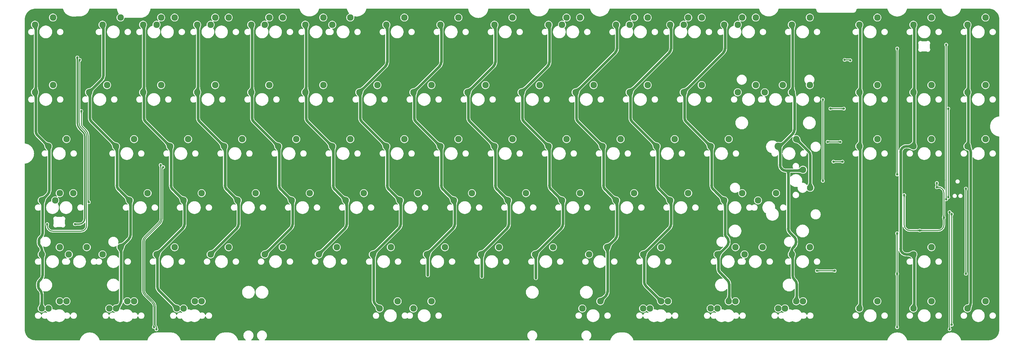
<source format=gbr>
%TF.GenerationSoftware,KiCad,Pcbnew,8.0.4*%
%TF.CreationDate,2024-07-23T19:32:07+08:00*%
%TF.ProjectId,X88J,5838384a-2e6b-4696-9361-645f70636258,rev?*%
%TF.SameCoordinates,Original*%
%TF.FileFunction,Copper,L1,Top*%
%TF.FilePolarity,Positive*%
%FSLAX46Y46*%
G04 Gerber Fmt 4.6, Leading zero omitted, Abs format (unit mm)*
G04 Created by KiCad (PCBNEW 8.0.4) date 2024-07-23 19:32:07*
%MOMM*%
%LPD*%
G01*
G04 APERTURE LIST*
%TA.AperFunction,ComponentPad*%
%ADD10C,2.300000*%
%TD*%
%TA.AperFunction,ComponentPad*%
%ADD11C,2.600000*%
%TD*%
%TA.AperFunction,ViaPad*%
%ADD12C,0.800000*%
%TD*%
%TA.AperFunction,Conductor*%
%ADD13C,0.375000*%
%TD*%
%TA.AperFunction,Conductor*%
%ADD14C,0.500000*%
%TD*%
%TA.AperFunction,Conductor*%
%ADD15C,0.300000*%
%TD*%
%TA.AperFunction,Conductor*%
%ADD16C,0.900000*%
%TD*%
G04 APERTURE END LIST*
D10*
%TO.P,MX104,1,1*%
%TO.N,Net-(D88-A)*%
X234315000Y-97472500D03*
%TO.P,MX104,2,2*%
%TO.N,PA3*%
X240665000Y-94932500D03*
%TD*%
%TO.P,MX15,1,1*%
%TO.N,PA1*%
X286702500Y2540000D03*
%TO.P,MX15,2,2*%
%TO.N,Net-(D16-A)*%
X293052500Y5080000D03*
%TD*%
%TO.P,MX35,1,1*%
%TO.N,PB2*%
X91440000Y-21272500D03*
%TO.P,MX35,2,2*%
%TO.N,Net-(D24-A)*%
X97790000Y-18732500D03*
%TD*%
%TO.P,MX53,1,1*%
%TO.N,PB2*%
X100965000Y-40322500D03*
%TO.P,MX53,2,2*%
%TO.N,Net-(D41-A)*%
X107315000Y-37782500D03*
%TD*%
%TO.P,MX78,1,1*%
%TO.N,PA3*%
X250983750Y-59372500D03*
%TO.P,MX78,2,2*%
%TO.N,Net-(D65-A)*%
X257333750Y-56832500D03*
%TD*%
%TO.P,MX5,1,1*%
%TO.N,PB10*%
X77152500Y2540000D03*
%TO.P,MX5,2,2*%
%TO.N,Net-(D6-A)*%
X83502500Y5080000D03*
%TD*%
%TO.P,MX89,1,1*%
%TO.N,PA7*%
X153352500Y-78422500D03*
%TO.P,MX89,2,2*%
%TO.N,Net-(D75-A)*%
X159702500Y-75882500D03*
%TD*%
%TO.P,MX7,1,1*%
%TO.N,PB1*%
X120015000Y2540000D03*
%TO.P,MX7,2,2*%
%TO.N,Net-(D8-A)*%
X126365000Y5080000D03*
%TD*%
%TO.P,MX115,1,1*%
%TO.N,Net-(D88-A)*%
X236696250Y-97472500D03*
%TO.P,MX115,2,2*%
%TO.N,PA3*%
X243046250Y-94932500D03*
%TD*%
%TO.P,MX109,1,1*%
%TO.N,PA9*%
X-1428750Y-97472500D03*
%TO.P,MX109,2,2*%
%TO.N,Net-(D82-A)*%
X4921250Y-94932500D03*
%TD*%
%TO.P,MX54,1,1*%
%TO.N,PB1*%
X120015000Y-40322500D03*
%TO.P,MX54,2,2*%
%TO.N,Net-(D42-A)*%
X126365000Y-37782500D03*
%TD*%
%TO.P,MX68,1,1*%
%TO.N,PB12*%
X48577500Y-59372500D03*
%TO.P,MX68,2,2*%
%TO.N,Net-(D55-A)*%
X54927500Y-56832500D03*
%TD*%
%TO.P,MX116,1,1*%
%TO.N,Net-(D89-A)*%
X260508750Y-97472500D03*
%TO.P,MX116,2,2*%
%TO.N,PA2*%
X266858750Y-94932500D03*
%TD*%
%TO.P,MX6,1,1*%
%TO.N,PB2*%
X100965000Y2540000D03*
%TO.P,MX6,2,2*%
%TO.N,Net-(D7-A)*%
X107315000Y5080000D03*
%TD*%
%TO.P,MX94,1,1*%
%TO.N,PB9*%
X305752500Y-78422500D03*
%TO.P,MX94,2,2*%
%TO.N,Net-(D81-A)*%
X312102500Y-75882500D03*
%TD*%
%TO.P,MX81,1,1*%
%TO.N,PA3*%
X239077500Y-59372500D03*
%TO.P,MX81,2,2*%
%TO.N,Net-(D65-A)*%
X245427500Y-56832500D03*
%TD*%
%TO.P,MX19,1,1*%
%TO.N,PB11*%
X53340000Y2540000D03*
%TO.P,MX19,2,2*%
%TO.N,Net-(D5-A)*%
X59690000Y5080000D03*
%TD*%
%TO.P,MX28,1,1*%
%TO.N,PA3*%
X243840000Y2540000D03*
%TO.P,MX28,2,2*%
%TO.N,Net-(D14-A)*%
X250190000Y5080000D03*
%TD*%
%TO.P,MX108,1,1*%
%TO.N,PB6*%
X324802500Y-97472500D03*
%TO.P,MX108,2,2*%
%TO.N,Net-(D92-A)*%
X331152500Y-94932500D03*
%TD*%
%TO.P,MX9,1,1*%
%TO.N,PA7*%
X158115000Y2540000D03*
%TO.P,MX9,2,2*%
%TO.N,Net-(D10-A)*%
X164465000Y5080000D03*
%TD*%
%TO.P,MX17,1,1*%
%TO.N,PB6*%
X324802500Y2540000D03*
%TO.P,MX17,2,2*%
%TO.N,Net-(D18-A)*%
X331152500Y5080000D03*
%TD*%
%TO.P,MX42,1,1*%
%TO.N,PA3*%
X224790000Y-21272500D03*
%TO.P,MX42,2,2*%
%TO.N,Net-(D31-A)*%
X231140000Y-18732500D03*
%TD*%
%TO.P,MX82,1,1*%
%TO.N,PA9*%
X8096250Y-78422500D03*
%TO.P,MX82,2,2*%
%TO.N,Net-(D67-A)*%
X14446250Y-75882500D03*
%TD*%
%TO.P,MX88,1,1*%
%TO.N,PB0*%
X134302500Y-78422500D03*
%TO.P,MX88,2,2*%
%TO.N,Net-(D74-A)*%
X140652500Y-75882500D03*
%TD*%
%TO.P,MX113,1,1*%
%TO.N,Net-(D86-A)*%
X189071250Y-97472500D03*
%TO.P,MX113,2,2*%
%TO.N,PA5*%
X195421250Y-94932500D03*
%TD*%
%TO.P,MX34,1,1*%
%TO.N,PB10*%
X72390000Y-21272500D03*
%TO.P,MX34,2,2*%
%TO.N,Net-(D23-A)*%
X78740000Y-18732500D03*
%TD*%
%TO.P,MX92,1,1*%
%TO.N,PA4*%
X210502500Y-78422500D03*
%TO.P,MX92,2,2*%
%TO.N,Net-(D78-A)*%
X216852500Y-75882500D03*
%TD*%
%TO.P,MX4,1,1*%
%TO.N,PB11*%
X58102500Y2540000D03*
%TO.P,MX4,2,2*%
%TO.N,Net-(D5-A)*%
X64452500Y5080000D03*
%TD*%
%TO.P,MX52,1,1*%
%TO.N,PB10*%
X81915000Y-40322500D03*
%TO.P,MX52,2,2*%
%TO.N,Net-(D40-A)*%
X88265000Y-37782500D03*
%TD*%
%TO.P,MX37,1,1*%
%TO.N,PB0*%
X129540000Y-21272500D03*
%TO.P,MX37,2,2*%
%TO.N,Net-(D26-A)*%
X135890000Y-18732500D03*
%TD*%
%TO.P,MX85,1,1*%
%TO.N,PB10*%
X77152500Y-78422500D03*
%TO.P,MX85,2,2*%
%TO.N,Net-(D71-A)*%
X83502500Y-75882500D03*
%TD*%
%TO.P,MX25,1,1*%
%TO.N,PA6*%
X177165000Y2540000D03*
%TO.P,MX25,2,2*%
%TO.N,Net-(D11-A)*%
X183515000Y5080000D03*
%TD*%
%TO.P,MX18,1,1*%
%TO.N,PB12*%
X34290000Y2540000D03*
%TO.P,MX18,2,2*%
%TO.N,Net-(D4-A)*%
X40640000Y5080000D03*
%TD*%
%TO.P,MX100,1,1*%
%TO.N,PA8*%
X24765000Y-97472500D03*
%TO.P,MX100,2,2*%
%TO.N,Net-(D83-A)*%
X31115000Y-94932500D03*
%TD*%
%TO.P,MX38,1,1*%
%TO.N,PA7*%
X148590000Y-21272500D03*
%TO.P,MX38,2,2*%
%TO.N,Net-(D27-A)*%
X154940000Y-18732500D03*
%TD*%
%TO.P,MX31,1,1*%
%TO.N,PA8*%
X15240000Y-21272500D03*
%TO.P,MX31,2,2*%
%TO.N,Net-(D20-A)*%
X21590000Y-18732500D03*
%TD*%
%TO.P,MX106,1,1*%
%TO.N,PA1*%
X286702500Y-97472500D03*
%TO.P,MX106,2,2*%
%TO.N,Net-(D90-A)*%
X293052500Y-94932500D03*
%TD*%
%TO.P,MX12,1,1*%
%TO.N,PA4*%
X220027500Y2540000D03*
%TO.P,MX12,2,2*%
%TO.N,Net-(D13-A)*%
X226377500Y5080000D03*
%TD*%
%TO.P,MX72,1,1*%
%TO.N,PB1*%
X124777500Y-59372500D03*
%TO.P,MX72,2,2*%
%TO.N,Net-(D59-A)*%
X131127500Y-56832500D03*
%TD*%
%TO.P,MX74,1,1*%
%TO.N,PA7*%
X162877500Y-59372500D03*
%TO.P,MX74,2,2*%
%TO.N,Net-(D61-A)*%
X169227500Y-56832500D03*
%TD*%
%TO.P,MX90,1,1*%
%TO.N,PA6*%
X172402500Y-78422500D03*
%TO.P,MX90,2,2*%
%TO.N,Net-(D76-A)*%
X178752500Y-75882500D03*
%TD*%
%TO.P,MX10,1,1*%
%TO.N,PA6*%
X181927500Y2540000D03*
%TO.P,MX10,2,2*%
%TO.N,Net-(D11-A)*%
X188277500Y5080000D03*
%TD*%
%TO.P,MX87,1,1*%
%TO.N,PB1*%
X115252500Y-78422500D03*
%TO.P,MX87,2,2*%
%TO.N,Net-(D73-A)*%
X121602500Y-75882500D03*
%TD*%
%TO.P,MX64,1,1*%
%TO.N,PB6*%
X324802500Y-40322500D03*
%TO.P,MX64,2,2*%
%TO.N,Net-(D52-A)*%
X331152500Y-37782500D03*
%TD*%
%TO.P,MX2,1,1*%
%TO.N,PA8*%
X20002500Y2540000D03*
%TO.P,MX2,2,2*%
%TO.N,Net-(D3-A)*%
X26352500Y5080000D03*
%TD*%
%TO.P,MX70,1,1*%
%TO.N,PB10*%
X86677500Y-59372500D03*
%TO.P,MX70,2,2*%
%TO.N,Net-(D57-A)*%
X93027500Y-56832500D03*
%TD*%
%TO.P,MX76,1,1*%
%TO.N,PA5*%
X200977500Y-59372500D03*
%TO.P,MX76,2,2*%
%TO.N,Net-(D63-A)*%
X207327500Y-56832500D03*
%TD*%
%TO.P,MX45,1,1*%
%TO.N,PB9*%
X305752500Y-21272500D03*
%TO.P,MX45,2,2*%
%TO.N,Net-(D34-A)*%
X312102500Y-18732500D03*
%TD*%
%TO.P,MX16,1,1*%
%TO.N,PB9*%
X305752500Y2540000D03*
%TO.P,MX16,2,2*%
%TO.N,Net-(D17-A)*%
X312102500Y5080000D03*
%TD*%
%TO.P,MX48,1,1*%
%TO.N,PA9*%
X952500Y-40322500D03*
%TO.P,MX48,2,2*%
%TO.N,Net-(D36-A)*%
X7302500Y-37782500D03*
%TD*%
%TO.P,MX55,1,1*%
%TO.N,PB0*%
X139065000Y-40322500D03*
%TO.P,MX55,2,2*%
%TO.N,Net-(D43-A)*%
X145415000Y-37782500D03*
%TD*%
%TO.P,MX3,1,1*%
%TO.N,PB12*%
X39052500Y2540000D03*
%TO.P,MX3,2,2*%
%TO.N,Net-(D4-A)*%
X45402500Y5080000D03*
%TD*%
%TO.P,MX63,1,1*%
%TO.N,PB9*%
X305752500Y-40322500D03*
%TO.P,MX63,2,2*%
%TO.N,Net-(D51-A)*%
X312102500Y-37782500D03*
%TD*%
%TO.P,MX46,1,1*%
%TO.N,PB6*%
X324802500Y-21272500D03*
%TO.P,MX46,2,2*%
%TO.N,Net-(D35-A)*%
X331152500Y-18732500D03*
%TD*%
%TO.P,MX67,1,1*%
%TO.N,PA8*%
X29527500Y-59372500D03*
%TO.P,MX67,2,2*%
%TO.N,Net-(D54-A)*%
X35877500Y-56832500D03*
%TD*%
%TO.P,MX59,1,1*%
%TO.N,PA4*%
X215265000Y-40322500D03*
%TO.P,MX59,2,2*%
%TO.N,Net-(D47-A)*%
X221615000Y-37782500D03*
%TD*%
%TO.P,MX110,1,1*%
%TO.N,PA8*%
X22383750Y-97472500D03*
%TO.P,MX110,2,2*%
%TO.N,Net-(D83-A)*%
X28733750Y-94932500D03*
%TD*%
%TO.P,MX60,1,1*%
%TO.N,PA3*%
X234315000Y-40322500D03*
%TO.P,MX60,2,2*%
%TO.N,Net-(D48-A)*%
X240665000Y-37782500D03*
%TD*%
%TO.P,MX32,1,1*%
%TO.N,PB12*%
X34290000Y-21272500D03*
%TO.P,MX32,2,2*%
%TO.N,Net-(D21-A)*%
X40640000Y-18732500D03*
%TD*%
%TO.P,MX97,1,1*%
%TO.N,PA3*%
X236696250Y-78422500D03*
%TO.P,MX97,2,2*%
%TO.N,Net-(D79-A)*%
X243046250Y-75882500D03*
%TD*%
%TO.P,MX51,1,1*%
%TO.N,PB11*%
X62865000Y-40322500D03*
%TO.P,MX51,2,2*%
%TO.N,Net-(D39-A)*%
X69215000Y-37782500D03*
%TD*%
%TO.P,MX112,1,1*%
%TO.N,PB1*%
X117633750Y-97472500D03*
%TO.P,MX112,2,2*%
%TO.N,Net-(D85-A)*%
X123983750Y-94932500D03*
%TD*%
%TO.P,MX84,1,1*%
%TO.N,PB11*%
X58102500Y-78422500D03*
%TO.P,MX84,2,2*%
%TO.N,Net-(D70-A)*%
X64452500Y-75882500D03*
%TD*%
%TO.P,MX75,1,1*%
%TO.N,PA6*%
X181927500Y-59372500D03*
%TO.P,MX75,2,2*%
%TO.N,Net-(D62-A)*%
X188277500Y-56832500D03*
%TD*%
%TO.P,MX96,1,1*%
%TO.N,Net-(D68-A)*%
X20002500Y-78422500D03*
%TO.P,MX96,2,2*%
%TO.N,PA8*%
X26352500Y-75882500D03*
%TD*%
%TO.P,MX91,1,1*%
%TO.N,Net-(D77-A)*%
X191452500Y-78422500D03*
%TO.P,MX91,2,2*%
%TO.N,PA5*%
X197802500Y-75882500D03*
%TD*%
%TO.P,MX114,1,1*%
%TO.N,Net-(D87-A)*%
X212883750Y-97472500D03*
%TO.P,MX114,2,2*%
%TO.N,PA4*%
X219233750Y-94932500D03*
%TD*%
%TO.P,MX43,1,1*%
%TO.N,PA2*%
X253365000Y-21272500D03*
%TO.P,MX43,2,2*%
%TO.N,Net-(D32-A)*%
X259715000Y-18732500D03*
%TD*%
%TO.P,MX65,1,1*%
%TO.N,PA2*%
X266858750Y-48577500D03*
%TO.P,MX65,2,2*%
%TO.N,Net-(D49-A)*%
X269398750Y-54927500D03*
%TD*%
%TO.P,MX98,1,1*%
%TO.N,PA2*%
X262890000Y-78422500D03*
%TO.P,MX98,2,2*%
%TO.N,Net-(D80-A)*%
X269240000Y-75882500D03*
%TD*%
%TO.P,MX80,1,1*%
%TO.N,PA9*%
X3333750Y-59372500D03*
%TO.P,MX80,2,2*%
%TO.N,Net-(D53-A)*%
X9683750Y-56832500D03*
%TD*%
%TO.P,MX1,1,1*%
%TO.N,PA9*%
X-3810000Y2540000D03*
%TO.P,MX1,2,2*%
%TO.N,Net-(D2-A)*%
X2540000Y5080000D03*
%TD*%
%TO.P,MX41,1,1*%
%TO.N,PA4*%
X205740000Y-21272500D03*
%TO.P,MX41,2,2*%
%TO.N,Net-(D30-A)*%
X212090000Y-18732500D03*
%TD*%
%TO.P,MX66,1,1*%
%TO.N,PA9*%
X-1428750Y-59372500D03*
%TO.P,MX66,2,2*%
%TO.N,Net-(D53-A)*%
X4921250Y-56832500D03*
%TD*%
%TO.P,MX71,1,1*%
%TO.N,PB2*%
X105727500Y-59372500D03*
%TO.P,MX71,2,2*%
%TO.N,Net-(D58-A)*%
X112077500Y-56832500D03*
%TD*%
%TO.P,MX93,1,1*%
%TO.N,PA3*%
X246221250Y-78422500D03*
%TO.P,MX93,2,2*%
%TO.N,Net-(D79-A)*%
X252571250Y-75882500D03*
%TD*%
%TO.P,MX49,1,1*%
%TO.N,PA8*%
X24765000Y-40322500D03*
%TO.P,MX49,2,2*%
%TO.N,Net-(D37-A)*%
X31115000Y-37782500D03*
%TD*%
%TO.P,MX11,1,1*%
%TO.N,PA5*%
X200977500Y2540000D03*
%TO.P,MX11,2,2*%
%TO.N,Net-(D12-A)*%
X207327500Y5080000D03*
%TD*%
%TO.P,MX39,1,1*%
%TO.N,PA6*%
X167640000Y-21272500D03*
%TO.P,MX39,2,2*%
%TO.N,Net-(D28-A)*%
X173990000Y-18732500D03*
%TD*%
%TO.P,MX69,1,1*%
%TO.N,PB11*%
X67627500Y-59372500D03*
%TO.P,MX69,2,2*%
%TO.N,Net-(D56-A)*%
X73977500Y-56832500D03*
%TD*%
%TO.P,MX77,1,1*%
%TO.N,PA4*%
X220027500Y-59372500D03*
%TO.P,MX77,2,2*%
%TO.N,Net-(D64-A)*%
X226377500Y-56832500D03*
%TD*%
%TO.P,MX27,1,1*%
%TO.N,PA4*%
X224790000Y2540000D03*
%TO.P,MX27,2,2*%
%TO.N,Net-(D13-A)*%
X231140000Y5080000D03*
%TD*%
%TO.P,MX62,1,1*%
%TO.N,PA1*%
X286702500Y-40322500D03*
%TO.P,MX62,2,2*%
%TO.N,Net-(D50-A)*%
X293052500Y-37782500D03*
%TD*%
%TO.P,MX57,1,1*%
%TO.N,PA6*%
X177165000Y-40322500D03*
%TO.P,MX57,2,2*%
%TO.N,Net-(D45-A)*%
X183515000Y-37782500D03*
%TD*%
%TO.P,MX107,1,1*%
%TO.N,PB9*%
X305752500Y-97472500D03*
%TO.P,MX107,2,2*%
%TO.N,Net-(D91-A)*%
X312102500Y-94932500D03*
%TD*%
%TO.P,MX56,1,1*%
%TO.N,PA7*%
X158115000Y-40322500D03*
%TO.P,MX56,2,2*%
%TO.N,Net-(D44-A)*%
X164465000Y-37782500D03*
%TD*%
%TO.P,MX111,1,1*%
%TO.N,PB12*%
X46196250Y-97472500D03*
%TO.P,MX111,2,2*%
%TO.N,Net-(D84-A)*%
X52546250Y-94932500D03*
%TD*%
%TO.P,MX101,1,1*%
%TO.N,PB12*%
X48577500Y-97472500D03*
%TO.P,MX101,2,2*%
%TO.N,Net-(D84-A)*%
X54927500Y-94932500D03*
%TD*%
%TO.P,MX13,1,1*%
%TO.N,PA3*%
X239077500Y2540000D03*
%TO.P,MX13,2,2*%
%TO.N,Net-(D14-A)*%
X245427500Y5080000D03*
%TD*%
%TO.P,MX21,1,1*%
%TO.N,PB2*%
X91440000Y2540000D03*
%TO.P,MX21,2,2*%
%TO.N,Net-(D7-A)*%
X97790000Y5080000D03*
%TD*%
%TO.P,MX14,1,1*%
%TO.N,PA2*%
X262890000Y2540000D03*
%TO.P,MX14,2,2*%
%TO.N,Net-(D15-A)*%
X269240000Y5080000D03*
%TD*%
%TO.P,MX40,1,1*%
%TO.N,PA5*%
X186690000Y-21272500D03*
%TO.P,MX40,2,2*%
%TO.N,Net-(D29-A)*%
X193040000Y-18732500D03*
%TD*%
%TO.P,MX26,1,1*%
%TO.N,PA5*%
X205740000Y2540000D03*
%TO.P,MX26,2,2*%
%TO.N,Net-(D12-A)*%
X212090000Y5080000D03*
%TD*%
%TO.P,MX95,1,1*%
%TO.N,PA9*%
X-1428750Y-78422500D03*
%TO.P,MX95,2,2*%
%TO.N,Net-(D67-A)*%
X4921250Y-75882500D03*
%TD*%
%TO.P,MX50,1,1*%
%TO.N,PB12*%
X43815000Y-40322500D03*
%TO.P,MX50,2,2*%
%TO.N,Net-(D38-A)*%
X50165000Y-37782500D03*
%TD*%
%TO.P,MX44,1,1*%
%TO.N,PA1*%
X286702500Y-21272500D03*
%TO.P,MX44,2,2*%
%TO.N,Net-(D33-A)*%
X293052500Y-18732500D03*
%TD*%
%TO.P,MX58,1,1*%
%TO.N,PA5*%
X196215000Y-40322500D03*
%TO.P,MX58,2,2*%
%TO.N,Net-(D46-A)*%
X202565000Y-37782500D03*
%TD*%
%TO.P,MX8,1,1*%
%TO.N,PB0*%
X139065000Y2540000D03*
%TO.P,MX8,2,2*%
%TO.N,Net-(D9-A)*%
X145415000Y5080000D03*
%TD*%
%TO.P,MX99,1,1*%
%TO.N,PA9*%
X952500Y-97472500D03*
%TO.P,MX99,2,2*%
%TO.N,Net-(D82-A)*%
X7302500Y-94932500D03*
%TD*%
%TO.P,MX103,1,1*%
%TO.N,Net-(D87-A)*%
X210502500Y-97472500D03*
%TO.P,MX103,2,2*%
%TO.N,PA4*%
X216852500Y-94932500D03*
%TD*%
%TO.P,MX36,1,1*%
%TO.N,PB1*%
X110490000Y-21272500D03*
%TO.P,MX36,2,2*%
%TO.N,Net-(D25-A)*%
X116840000Y-18732500D03*
%TD*%
%TO.P,MX86,1,1*%
%TO.N,PB2*%
X96202500Y-78422500D03*
%TO.P,MX86,2,2*%
%TO.N,Net-(D72-A)*%
X102552500Y-75882500D03*
%TD*%
%TO.P,MX20,1,1*%
%TO.N,PB10*%
X72390000Y2540000D03*
%TO.P,MX20,2,2*%
%TO.N,Net-(D6-A)*%
X78740000Y5080000D03*
%TD*%
%TO.P,MX73,1,1*%
%TO.N,PB0*%
X143827500Y-59372500D03*
%TO.P,MX73,2,2*%
%TO.N,Net-(D60-A)*%
X150177500Y-56832500D03*
%TD*%
%TO.P,MX30,1,1*%
%TO.N,PA9*%
X-3810000Y-21272500D03*
%TO.P,MX30,2,2*%
%TO.N,Net-(D19-A)*%
X2540000Y-18732500D03*
%TD*%
%TO.P,MX47,1,1*%
%TO.N,PA2*%
X243840000Y-21272500D03*
%TO.P,MX47,2,2*%
%TO.N,Net-(D32-A)*%
X250190000Y-18732500D03*
%TD*%
%TO.P,MX105,1,1*%
%TO.N,Net-(D89-A)*%
X258127500Y-97472500D03*
%TO.P,MX105,2,2*%
%TO.N,PA2*%
X264477500Y-94932500D03*
%TD*%
%TO.P,MX33,1,1*%
%TO.N,PB11*%
X53340000Y-21272500D03*
%TO.P,MX33,2,2*%
%TO.N,Net-(D22-A)*%
X59690000Y-18732500D03*
%TD*%
D11*
%TO.P,MX61,1,1*%
%TO.N,PA2*%
X258127500Y-40322500D03*
D10*
%TO.P,MX61,2,2*%
%TO.N,Net-(D49-A)*%
X264477500Y-37782500D03*
%TD*%
%TO.P,MX83,1,1*%
%TO.N,PB12*%
X39052500Y-78422500D03*
%TO.P,MX83,2,2*%
%TO.N,Net-(D69-A)*%
X45402500Y-75882500D03*
%TD*%
%TO.P,MX79,1,1*%
%TO.N,PA2*%
X262890000Y-21272500D03*
%TO.P,MX79,2,2*%
%TO.N,Net-(D66-A)*%
X269240000Y-18732500D03*
%TD*%
%TO.P,MX102,1,1*%
%TO.N,PB1*%
X129540000Y-97472500D03*
%TO.P,MX102,2,2*%
%TO.N,Net-(D85-A)*%
X135890000Y-94932500D03*
%TD*%
D12*
%TO.N,GND*%
X282500000Y-8000000D03*
X283500000Y-11000000D03*
X281500000Y-11000000D03*
%TO.N,Net-(RGB1-DOUT)*%
X281499998Y-9850114D03*
X283500000Y-10000000D03*
%TO.N,+3V3*%
X308000000Y-70000000D03*
X316500000Y-65436250D03*
X314000000Y-53250000D03*
X12537500Y-27887500D03*
X302500000Y-57500000D03*
X314000000Y-54750000D03*
X275500000Y-38750000D03*
X15175000Y-60000000D03*
X280000000Y-38750000D03*
%TO.N,GND*%
X327250000Y-59750000D03*
X169068750Y-105965625D03*
X299250000Y-45250000D03*
X323250000Y-59750000D03*
X288250000Y-44750000D03*
X285750000Y-50250000D03*
X41250000Y-67750000D03*
X275806250Y-16000000D03*
X319000000Y-51250000D03*
X173831250Y-105965625D03*
X298750000Y-85250000D03*
X276500000Y-28250000D03*
X303750000Y-57500000D03*
X241750000Y-87250000D03*
X299000000Y-6750000D03*
X300000000Y-69750000D03*
X316500000Y-52250000D03*
X313895000Y-7750000D03*
X323250000Y-84250000D03*
X12750000Y-10750000D03*
X314000000Y-52000000D03*
X10000000Y-9750000D03*
X288250000Y-69000000D03*
X154750000Y-87000000D03*
X302500000Y-45250000D03*
X73818750Y-105965625D03*
X323250000Y-62500000D03*
X275806250Y-12500000D03*
X299000000Y-50250000D03*
X319000000Y-59000000D03*
X275431250Y-23812500D03*
X319500000Y-104250000D03*
X281750000Y-26000000D03*
X307562500Y-56157954D03*
X280250000Y-42250000D03*
X13500000Y-28750000D03*
X323250000Y-56532500D03*
X299000000Y-102250000D03*
X12000000Y-8000000D03*
X277606250Y-30750000D03*
X192881250Y-105965625D03*
X278250000Y-85500000D03*
X307107500Y-59662500D03*
X285750000Y-44750000D03*
X266000000Y-90750000D03*
X272750000Y-52750000D03*
X42000000Y-64250000D03*
X173750000Y-87500000D03*
X278000000Y-46750000D03*
X152500000Y-86500000D03*
X133500000Y-86000000D03*
X324750000Y-86250000D03*
X14500000Y-70500000D03*
X300000000Y-4750000D03*
X277500000Y-44500000D03*
X42500000Y-47250000D03*
X288250000Y-65500000D03*
X261937500Y-39687500D03*
X10000000Y-28000000D03*
X281406250Y-12500000D03*
X316500000Y-54750000D03*
X277250000Y-26000000D03*
X300000000Y-51750000D03*
X34000000Y-48500000D03*
X301000000Y-6750000D03*
X283000000Y-32293750D03*
X280250000Y-40000000D03*
X280106250Y-19750000D03*
X46250000Y-105750000D03*
X301500000Y-105750000D03*
X288250000Y-50250000D03*
X500000Y-66250000D03*
X285750000Y-68500000D03*
X280250000Y-44500000D03*
X259750000Y-87250000D03*
X20250000Y-54952501D03*
X39500000Y-64250000D03*
X69056250Y-105965625D03*
X15250000Y-61250000D03*
X78581250Y-105965625D03*
X307000000Y-69000000D03*
X301000000Y-86250000D03*
X277500000Y-35500000D03*
X277500000Y-42250000D03*
X188118750Y-105965625D03*
X280106250Y-16500000D03*
X277500000Y-39750000D03*
X285750000Y-65500000D03*
X282000000Y-37725000D03*
X272750000Y-83250000D03*
X37500000Y-105000000D03*
X38250000Y-67250000D03*
X304750000Y-4250000D03*
X314000000Y-56000000D03*
X236000000Y-87250000D03*
X16750000Y-28750000D03*
X308812500Y-64737501D03*
X281750000Y-28250000D03*
X288250000Y-59250000D03*
X277500000Y-37750000D03*
X320000000Y-102250000D03*
X277500000Y-33250000D03*
X135750000Y-86500000D03*
X288250000Y-52000000D03*
X274750000Y-39750000D03*
X171500000Y-87000000D03*
X301000000Y-102250000D03*
X318500000Y-4250000D03*
X22750000Y-54952501D03*
X302500000Y-51750000D03*
X299000000Y-71750000D03*
X32250000Y-47750000D03*
X316250000Y-4500000D03*
X267493750Y-52387500D03*
X15250000Y-68250000D03*
X327250000Y-61750000D03*
X40500000Y-45250000D03*
X39500000Y-48500000D03*
X317500000Y-102250000D03*
X311812500Y-59087499D03*
X279500000Y-50250000D03*
X242000000Y-90750000D03*
X320250000Y-63500000D03*
X285750000Y-59250000D03*
X315500000Y-66500000D03*
X320000000Y-65250000D03*
X278250000Y-83000000D03*
X274750000Y-50750000D03*
X12750000Y-66000000D03*
X285750000Y-52000000D03*
X265750000Y-87250000D03*
X319000000Y-56500000D03*
X265112500Y-42862500D03*
X281406250Y-16000000D03*
X298750000Y-105750000D03*
X10250000Y-68750000D03*
X312387501Y-64162500D03*
%TO.N,+5V*%
X11112500Y-9000000D03*
X10250000Y-67750000D03*
%TO.N,BOOT0*%
X318500000Y-63512503D03*
X41393884Y-47650000D03*
X318500000Y-104837500D03*
X39000000Y-104837500D03*
%TO.N,NRST*%
X300000000Y-104087500D03*
X38100000Y-104037500D03*
X40481250Y-46900000D03*
X324250000Y-85250000D03*
X300000000Y-71000000D03*
X300000000Y-85250000D03*
X324250000Y-55250000D03*
%TO.N,PB4*%
X277556250Y-45732500D03*
X280758349Y-45741651D03*
%TO.N,PA10*%
X273843750Y-23812500D03*
X273843750Y-52500000D03*
%TO.N,PB3*%
X318037500Y-27050000D03*
X276500000Y-27050000D03*
X281250000Y-27050000D03*
X318037500Y-58250000D03*
%TO.N,PA7*%
X153657500Y-86250000D03*
%TO.N,PA6*%
X172707500Y-86750000D03*
%TO.N,PA15*%
X317287500Y-59000000D03*
X317287500Y-4500000D03*
%TO.N,PB6*%
X325918600Y-61750000D03*
%TO.N,PB0*%
X134607500Y-85750000D03*
%TO.N,PA1*%
X287007500Y-68250000D03*
%TO.N,PB8*%
X278000000Y-84200000D03*
X271750000Y-84200000D03*
%TO.N,/RGB*%
X300037500Y-5830000D03*
X300037500Y-50250000D03*
%TO.N,Net-(RGB1-DOUT)*%
X500000Y-67750000D03*
X11962500Y-9850000D03*
%TO.N,PB7*%
X319250000Y-64210603D03*
X319250000Y-103250000D03*
%TD*%
D13*
%TO.N,Net-(RGB1-DOUT)*%
X283500000Y-9850114D02*
X283500000Y-10000000D01*
X281499998Y-9850114D02*
X283500000Y-9850114D01*
%TO.N,+3V3*%
X314500000Y-54750000D02*
X314000000Y-54750000D01*
X314000000Y-53250000D02*
X314000000Y-54750000D01*
X302500000Y-57500000D02*
X302500000Y-68000000D01*
X12537500Y-27887500D02*
X12537500Y-32219339D01*
X308000000Y-70000000D02*
X314500000Y-70000000D01*
X304500000Y-70000000D02*
X308000000Y-70000000D01*
X316500000Y-68000000D02*
X316500000Y-65436250D01*
X14962500Y-36715406D02*
X14962500Y-59787500D01*
X13123287Y-33633553D02*
X14083819Y-34594084D01*
X14962500Y-59787500D02*
X15175000Y-60000000D01*
X280000000Y-38750000D02*
X275500000Y-38750000D01*
X316500000Y-65436250D02*
X316500000Y-56750000D01*
X316500000Y-56750000D02*
G75*
G03*
X314500000Y-54750000I-2000000J0D01*
G01*
X314500000Y-70000000D02*
G75*
G03*
X316500000Y-68000000I0J2000000D01*
G01*
X13123287Y-33633553D02*
G75*
G02*
X12537473Y-32219339I1414213J1414253D01*
G01*
X304500000Y-70000000D02*
G75*
G02*
X302500000Y-68000000I0J2000000D01*
G01*
X14083819Y-34594084D02*
G75*
G02*
X14962496Y-36715406I-2121319J-2121316D01*
G01*
D14*
%TO.N,+5V*%
X11991180Y-34216180D02*
X13164214Y-35389214D01*
X11112500Y-9000000D02*
X11112500Y-32094859D01*
X13750000Y-36803427D02*
X13750000Y-65750000D01*
X10250000Y-67750000D02*
X11750000Y-67750000D01*
X11112500Y-32094859D02*
G75*
G03*
X11991180Y-34216180I3000000J-1D01*
G01*
X13750000Y-36803427D02*
G75*
G03*
X13164213Y-35389215I-2000000J-3D01*
G01*
X13750000Y-65750000D02*
G75*
G02*
X11750000Y-67750000I-2000000J0D01*
G01*
D15*
%TO.N,BOOT0*%
X38600000Y-103269732D02*
X38600000Y-96872177D01*
X38853553Y-103730392D02*
X38746446Y-103623285D01*
X41274143Y-47769741D02*
X41393884Y-47650000D01*
X34631250Y-91039466D02*
X34631250Y-74060532D01*
X40981250Y-65846573D02*
X40981250Y-48476848D01*
X35217037Y-72646318D02*
X40249017Y-67614340D01*
X39000000Y-104837500D02*
X39000000Y-104083946D01*
X37867767Y-95104410D02*
X35217036Y-92453679D01*
X318500000Y-104837500D02*
X318500000Y-63512503D01*
X40981250Y-48476848D02*
G75*
G02*
X41274130Y-47769728I999950J48D01*
G01*
X40981250Y-65846573D02*
G75*
G02*
X40249020Y-67614343I-2499950J-27D01*
G01*
X35217037Y-72646318D02*
G75*
G03*
X34631258Y-74060532I1414163J-1414182D01*
G01*
X39000000Y-104083946D02*
G75*
G03*
X38853576Y-103730369I-500000J46D01*
G01*
X37867767Y-95104410D02*
G75*
G02*
X38600016Y-96872177I-1767767J-1767790D01*
G01*
X38600000Y-103269732D02*
G75*
G03*
X38746462Y-103623269I500000J32D01*
G01*
X35217036Y-92453679D02*
G75*
G02*
X34631259Y-91039466I1414164J1414179D01*
G01*
%TO.N,NRST*%
X34863483Y-72292767D02*
X39895464Y-67260786D01*
X37514213Y-95457963D02*
X34863483Y-92807233D01*
X40481250Y-65846573D02*
X40481250Y-46900000D01*
D13*
X300000000Y-104087500D02*
X300000000Y-85250000D01*
X324250000Y-55250000D02*
X324250000Y-85250000D01*
X300000000Y-85250000D02*
X300000000Y-71000000D01*
D15*
X34131250Y-91039466D02*
X34131250Y-74060534D01*
X38100000Y-104037500D02*
X38100000Y-96872177D01*
X34863483Y-92807233D02*
G75*
G02*
X34131259Y-91039466I1767717J1767733D01*
G01*
X34863483Y-72292767D02*
G75*
G03*
X34131259Y-74060534I1767717J-1767733D01*
G01*
X37514213Y-95457963D02*
G75*
G02*
X38100016Y-96872177I-1414213J-1414237D01*
G01*
X39895464Y-67260786D02*
G75*
G03*
X40481245Y-65846573I-1414164J1414186D01*
G01*
D13*
%TO.N,PB4*%
X277556250Y-45732500D02*
X280231250Y-45732500D01*
X280231250Y-45732500D02*
X280758349Y-45732500D01*
X280758349Y-45732500D02*
X280758349Y-45741651D01*
%TO.N,PA10*%
X273843750Y-23812500D02*
X273843750Y-52500000D01*
D16*
%TO.N,PB1*%
X120015000Y-40322500D02*
X120320000Y-40627500D01*
X116143287Y-95982037D02*
X117633750Y-97472500D01*
X115557500Y-78727500D02*
X115557500Y-94567823D01*
X125082500Y-59677500D02*
X125082500Y-67764073D01*
X120320000Y-40627500D02*
X120320000Y-54086573D01*
X124777500Y-59372500D02*
X125082500Y-59677500D01*
X120320000Y2235000D02*
X120320000Y-10614073D01*
X115252500Y-78422500D02*
X115557500Y-78727500D01*
X111380787Y-31688287D02*
X120015000Y-40322500D01*
X110795000Y-21577500D02*
X110795000Y-30274073D01*
X110490000Y-21272500D02*
X110795000Y-21577500D01*
X124496713Y-69178287D02*
X115252500Y-78422500D01*
X119734213Y-12028287D02*
X110490000Y-21272500D01*
X120905787Y-55500787D02*
X124777500Y-59372500D01*
X120015000Y2540000D02*
X120320000Y2235000D01*
X120320000Y-54086573D02*
G75*
G03*
X120905773Y-55500801I2000000J-27D01*
G01*
X115557500Y-94567823D02*
G75*
G03*
X116143298Y-95982026I2000000J23D01*
G01*
X125082500Y-67764073D02*
G75*
G02*
X124496727Y-69178301I-2000000J-27D01*
G01*
X119734213Y-12028287D02*
G75*
G03*
X120319981Y-10614073I-1414213J1414187D01*
G01*
X110795000Y-30274073D02*
G75*
G03*
X111380773Y-31688301I2000000J-27D01*
G01*
%TO.N,Net-(D49-A)*%
X269398750Y-54927500D02*
X269398750Y-43532177D01*
X268812963Y-42117963D02*
X264477500Y-37782500D01*
X268812963Y-42117963D02*
G75*
G02*
X269398781Y-43532177I-1414163J-1414237D01*
G01*
D13*
%TO.N,PB3*%
X276500000Y-27050000D02*
X281250000Y-27050000D01*
D15*
X318037500Y-58250000D02*
X318037500Y-27050000D01*
D16*
%TO.N,PA9*%
X-2450000Y-73666840D02*
X-2450000Y-74288160D01*
X-2693900Y-89463502D02*
X-2693900Y-88971498D01*
X-1621669Y-72134346D02*
X-1952082Y-72464759D01*
X1257500Y-40627500D02*
X1257500Y-55857823D01*
X-3810000Y-21272500D02*
X-3505000Y-21577500D01*
X-1428750Y-59372500D02*
X-1123750Y-59677500D01*
X-3505000Y-20967500D02*
X-3810000Y-21272500D01*
X-2043826Y-90983424D02*
X-2078824Y-90948426D01*
X-3810000Y2540000D02*
X-3505000Y2235000D01*
X952500Y-40322500D02*
X1257500Y-40627500D01*
X-1123750Y-59677500D02*
X-1123750Y-70932264D01*
X-1428750Y-97472500D02*
X-1428750Y-92468348D01*
X-3505000Y2235000D02*
X-3505000Y-20967500D01*
X-1952081Y-75490242D02*
X-1926668Y-75515655D01*
X-2919213Y-36450787D02*
X952500Y-40322500D01*
X-3505000Y-21577500D02*
X-3505000Y-35036573D01*
X671713Y-57272037D02*
X-1428750Y-59372500D01*
X-1123750Y-78727500D02*
X-1428750Y-78422500D01*
X-1428750Y-76717736D02*
X-1428750Y-78422500D01*
X-1123750Y-85661652D02*
X-1123750Y-78727500D01*
X-2078824Y-87486574D02*
X-1738826Y-87146576D01*
X-1738826Y-87146576D02*
G75*
G03*
X-1123750Y-85661652I-1484923J1484924D01*
G01*
X-2450000Y-74288160D02*
G75*
G03*
X-1952081Y-75490242I1700001J1D01*
G01*
X-1428750Y-76717736D02*
G75*
G03*
X-1926668Y-75515655I-1700001J-1D01*
G01*
X-2450000Y-73666840D02*
G75*
G02*
X-1952082Y-72464759I1700001J-1D01*
G01*
X-2043826Y-90983424D02*
G75*
G02*
X-1428750Y-92468348I-1484923J-1484924D01*
G01*
X-2078824Y-90948426D02*
G75*
G02*
X-2693900Y-89463502I1484923J1484924D01*
G01*
X-2078824Y-87486574D02*
G75*
G03*
X-2693900Y-88971498I1484923J-1484924D01*
G01*
X-1123750Y-70932264D02*
G75*
G02*
X-1621669Y-72134346I-1700001J1D01*
G01*
X1257500Y-55857823D02*
G75*
G02*
X671713Y-57272037I-2000000J0D01*
G01*
X-2919213Y-36450787D02*
G75*
G02*
X-3505000Y-35036573I1414213J1414214D01*
G01*
%TO.N,PA7*%
X158115000Y2540000D02*
X158420000Y2235000D01*
X149480787Y-31688287D02*
X158115000Y-40322500D01*
X148895000Y-21577500D02*
X148895000Y-30274073D01*
X158420000Y2235000D02*
X158420000Y-10614073D01*
X158420000Y-40627500D02*
X158420000Y-54086573D01*
X162877500Y-59372500D02*
X163182500Y-59677500D01*
X162596713Y-69178287D02*
X153352500Y-78422500D01*
X153657500Y-78727500D02*
X153657500Y-85842500D01*
X157834213Y-12028287D02*
X148590000Y-21272500D01*
X153352500Y-78422500D02*
X153657500Y-78727500D01*
X148590000Y-21272500D02*
X148895000Y-21577500D01*
X159005787Y-55500787D02*
X162877500Y-59372500D01*
X158115000Y-40322500D02*
X158420000Y-40627500D01*
X163182500Y-59677500D02*
X163182500Y-67764073D01*
X153657500Y-85842500D02*
X153657500Y-86250000D01*
X162596713Y-69178287D02*
G75*
G03*
X163182481Y-67764073I-1414213J1414187D01*
G01*
X149480787Y-31688287D02*
G75*
G02*
X148895019Y-30274073I1414213J1414187D01*
G01*
X158420000Y-54086573D02*
G75*
G03*
X159005773Y-55500801I2000000J-27D01*
G01*
X157834213Y-12028287D02*
G75*
G03*
X158419981Y-10614073I-1414213J1414187D01*
G01*
%TO.N,PA6*%
X167945000Y-21577500D02*
X167945000Y-30274073D01*
X172707500Y-78727500D02*
X172707500Y-86750000D01*
X172402500Y-78422500D02*
X172707500Y-78727500D01*
X177165000Y-40322500D02*
X177470000Y-40627500D01*
X168530787Y-31688287D02*
X177165000Y-40322500D01*
X181927500Y-59372500D02*
X182232500Y-59677500D01*
X167640000Y-21272500D02*
X167945000Y-21577500D01*
X177470000Y-40627500D02*
X177470000Y-54086573D01*
X181646713Y-69178287D02*
X172402500Y-78422500D01*
X182232500Y-59677500D02*
X182232500Y-67764073D01*
X177165000Y2540000D02*
X177470000Y2235000D01*
X177470000Y2235000D02*
X177470000Y-10614073D01*
X176884213Y-12028287D02*
X167640000Y-21272500D01*
X178055787Y-55500787D02*
X181927500Y-59372500D01*
X181646713Y-69178287D02*
G75*
G03*
X182232481Y-67764073I-1414213J1414187D01*
G01*
X177470000Y-54086573D02*
G75*
G03*
X178055773Y-55500801I2000000J-27D01*
G01*
X176884213Y-12028287D02*
G75*
G03*
X177469981Y-10614073I-1414213J1414187D01*
G01*
X167945000Y-30274073D02*
G75*
G03*
X168530773Y-31688301I2000000J-27D01*
G01*
%TO.N,PA5*%
X200696713Y-7265787D02*
X186690000Y-21272500D01*
X197105787Y-55500787D02*
X200977500Y-59372500D01*
X197370613Y-92983137D02*
X195421250Y-94932500D01*
X196215000Y-40322500D02*
X196520000Y-40627500D01*
X200977500Y-59372500D02*
X201282500Y-59677500D01*
X200977500Y2540000D02*
X201282500Y2235000D01*
X197802500Y-76041250D02*
X197956400Y-76195150D01*
X186690000Y-21272500D02*
X186995000Y-21577500D01*
X197956400Y-76195150D02*
X197956400Y-91568923D01*
X201282500Y-59677500D02*
X201282500Y-71574073D01*
X201282500Y2235000D02*
X201282500Y-5851573D01*
X197802500Y-75882500D02*
X197802500Y-76041250D01*
X186995000Y-21577500D02*
X186995000Y-30274073D01*
X196520000Y-40627500D02*
X196520000Y-54086573D01*
X200696713Y-72988287D02*
X197802500Y-75882500D01*
X187580787Y-31688287D02*
X196215000Y-40322500D01*
X197105787Y-55500787D02*
G75*
G02*
X196520019Y-54086573I1414213J1414187D01*
G01*
X201282500Y-5851573D02*
G75*
G02*
X200696727Y-7265801I-2000000J-27D01*
G01*
X197370613Y-92983137D02*
G75*
G03*
X197956416Y-91568923I-1414213J1414237D01*
G01*
X201282500Y-71574073D02*
G75*
G02*
X200696727Y-72988301I-2000000J-27D01*
G01*
X186995000Y-30274073D02*
G75*
G03*
X187580773Y-31688301I2000000J-27D01*
G01*
%TO.N,PB2*%
X91745000Y-20967500D02*
X91440000Y-21272500D01*
X105727500Y-59372500D02*
X106032500Y-59677500D01*
X91440000Y-21272500D02*
X91745000Y-21577500D01*
X101270000Y-40627500D02*
X101270000Y-54086573D01*
X91440000Y2540000D02*
X91745000Y2235000D01*
X101855787Y-55500787D02*
X105727500Y-59372500D01*
X92330787Y-31688287D02*
X100965000Y-40322500D01*
X91745000Y-21577500D02*
X91745000Y-30274073D01*
X100965000Y-40322500D02*
X101270000Y-40627500D01*
X91745000Y2235000D02*
X91745000Y-20967500D01*
X105446713Y-69178287D02*
X96202500Y-78422500D01*
X106032500Y-59677500D02*
X106032500Y-67764073D01*
X91745000Y-30274073D02*
G75*
G03*
X92330773Y-31688301I2000000J-27D01*
G01*
X105446713Y-69178287D02*
G75*
G03*
X106032481Y-67764073I-1414213J1414187D01*
G01*
X101855787Y-55500787D02*
G75*
G02*
X101270019Y-54086573I1414213J1414187D01*
G01*
D15*
%TO.N,PA15*%
X317287500Y-59000000D02*
X317287500Y-4500000D01*
D16*
%TO.N,PB6*%
X325107500Y-40017500D02*
X324802500Y-40322500D01*
X324802500Y2540000D02*
X325107500Y2235000D01*
X325107500Y-21577500D02*
X325107500Y-40017500D01*
X325107500Y2235000D02*
X325107500Y-20967500D01*
X325918600Y-42267027D02*
X325918600Y-61750000D01*
X325918600Y-61750000D02*
X325918600Y-95527973D01*
X324802500Y-40322500D02*
X325332814Y-40852814D01*
X325332813Y-96942187D02*
X324802500Y-97472500D01*
X325107500Y-20967500D02*
X324802500Y-21272500D01*
X324802500Y-21272500D02*
X325107500Y-21577500D01*
X325918600Y-95527973D02*
G75*
G02*
X325332827Y-96942201I-2000000J-27D01*
G01*
X325918600Y-42267027D02*
G75*
G03*
X325332828Y-40852800I-2000000J27D01*
G01*
%TO.N,PA8*%
X26352500Y-75882500D02*
X26506400Y-76036400D01*
X25920613Y-96316887D02*
X24765000Y-97472500D01*
X29246713Y-72988287D02*
X26352500Y-75882500D01*
X25655787Y-55500787D02*
X29527500Y-59372500D01*
X15240000Y-21272500D02*
X15545000Y-21577500D01*
X15545000Y-21577500D02*
X15545000Y-30274073D01*
X20002500Y2540000D02*
X20307500Y2235000D01*
X25070000Y-40627500D02*
X25070000Y-54086573D01*
X16130787Y-31688287D02*
X24765000Y-40322500D01*
X29832500Y-59677500D02*
X29832500Y-71574073D01*
X19721713Y-16790787D02*
X15240000Y-21272500D01*
X24765000Y-40322500D02*
X25070000Y-40627500D01*
X26506400Y-76036400D02*
X26506400Y-94902673D01*
X29527500Y-59372500D02*
X29832500Y-59677500D01*
X20307500Y2235000D02*
X20307500Y-15376573D01*
X25655787Y-55500787D02*
G75*
G02*
X25070019Y-54086573I1414213J1414187D01*
G01*
X29246713Y-72988287D02*
G75*
G03*
X29832481Y-71574073I-1414213J1414187D01*
G01*
X20307500Y-15376573D02*
G75*
G02*
X19721712Y-16790786I-2000000J3D01*
G01*
X16130787Y-31688287D02*
G75*
G02*
X15545019Y-30274073I1414213J1414187D01*
G01*
X26506400Y-94902673D02*
G75*
G02*
X25920627Y-96316901I-2000000J-27D01*
G01*
%TO.N,PB12*%
X39052500Y-78422500D02*
X39357500Y-78727500D01*
X43815000Y-40322500D02*
X44120000Y-40627500D01*
X34290000Y2540000D02*
X34595000Y2235000D01*
X44705787Y-55500787D02*
X48577500Y-59372500D01*
X34290000Y-21272500D02*
X34595000Y-21577500D01*
X34595000Y2235000D02*
X34595000Y-20967500D01*
X39357500Y-78727500D02*
X39357500Y-89805323D01*
X44120000Y-40627500D02*
X44120000Y-54086573D01*
X48882500Y-59677500D02*
X48882500Y-67764073D01*
X34595000Y-21577500D02*
X34595000Y-30274073D01*
X39943287Y-91219537D02*
X46196250Y-97472500D01*
X35180787Y-31688287D02*
X43815000Y-40322500D01*
X48296713Y-69178287D02*
X39052500Y-78422500D01*
X48577500Y-59372500D02*
X48882500Y-59677500D01*
X34595000Y-20967500D02*
X34290000Y-21272500D01*
X35180787Y-31688287D02*
G75*
G02*
X34595019Y-30274073I1414213J1414187D01*
G01*
X48882500Y-67764073D02*
G75*
G02*
X48296727Y-69178301I-2000000J-27D01*
G01*
X44120000Y-54086573D02*
G75*
G03*
X44705773Y-55500801I2000000J-27D01*
G01*
X39943287Y-91219537D02*
G75*
G02*
X39357484Y-89805323I1414213J1414237D01*
G01*
%TO.N,PB11*%
X63755787Y-55500787D02*
X67627500Y-59372500D01*
X67346713Y-69178287D02*
X58102500Y-78422500D01*
X53645000Y-20967500D02*
X53340000Y-21272500D01*
X54230787Y-31688287D02*
X62865000Y-40322500D01*
X62865000Y-40322500D02*
X63170000Y-40627500D01*
X63170000Y-40627500D02*
X63170000Y-54086573D01*
X53340000Y-21272500D02*
X53645000Y-21577500D01*
X53645000Y-21577500D02*
X53645000Y-30274073D01*
X67627500Y-59372500D02*
X67932500Y-59677500D01*
X53340000Y2540000D02*
X53645000Y2235000D01*
X67932500Y-59677500D02*
X67932500Y-67764073D01*
X53645000Y2235000D02*
X53645000Y-20967500D01*
X67346713Y-69178287D02*
G75*
G03*
X67932481Y-67764073I-1414213J1414187D01*
G01*
X63170000Y-54086573D02*
G75*
G03*
X63755773Y-55500801I2000000J-27D01*
G01*
X54230787Y-31688287D02*
G75*
G02*
X53645019Y-30274073I1414213J1414187D01*
G01*
%TO.N,PB10*%
X72695000Y2235000D02*
X72695000Y-20967500D01*
X72390000Y-21272500D02*
X72695000Y-21577500D01*
X81915000Y-40322500D02*
X82220000Y-40627500D01*
X73280787Y-31688287D02*
X81915000Y-40322500D01*
X86982500Y-59677500D02*
X86982500Y-67764073D01*
X82220000Y-40627500D02*
X82220000Y-54086573D01*
X86396713Y-69178287D02*
X77152500Y-78422500D01*
X82805787Y-55500787D02*
X86677500Y-59372500D01*
X72695000Y-21577500D02*
X72695000Y-30274073D01*
X86677500Y-59372500D02*
X86982500Y-59677500D01*
X72695000Y-20967500D02*
X72390000Y-21272500D01*
X72390000Y2540000D02*
X72695000Y2235000D01*
X82220000Y-54086573D02*
G75*
G03*
X82805773Y-55500801I2000000J-27D01*
G01*
X86982500Y-67764073D02*
G75*
G02*
X86396727Y-69178301I-2000000J-27D01*
G01*
X73280787Y-31688287D02*
G75*
G02*
X72695019Y-30274073I1414213J1414187D01*
G01*
%TO.N,PB0*%
X143546713Y-69178287D02*
X134302500Y-78422500D01*
X138784213Y-12028287D02*
X129540000Y-21272500D01*
X129845000Y-21577500D02*
X129845000Y-30274073D01*
X129540000Y-21272500D02*
X129845000Y-21577500D01*
X139065000Y-40322500D02*
X139370000Y-40627500D01*
X143827500Y-59372500D02*
X144132500Y-59677500D01*
X134607500Y-85642500D02*
X134607500Y-85750000D01*
X139370000Y2235000D02*
X139370000Y-10614073D01*
X139370000Y-40627500D02*
X139370000Y-54086573D01*
X144132500Y-59677500D02*
X144132500Y-67764073D01*
X139955787Y-55500787D02*
X143827500Y-59372500D01*
X139065000Y2540000D02*
X139370000Y2235000D01*
X134607500Y-78727500D02*
X134607500Y-85642500D01*
X134302500Y-78422500D02*
X134607500Y-78727500D01*
X130430787Y-31688287D02*
X139065000Y-40322500D01*
X143546713Y-69178287D02*
G75*
G03*
X144132481Y-67764073I-1414213J1414187D01*
G01*
X139370000Y-10614073D02*
G75*
G02*
X138784227Y-12028301I-2000000J-27D01*
G01*
X129845000Y-30274073D02*
G75*
G03*
X130430773Y-31688301I2000000J-27D01*
G01*
X139955787Y-55500787D02*
G75*
G02*
X139370019Y-54086573I1414213J1414187D01*
G01*
%TO.N,PA4*%
X205740000Y-21272500D02*
X206045000Y-21577500D01*
X220332500Y2235000D02*
X220332500Y-5851573D01*
X220027500Y2540000D02*
X220332500Y2235000D01*
X211470134Y-89550134D02*
X216852500Y-94932500D01*
X219746713Y-7265787D02*
X205740000Y-21272500D01*
X216155787Y-55500787D02*
X220027500Y-59372500D01*
X215570000Y-40627500D02*
X215570000Y-54086573D01*
X219746713Y-69178287D02*
X210502500Y-78422500D01*
X220332500Y-59677500D02*
X220332500Y-67764073D01*
X215265000Y-40322500D02*
X215570000Y-40627500D01*
X206045000Y-21577500D02*
X206045000Y-30274073D01*
X210502500Y-78422500D02*
X210884347Y-78804347D01*
X210884347Y-78804347D02*
X210884347Y-88135920D01*
X220027500Y-59372500D02*
X220332500Y-59677500D01*
X206630787Y-31688287D02*
X215265000Y-40322500D01*
X210884347Y-88135920D02*
G75*
G03*
X211470154Y-89550114I1999953J20D01*
G01*
X219746713Y-7265787D02*
G75*
G03*
X220332481Y-5851573I-1414213J1414187D01*
G01*
X219746713Y-69178287D02*
G75*
G03*
X220332481Y-67764073I-1414213J1414187D01*
G01*
X206630787Y-31688287D02*
G75*
G02*
X206045019Y-30274073I1414213J1414187D01*
G01*
X215570000Y-54086573D02*
G75*
G03*
X216155773Y-55500801I2000000J-27D01*
G01*
%TO.N,PA3*%
X239382500Y2235000D02*
X239382500Y-5851573D01*
X234315000Y-40322500D02*
X234620000Y-40627500D01*
X240818900Y-88930077D02*
X240818900Y-94778600D01*
X239077500Y-59372500D02*
X239382500Y-59677500D01*
X237001250Y-81250000D02*
X237001250Y-78727500D01*
X239382500Y-59677500D02*
X239382500Y-71363169D01*
X238796713Y-7265787D02*
X224790000Y-21272500D01*
X239675393Y-72070276D02*
X239989216Y-72384099D01*
X235205787Y-55500787D02*
X239077500Y-59372500D01*
X224790000Y-21272500D02*
X225095000Y-21577500D01*
X225680787Y-31688287D02*
X234315000Y-40322500D01*
X237001250Y-78727500D02*
X236696250Y-78422500D01*
X239077500Y2540000D02*
X239382500Y2235000D01*
X237587037Y-84869787D02*
X240233114Y-87515864D01*
X237001250Y-81250000D02*
X237001250Y-83455573D01*
X240575002Y-73798331D02*
X240574999Y-74156709D01*
X240818900Y-94778600D02*
X240665000Y-94932500D01*
X225095000Y-21577500D02*
X225095000Y-30274073D01*
X237137617Y-78422500D02*
X236696250Y-78422500D01*
X239989213Y-75570903D02*
X237137617Y-78422500D01*
X234620000Y-40627500D02*
X234620000Y-54086573D01*
X239382500Y-71363169D02*
G75*
G03*
X239675378Y-72070291I1000000J-31D01*
G01*
X234620000Y-54086573D02*
G75*
G03*
X235205773Y-55500801I2000000J-27D01*
G01*
X240574999Y-74156709D02*
G75*
G02*
X239989218Y-75570908I-1999999J9D01*
G01*
X237001250Y-83455573D02*
G75*
G03*
X237587034Y-84869790I1999950J-27D01*
G01*
X225095000Y-30274073D02*
G75*
G03*
X225680773Y-31688301I2000000J-27D01*
G01*
X238796713Y-7265787D02*
G75*
G03*
X239382481Y-5851573I-1414213J1414187D01*
G01*
X240818900Y-88930077D02*
G75*
G03*
X240233103Y-87515875I-2000000J-23D01*
G01*
X240575002Y-73798331D02*
G75*
G03*
X239989222Y-72384093I-2000002J31D01*
G01*
%TO.N,PA2*%
X260824850Y-48882500D02*
X260757650Y-48882500D01*
X261624850Y-51593750D02*
X261624850Y-69296423D01*
X262210636Y-70710636D02*
X263801721Y-72301721D01*
X266553750Y-48882500D02*
X265112500Y-48882500D01*
X264631400Y-94778600D02*
X264477500Y-94932500D01*
X262890000Y-21272500D02*
X263244214Y-21626714D01*
X262890000Y-77311044D02*
X262890000Y-78422500D01*
X262890000Y-78422500D02*
X263195000Y-78727500D01*
X261624850Y-51593750D02*
X261624850Y-49882500D01*
X263195000Y2235000D02*
X263195000Y-20967500D01*
X263801720Y-75573797D02*
X263384640Y-75990877D01*
X262624850Y-48882500D02*
X265112500Y-48882500D01*
X258757650Y-46882500D02*
X258757650Y-40322500D01*
X266858750Y-48577500D02*
X266553750Y-48882500D01*
X263244213Y-35835937D02*
X258757650Y-40322500D01*
X261624850Y-51593750D02*
X261624850Y-49682500D01*
X262890000Y2540000D02*
X263195000Y2235000D01*
X263195000Y-78727500D02*
X263195000Y-85836823D01*
X262890000Y-78422500D02*
X262858711Y-78391211D01*
X263780787Y-87251037D02*
X264045614Y-87515864D01*
X264387507Y-73715934D02*
X264387507Y-74159583D01*
X265112500Y-48882500D02*
X260757650Y-48882500D01*
X264631400Y-88930077D02*
X264631400Y-94778600D01*
X263830000Y-23040927D02*
X263830000Y-34421723D01*
X263195000Y-20967500D02*
X262890000Y-21272500D01*
X258757650Y-46882500D02*
G75*
G03*
X260757650Y-48882450I1999950J0D01*
G01*
X263801721Y-72301721D02*
G75*
G02*
X264387481Y-73715934I-1414221J-1414179D01*
G01*
X264387507Y-74159583D02*
G75*
G02*
X263801730Y-75573807I-2000007J-17D01*
G01*
X263830000Y-34421723D02*
G75*
G02*
X263244202Y-35835926I-2000000J23D01*
G01*
X263780787Y-87251037D02*
G75*
G02*
X263194984Y-85836823I1414213J1414237D01*
G01*
X262624850Y-48882500D02*
G75*
G03*
X261624800Y-49882500I-50J-1000000D01*
G01*
X263384640Y-75990877D02*
G75*
G03*
X262889983Y-77311044I1522760J-1323323D01*
G01*
X261624850Y-69296423D02*
G75*
G03*
X262210658Y-70710614I1999950J23D01*
G01*
X264045614Y-87515864D02*
G75*
G02*
X264631416Y-88930077I-1414214J-1414236D01*
G01*
X263830000Y-23040927D02*
G75*
G03*
X263244228Y-21626700I-2000000J27D01*
G01*
X260824850Y-48882500D02*
G75*
G02*
X261624800Y-49682500I-50J-800000D01*
G01*
%TO.N,PA1*%
X287007500Y-40627500D02*
X287007500Y-97167500D01*
X287007500Y-97167500D02*
X286702500Y-97472500D01*
X287007500Y-21577500D02*
X287007500Y-40017500D01*
X287007500Y2235000D02*
X287007500Y-20967500D01*
X286702500Y2540000D02*
X287007500Y2235000D01*
X287007500Y-40017500D02*
X286702500Y-40322500D01*
X287007500Y-20967500D02*
X286702500Y-21272500D01*
X286702500Y-21272500D02*
X287007500Y-21577500D01*
X286702500Y-40322500D02*
X287007500Y-40627500D01*
%TO.N,PB9*%
X305752500Y-21272500D02*
X306057500Y-21577500D01*
X301250000Y-42322500D02*
X301250000Y-76422500D01*
X306057500Y-78727500D02*
X306057500Y-97167500D01*
X305752500Y-78422500D02*
X306057500Y-78727500D01*
X303250000Y-78422500D02*
X305752500Y-78422500D01*
X306057500Y-40017500D02*
X305752500Y-40322500D01*
X306057500Y-97167500D02*
X305752500Y-97472500D01*
X306057500Y-20967500D02*
X305752500Y-21272500D01*
X305752500Y2540000D02*
X306057500Y2235000D01*
X306057500Y-21577500D02*
X306057500Y-40017500D01*
X306057500Y2235000D02*
X306057500Y-20967500D01*
X305752500Y-40322500D02*
X303250000Y-40322500D01*
X301250000Y-76422500D02*
G75*
G03*
X303250000Y-78422500I2000000J0D01*
G01*
X303250000Y-40322500D02*
G75*
G03*
X301250000Y-42322500I0J-2000000D01*
G01*
D13*
%TO.N,PB8*%
X271750000Y-84200000D02*
X278000000Y-84200000D01*
D15*
%TO.N,/RGB*%
X300037500Y-10318750D02*
X300037500Y-8731250D01*
X300037500Y-50250000D02*
X300037500Y-10318750D01*
X300037500Y-8731250D02*
X300037500Y-5830000D01*
D13*
%TO.N,Net-(RGB1-DOUT)*%
X2500000Y-70250000D02*
X12387500Y-70250000D01*
X13655267Y-34978705D02*
X12482233Y-33805671D01*
X500000Y-67750000D02*
X500000Y-68250000D01*
X14387500Y-65642500D02*
X14387500Y-36746472D01*
X11750000Y-9850000D02*
X11962500Y-9850000D01*
X14387500Y-68250000D02*
X14387500Y-65642500D01*
X11750000Y-32037904D02*
X11750000Y-9850000D01*
X11750000Y-32037904D02*
G75*
G03*
X12482235Y-33805669I2500000J4D01*
G01*
X14387500Y-36746472D02*
G75*
G03*
X13655268Y-34978704I-2500000J2D01*
G01*
X12387500Y-70250000D02*
G75*
G03*
X14387500Y-68250000I0J2000000D01*
G01*
X2500000Y-70250000D02*
G75*
G02*
X500000Y-68250000I0J2000000D01*
G01*
D15*
%TO.N,PB7*%
X319250000Y-64210603D02*
X319250000Y-103250000D01*
%TD*%
%TA.AperFunction,Conductor*%
%TO.N,GND*%
G36*
X263128917Y-37044404D02*
G01*
X263184850Y-37086276D01*
X263209267Y-37151740D01*
X263199139Y-37210396D01*
X263148342Y-37326199D01*
X263091366Y-37551191D01*
X263091364Y-37551202D01*
X263072200Y-37782493D01*
X263072200Y-37782506D01*
X263091364Y-38013797D01*
X263091366Y-38013808D01*
X263148342Y-38238800D01*
X263241575Y-38451348D01*
X263368516Y-38645647D01*
X263368519Y-38645651D01*
X263368521Y-38645653D01*
X263525716Y-38816413D01*
X263525719Y-38816415D01*
X263525722Y-38816418D01*
X263708865Y-38958964D01*
X263708871Y-38958968D01*
X263708874Y-38958970D01*
X263912997Y-39069436D01*
X264004532Y-39100860D01*
X264132515Y-39144797D01*
X264132517Y-39144797D01*
X264132519Y-39144798D01*
X264236844Y-39162206D01*
X264263183Y-39166602D01*
X264273740Y-39168840D01*
X264334568Y-39184528D01*
X264426964Y-39208358D01*
X264426964Y-39208357D01*
X264484843Y-39223285D01*
X264485681Y-39223352D01*
X264573432Y-39245760D01*
X264576411Y-39246562D01*
X264668982Y-39272736D01*
X264668983Y-39272736D01*
X264677210Y-39275062D01*
X264677214Y-39275063D01*
X264703717Y-39282556D01*
X264710235Y-39284594D01*
X264823289Y-39323404D01*
X264832513Y-39326989D01*
X264938681Y-39373211D01*
X264949103Y-39378342D01*
X265057145Y-39437981D01*
X265067102Y-39444107D01*
X265185054Y-39524612D01*
X265193512Y-39530929D01*
X265291452Y-39610809D01*
X265327189Y-39639956D01*
X265333832Y-39645780D01*
X265385792Y-39694717D01*
X265486846Y-39789891D01*
X265495662Y-39795499D01*
X265516784Y-39812441D01*
X267234582Y-41530239D01*
X267268067Y-41591562D01*
X267263083Y-41661254D01*
X267221211Y-41717187D01*
X267155747Y-41741604D01*
X267127508Y-41740394D01*
X267106079Y-41737000D01*
X266928921Y-41737000D01*
X266870595Y-41746238D01*
X266753943Y-41764714D01*
X266585460Y-41819456D01*
X266585457Y-41819457D01*
X266427609Y-41899886D01*
X266363947Y-41946140D01*
X266284286Y-42004017D01*
X266284284Y-42004019D01*
X266284283Y-42004019D01*
X266159019Y-42129283D01*
X266159019Y-42129284D01*
X266159017Y-42129286D01*
X266127765Y-42172301D01*
X266054886Y-42272609D01*
X265974457Y-42430457D01*
X265974456Y-42430460D01*
X265919714Y-42598943D01*
X265892000Y-42773921D01*
X265892000Y-42951078D01*
X265919714Y-43126056D01*
X265974456Y-43294539D01*
X265974457Y-43294542D01*
X266052335Y-43447384D01*
X266054886Y-43452390D01*
X266159017Y-43595714D01*
X266284286Y-43720983D01*
X266427610Y-43825114D01*
X266490784Y-43857303D01*
X266585457Y-43905542D01*
X266585460Y-43905543D01*
X266669701Y-43932914D01*
X266753945Y-43960286D01*
X266928921Y-43988000D01*
X266928922Y-43988000D01*
X267106078Y-43988000D01*
X267106079Y-43988000D01*
X267281055Y-43960286D01*
X267449542Y-43905542D01*
X267607390Y-43825114D01*
X267750714Y-43720983D01*
X267875983Y-43595714D01*
X267980114Y-43452390D01*
X268060542Y-43294542D01*
X268115286Y-43126055D01*
X268143000Y-42951079D01*
X268143000Y-42773921D01*
X268140787Y-42759952D01*
X268149740Y-42690663D01*
X268194735Y-42637209D01*
X268261486Y-42616568D01*
X268328800Y-42635291D01*
X268357548Y-42660021D01*
X268443744Y-42760938D01*
X268455182Y-42776680D01*
X268551533Y-42933904D01*
X268560367Y-42951241D01*
X268630937Y-43121602D01*
X268636950Y-43140108D01*
X268679998Y-43319403D01*
X268683043Y-43338621D01*
X268697868Y-43526950D01*
X268698250Y-43536681D01*
X268698250Y-52761824D01*
X268695083Y-52789666D01*
X268693023Y-52798607D01*
X268693023Y-52798609D01*
X268686691Y-53008357D01*
X268686104Y-53017231D01*
X268668595Y-53188432D01*
X268667062Y-53198942D01*
X268640497Y-53338880D01*
X268637762Y-53350305D01*
X268603429Y-53468641D01*
X268599670Y-53479642D01*
X268557163Y-53587263D01*
X268553171Y-53596299D01*
X268500560Y-53703604D01*
X268497410Y-53709608D01*
X268432755Y-53825050D01*
X268431214Y-53827723D01*
X268377150Y-53918859D01*
X268326016Y-53966474D01*
X268257257Y-53978885D01*
X268192704Y-53952152D01*
X268172127Y-53931080D01*
X268163821Y-53920256D01*
X268070847Y-53799089D01*
X268037003Y-53754982D01*
X268036997Y-53754975D01*
X267872524Y-53590502D01*
X267872517Y-53590496D01*
X267687982Y-53448898D01*
X267687980Y-53448896D01*
X267687974Y-53448892D01*
X267687969Y-53448889D01*
X267687966Y-53448887D01*
X267486532Y-53332588D01*
X267486521Y-53332583D01*
X267271620Y-53243568D01*
X267159274Y-53213465D01*
X267046930Y-53183363D01*
X266977811Y-53174263D01*
X266816314Y-53153000D01*
X266816307Y-53153000D01*
X266598809Y-53153000D01*
X266531770Y-53133315D01*
X266486015Y-53080511D01*
X266476071Y-53011353D01*
X266479034Y-52996907D01*
X266497622Y-52927534D01*
X266524748Y-52826300D01*
X266563150Y-52534606D01*
X266563150Y-52240394D01*
X266524748Y-51948700D01*
X266448600Y-51664513D01*
X266390712Y-51524757D01*
X266336015Y-51392705D01*
X266336007Y-51392689D01*
X266188909Y-51137910D01*
X266188905Y-51137903D01*
X266009800Y-50904489D01*
X266009795Y-50904483D01*
X265801766Y-50696454D01*
X265801759Y-50696448D01*
X265568355Y-50517351D01*
X265568353Y-50517349D01*
X265568347Y-50517345D01*
X265568342Y-50517342D01*
X265568339Y-50517340D01*
X265313560Y-50370242D01*
X265313544Y-50370234D01*
X265041744Y-50257652D01*
X265013186Y-50250000D01*
X264757550Y-50181502D01*
X264757549Y-50181501D01*
X264757546Y-50181501D01*
X264465866Y-50143101D01*
X264465861Y-50143100D01*
X264465856Y-50143100D01*
X264171644Y-50143100D01*
X264171638Y-50143100D01*
X264171633Y-50143101D01*
X263879953Y-50181501D01*
X263595755Y-50257652D01*
X263323955Y-50370234D01*
X263323939Y-50370242D01*
X263069160Y-50517340D01*
X263069144Y-50517351D01*
X262835740Y-50696448D01*
X262835733Y-50696454D01*
X262627704Y-50904483D01*
X262547726Y-51008713D01*
X262491298Y-51049915D01*
X262421552Y-51054070D01*
X262360631Y-51019857D01*
X262327879Y-50958140D01*
X262325350Y-50933226D01*
X262325350Y-49892257D01*
X262326877Y-49872859D01*
X262335142Y-49820677D01*
X262336934Y-49809358D01*
X262348923Y-49772463D01*
X262373626Y-49723981D01*
X262396427Y-49692599D01*
X262434912Y-49654116D01*
X262466290Y-49631320D01*
X262514778Y-49606616D01*
X262551673Y-49594630D01*
X262615493Y-49584525D01*
X262634883Y-49583000D01*
X262703742Y-49583003D01*
X262703747Y-49583001D01*
X262710750Y-49583002D01*
X262710803Y-49583000D01*
X264734185Y-49583000D01*
X264759660Y-49585645D01*
X264761628Y-49586058D01*
X264771393Y-49588108D01*
X264997168Y-49590504D01*
X265000565Y-49590586D01*
X265143697Y-49596036D01*
X265197719Y-49598091D01*
X265202230Y-49598346D01*
X265369135Y-49610877D01*
X265374833Y-49611438D01*
X265518573Y-49628973D01*
X265525081Y-49629945D01*
X265653783Y-49652669D01*
X265660397Y-49654024D01*
X265725297Y-49669180D01*
X265783068Y-49682671D01*
X265788887Y-49684179D01*
X265914664Y-49720060D01*
X265918942Y-49721365D01*
X265927001Y-49723984D01*
X266055630Y-49765777D01*
X266058153Y-49766626D01*
X266075656Y-49772732D01*
X266075659Y-49772734D01*
X266113004Y-49785763D01*
X266204541Y-49817699D01*
X266222711Y-49825723D01*
X266294236Y-49864431D01*
X266294242Y-49864433D01*
X266294247Y-49864436D01*
X266346866Y-49882500D01*
X266513765Y-49939797D01*
X266513767Y-49939797D01*
X266513769Y-49939798D01*
X266742701Y-49978000D01*
X266742702Y-49978000D01*
X266974798Y-49978000D01*
X266974799Y-49978000D01*
X267203731Y-49939798D01*
X267423253Y-49864436D01*
X267627376Y-49753970D01*
X267682045Y-49711420D01*
X267725932Y-49677261D01*
X267810534Y-49611413D01*
X267967729Y-49440653D01*
X268094674Y-49246349D01*
X268187907Y-49033800D01*
X268244884Y-48808805D01*
X268264050Y-48577500D01*
X268264050Y-48577493D01*
X268244885Y-48346202D01*
X268244883Y-48346191D01*
X268187907Y-48121199D01*
X268094674Y-47908651D01*
X267967733Y-47714352D01*
X267967730Y-47714349D01*
X267967729Y-47714347D01*
X267810534Y-47543587D01*
X267810529Y-47543583D01*
X267810527Y-47543581D01*
X267627384Y-47401035D01*
X267627378Y-47401031D01*
X267423254Y-47290564D01*
X267423245Y-47290561D01*
X267203734Y-47215202D01*
X267032032Y-47186550D01*
X266974799Y-47177000D01*
X266742701Y-47177000D01*
X266696914Y-47184640D01*
X266513765Y-47215202D01*
X266294254Y-47290561D01*
X266294245Y-47290564D01*
X266090122Y-47401031D01*
X265906966Y-47543586D01*
X265906963Y-47543589D01*
X265841690Y-47614495D01*
X265833352Y-47622734D01*
X265749741Y-47697886D01*
X265747163Y-47700234D01*
X265747022Y-47700364D01*
X265744342Y-47702874D01*
X265633268Y-47808400D01*
X265632209Y-47809395D01*
X265562136Y-47874422D01*
X265499605Y-47905595D01*
X265430148Y-47898012D01*
X265375816Y-47854083D01*
X265353860Y-47787753D01*
X265361692Y-47744631D01*
X265360287Y-47744175D01*
X265378847Y-47687049D01*
X265416536Y-47571055D01*
X265444250Y-47396079D01*
X265444250Y-47218921D01*
X265416536Y-47043945D01*
X265365863Y-46887988D01*
X265361793Y-46875460D01*
X265361792Y-46875457D01*
X265320811Y-46795029D01*
X265281364Y-46717610D01*
X265177233Y-46574286D01*
X265051964Y-46449017D01*
X264908640Y-46344886D01*
X264883497Y-46332075D01*
X264750792Y-46264457D01*
X264750789Y-46264456D01*
X264582306Y-46209714D01*
X264483124Y-46194005D01*
X264407329Y-46182000D01*
X264230171Y-46182000D01*
X264198521Y-46187013D01*
X264055193Y-46209714D01*
X263886710Y-46264456D01*
X263886707Y-46264457D01*
X263728859Y-46344886D01*
X263647088Y-46404296D01*
X263585536Y-46449017D01*
X263585534Y-46449019D01*
X263585533Y-46449019D01*
X263460269Y-46574283D01*
X263460269Y-46574284D01*
X263460267Y-46574286D01*
X263444872Y-46595476D01*
X263356136Y-46717609D01*
X263275707Y-46875457D01*
X263275706Y-46875460D01*
X263220964Y-47043943D01*
X263193250Y-47218921D01*
X263193250Y-47396078D01*
X263220964Y-47571056D01*
X263275706Y-47739539D01*
X263275707Y-47739542D01*
X263310793Y-47808400D01*
X263356136Y-47897390D01*
X263419872Y-47985116D01*
X263443352Y-48050920D01*
X263427527Y-48118974D01*
X263377421Y-48167669D01*
X263319554Y-48182000D01*
X260843363Y-48182000D01*
X260843327Y-48181998D01*
X260836560Y-48181998D01*
X260802473Y-48181998D01*
X260762454Y-48181996D01*
X260752735Y-48181614D01*
X260564069Y-48166771D01*
X260544849Y-48163727D01*
X260365550Y-48120684D01*
X260347044Y-48114672D01*
X260176677Y-48044107D01*
X260159340Y-48035274D01*
X260002109Y-47938927D01*
X259986367Y-47927490D01*
X259846146Y-47807734D01*
X259832386Y-47793974D01*
X259764377Y-47714347D01*
X259712626Y-47653756D01*
X259701191Y-47638017D01*
X259692558Y-47623930D01*
X259604838Y-47480787D01*
X259596008Y-47463456D01*
X259525434Y-47293079D01*
X259519427Y-47274591D01*
X259476377Y-47095277D01*
X259473334Y-47076061D01*
X259470806Y-47043945D01*
X259458532Y-46887988D01*
X259458150Y-46878259D01*
X259458150Y-43116858D01*
X259477835Y-43049819D01*
X259530639Y-43004064D01*
X259599797Y-42994120D01*
X259663353Y-43023145D01*
X259701127Y-43081923D01*
X259705089Y-43100673D01*
X259730611Y-43294539D01*
X259731502Y-43301300D01*
X259794572Y-43536681D01*
X259807652Y-43585494D01*
X259920234Y-43857294D01*
X259920242Y-43857310D01*
X260067340Y-44112089D01*
X260067351Y-44112105D01*
X260246448Y-44345509D01*
X260246454Y-44345516D01*
X260454483Y-44553545D01*
X260454490Y-44553551D01*
X260620705Y-44681092D01*
X260687903Y-44732655D01*
X260687910Y-44732659D01*
X260942689Y-44879757D01*
X260942705Y-44879765D01*
X261214505Y-44992347D01*
X261214507Y-44992347D01*
X261214513Y-44992350D01*
X261498700Y-45068498D01*
X261790394Y-45106900D01*
X261790401Y-45106900D01*
X262084599Y-45106900D01*
X262084606Y-45106900D01*
X262376300Y-45068498D01*
X262660487Y-44992350D01*
X262767409Y-44948062D01*
X262932294Y-44879765D01*
X262932297Y-44879763D01*
X262932303Y-44879761D01*
X263187097Y-44732655D01*
X263420511Y-44553550D01*
X263628550Y-44345511D01*
X263807655Y-44112097D01*
X263954761Y-43857303D01*
X263968095Y-43825113D01*
X264067347Y-43585494D01*
X264067346Y-43585494D01*
X264067350Y-43585487D01*
X264143498Y-43301300D01*
X264181900Y-43009606D01*
X264181900Y-42715394D01*
X264143498Y-42423700D01*
X264067350Y-42139513D01*
X264061727Y-42125938D01*
X263954765Y-41867705D01*
X263954757Y-41867689D01*
X263807659Y-41612910D01*
X263807655Y-41612903D01*
X263731869Y-41514137D01*
X263628551Y-41379490D01*
X263628545Y-41379483D01*
X263420516Y-41171454D01*
X263420509Y-41171448D01*
X263187105Y-40992351D01*
X263187103Y-40992349D01*
X263187097Y-40992345D01*
X263187092Y-40992342D01*
X263187089Y-40992340D01*
X262932310Y-40845242D01*
X262932294Y-40845234D01*
X262660494Y-40732652D01*
X262589682Y-40713678D01*
X262376300Y-40656502D01*
X262376299Y-40656501D01*
X262376296Y-40656501D01*
X262084616Y-40618101D01*
X262084611Y-40618100D01*
X262084606Y-40618100D01*
X261790394Y-40618100D01*
X261790388Y-40618100D01*
X261790383Y-40618101D01*
X261498703Y-40656501D01*
X261214505Y-40732652D01*
X260942705Y-40845234D01*
X260942689Y-40845242D01*
X260687910Y-40992340D01*
X260687894Y-40992351D01*
X260454490Y-41171448D01*
X260454483Y-41171454D01*
X260246454Y-41379483D01*
X260246448Y-41379490D01*
X260067351Y-41612894D01*
X260067340Y-41612910D01*
X259920242Y-41867689D01*
X259920234Y-41867705D01*
X259807652Y-42139505D01*
X259731501Y-42423703D01*
X259705089Y-42624326D01*
X259676823Y-42688223D01*
X259618498Y-42726694D01*
X259548633Y-42727525D01*
X259489410Y-42690453D01*
X259459631Y-42627247D01*
X259458150Y-42608141D01*
X259458150Y-42478495D01*
X259460287Y-42455573D01*
X259463013Y-42441081D01*
X259462665Y-42407626D01*
X259460732Y-42221547D01*
X259460713Y-42220061D01*
X259460711Y-42219950D01*
X259460645Y-42216828D01*
X259458197Y-42127649D01*
X259458150Y-42124246D01*
X259458150Y-41276400D01*
X259460066Y-41254688D01*
X259467038Y-41215487D01*
X259476815Y-41160511D01*
X259479245Y-41149684D01*
X259507361Y-41046380D01*
X259510735Y-41035866D01*
X259513983Y-41027107D01*
X259515671Y-41022808D01*
X259519253Y-41014161D01*
X259606672Y-40803112D01*
X259628923Y-40710423D01*
X259632244Y-40699026D01*
X259646335Y-40658073D01*
X259649412Y-40650050D01*
X259693724Y-40545565D01*
X259697764Y-40536974D01*
X259747303Y-40441371D01*
X259752017Y-40433075D01*
X259809650Y-40340217D01*
X259814502Y-40332984D01*
X259883606Y-40237418D01*
X259888014Y-40231683D01*
X259971749Y-40129074D01*
X259975248Y-40124974D01*
X260076177Y-40011829D01*
X260078649Y-40009142D01*
X260119188Y-39966336D01*
X260198392Y-39882701D01*
X260199828Y-39881211D01*
X260210944Y-39869881D01*
X260210948Y-39869879D01*
X260247157Y-39832974D01*
X260340059Y-39738286D01*
X260340510Y-39737831D01*
X260493340Y-39584559D01*
X260500711Y-39573500D01*
X260516201Y-39554604D01*
X262997902Y-37072905D01*
X263059225Y-37039420D01*
X263128917Y-37044404D01*
G37*
%TD.AperFunction*%
%TA.AperFunction,Conductor*%
G36*
X191772633Y8177798D02*
G01*
X191818391Y8124997D01*
X191825579Y8104800D01*
X191872163Y7926356D01*
X191872167Y7926346D01*
X191872167Y7926345D01*
X191882281Y7899188D01*
X191997649Y7589421D01*
X192156511Y7266903D01*
X192156519Y7266890D01*
X192347135Y6962074D01*
X192347140Y6962066D01*
X192567571Y6678050D01*
X192567576Y6678045D01*
X192639672Y6602370D01*
X192814637Y6418718D01*
X192815575Y6417734D01*
X193088588Y6183803D01*
X193383827Y5978644D01*
X193383836Y5978638D01*
X193698280Y5804346D01*
X193908987Y5714027D01*
X194028737Y5662696D01*
X194336842Y5566104D01*
X194371802Y5555144D01*
X194371810Y5555142D01*
X194723976Y5482789D01*
X195081643Y5446372D01*
X195081649Y5446371D01*
X195081656Y5446371D01*
X195082313Y5446370D01*
X195441180Y5446261D01*
X195441191Y5446262D01*
X195713519Y5473823D01*
X195798887Y5482463D01*
X195798888Y5482463D01*
X195798895Y5482464D01*
X196151100Y5554601D01*
X196151106Y5554603D01*
X196494226Y5661942D01*
X196494230Y5661944D01*
X196494235Y5661946D01*
X196824771Y5803394D01*
X196824774Y5803396D01*
X196824777Y5803397D01*
X197139333Y5977499D01*
X197434690Y6182475D01*
X197434692Y6182476D01*
X197434701Y6182483D01*
X197707858Y6416248D01*
X197956011Y6676405D01*
X198040341Y6784923D01*
X198176620Y6960291D01*
X198176632Y6960309D01*
X198367432Y7265007D01*
X198367435Y7265014D01*
X198480149Y7493492D01*
X198526495Y7587439D01*
X198652181Y7924283D01*
X198652720Y7926340D01*
X198698938Y8102947D01*
X198734954Y8162818D01*
X198797622Y8193714D01*
X198818896Y8195553D01*
X251255138Y8196541D01*
X251322177Y8176858D01*
X251367933Y8124055D01*
X251375101Y8103931D01*
X251421455Y7926777D01*
X251421456Y7926775D01*
X251546766Y7590878D01*
X251705346Y7269358D01*
X251705349Y7269352D01*
X251895580Y6965494D01*
X251895596Y6965471D01*
X252115526Y6682386D01*
X252115536Y6682373D01*
X252115539Y6682371D01*
X252119664Y6678045D01*
X252362943Y6422924D01*
X252362950Y6422917D01*
X252362951Y6422917D01*
X252370741Y6416248D01*
X252635295Y6189770D01*
X252635297Y6189768D01*
X252929793Y5985312D01*
X252929797Y5985309D01*
X253243412Y5811644D01*
X253243423Y5811639D01*
X253572984Y5670521D01*
X253572984Y5670520D01*
X253915121Y5563397D01*
X254266326Y5491368D01*
X254622979Y5455172D01*
X254622989Y5455171D01*
X254622995Y5455171D01*
X254623004Y5455171D01*
X254981496Y5455171D01*
X254981505Y5455171D01*
X254981511Y5455171D01*
X254981520Y5455172D01*
X255338173Y5491368D01*
X255689378Y5563397D01*
X256031515Y5670520D01*
X256031515Y5670521D01*
X256361076Y5811639D01*
X256361087Y5811644D01*
X256674702Y5985309D01*
X256674706Y5985312D01*
X256674707Y5985313D01*
X256674711Y5985315D01*
X256825098Y6089723D01*
X256969202Y6189768D01*
X256969204Y6189770D01*
X257029088Y6241035D01*
X257241549Y6422917D01*
X257241870Y6423253D01*
X257297967Y6482081D01*
X257488961Y6682371D01*
X257489175Y6682646D01*
X257708903Y6965471D01*
X257708919Y6965494D01*
X257899150Y7269352D01*
X257899153Y7269358D01*
X257990313Y7454184D01*
X258057734Y7590879D01*
X258183044Y7926776D01*
X258191401Y7958713D01*
X258229400Y8103937D01*
X258265413Y8163810D01*
X258328079Y8194708D01*
X258349361Y8196548D01*
X271059332Y8196548D01*
X271073020Y8195790D01*
X271165876Y8185477D01*
X271192495Y8179501D01*
X271274373Y8151358D01*
X271299040Y8139707D01*
X271372774Y8094344D01*
X271394294Y8077583D01*
X271456329Y8017191D01*
X271473665Y7996125D01*
X271520987Y7923636D01*
X271533296Y7899292D01*
X271551368Y7850974D01*
X271559226Y7807534D01*
X271559226Y7783288D01*
X271592469Y7594753D01*
X271657950Y7414848D01*
X271657952Y7414844D01*
X271753670Y7249062D01*
X271753677Y7249051D01*
X271876729Y7102408D01*
X271876736Y7102400D01*
X272023390Y6979349D01*
X272023394Y6979346D01*
X272023395Y6979346D01*
X272027159Y6977173D01*
X272189192Y6883629D01*
X272369101Y6818156D01*
X272557636Y6784922D01*
X272557638Y6784922D01*
X272557639Y6784922D01*
X272653362Y6784927D01*
X284494052Y6784927D01*
X284494102Y6784923D01*
X284551651Y6784926D01*
X284551662Y6784927D01*
X284591207Y6784927D01*
X284597961Y6784927D01*
X284598005Y6784929D01*
X284647374Y6784932D01*
X284647382Y6784933D01*
X284835911Y6818185D01*
X285015795Y6883669D01*
X285015798Y6883671D01*
X285181583Y6979400D01*
X285328222Y7102460D01*
X285328227Y7102464D01*
X285451273Y7249122D01*
X285546982Y7414918D01*
X285612447Y7594815D01*
X285612447Y7594816D01*
X285612448Y7594817D01*
X285645678Y7783341D01*
X285645679Y7783347D01*
X285645678Y7785013D01*
X285645959Y7786565D01*
X285646150Y7788740D01*
X285646350Y7788722D01*
X285653565Y7828544D01*
X285658129Y7840722D01*
X285680012Y7899111D01*
X285692329Y7923432D01*
X285739717Y7995926D01*
X285757056Y8016971D01*
X285819138Y8077346D01*
X285840659Y8094093D01*
X285914438Y8139437D01*
X285939100Y8151075D01*
X286021006Y8179195D01*
X286047617Y8185160D01*
X286140744Y8195477D01*
X286154383Y8196231D01*
X296480590Y8197459D01*
X296547632Y8177782D01*
X296593393Y8124984D01*
X296600584Y8104781D01*
X296647163Y7926356D01*
X296647167Y7926346D01*
X296647167Y7926345D01*
X296657281Y7899188D01*
X296772649Y7589421D01*
X296931511Y7266903D01*
X296931519Y7266890D01*
X297122135Y6962074D01*
X297122140Y6962066D01*
X297342571Y6678050D01*
X297342576Y6678045D01*
X297414672Y6602370D01*
X297589637Y6418718D01*
X297590575Y6417734D01*
X297863588Y6183803D01*
X298158827Y5978644D01*
X298158836Y5978638D01*
X298473280Y5804346D01*
X298683987Y5714027D01*
X298803737Y5662696D01*
X299111842Y5566104D01*
X299146802Y5555144D01*
X299146810Y5555142D01*
X299498976Y5482789D01*
X299856643Y5446372D01*
X299856649Y5446371D01*
X299856656Y5446371D01*
X299857313Y5446370D01*
X300216180Y5446261D01*
X300216191Y5446262D01*
X300488519Y5473823D01*
X300573887Y5482463D01*
X300573888Y5482463D01*
X300573895Y5482464D01*
X300926100Y5554601D01*
X300926106Y5554603D01*
X301269226Y5661942D01*
X301269230Y5661944D01*
X301269235Y5661946D01*
X301599771Y5803394D01*
X301599774Y5803396D01*
X301599777Y5803397D01*
X301914333Y5977499D01*
X302209690Y6182475D01*
X302209692Y6182476D01*
X302209701Y6182483D01*
X302482858Y6416248D01*
X302731011Y6676405D01*
X302815341Y6784923D01*
X302951620Y6960291D01*
X302951632Y6960309D01*
X303142432Y7265007D01*
X303142435Y7265014D01*
X303255149Y7493492D01*
X303301495Y7587439D01*
X303427181Y7924283D01*
X303427720Y7926340D01*
X303456758Y8037301D01*
X303473950Y8102994D01*
X303509966Y8162865D01*
X303572633Y8193761D01*
X303593891Y8195600D01*
X315530589Y8197447D01*
X315597631Y8177773D01*
X315643394Y8124976D01*
X315650587Y8104769D01*
X315697163Y7926356D01*
X315697167Y7926346D01*
X315697167Y7926345D01*
X315707281Y7899188D01*
X315822649Y7589421D01*
X315981511Y7266903D01*
X315981519Y7266890D01*
X316172135Y6962074D01*
X316172140Y6962066D01*
X316392571Y6678050D01*
X316392576Y6678045D01*
X316464672Y6602370D01*
X316639637Y6418718D01*
X316640575Y6417734D01*
X316913588Y6183803D01*
X317208827Y5978644D01*
X317208836Y5978638D01*
X317523280Y5804346D01*
X317733987Y5714027D01*
X317853737Y5662696D01*
X318161842Y5566104D01*
X318196802Y5555144D01*
X318196810Y5555142D01*
X318548976Y5482789D01*
X318906643Y5446372D01*
X318906649Y5446371D01*
X318906656Y5446371D01*
X318907313Y5446370D01*
X319266180Y5446261D01*
X319266191Y5446262D01*
X319538519Y5473823D01*
X319623887Y5482463D01*
X319623888Y5482463D01*
X319623895Y5482464D01*
X319976100Y5554601D01*
X319976106Y5554603D01*
X320319226Y5661942D01*
X320319230Y5661944D01*
X320319235Y5661946D01*
X320649771Y5803394D01*
X320649774Y5803396D01*
X320649777Y5803397D01*
X320964333Y5977499D01*
X321259690Y6182475D01*
X321259692Y6182476D01*
X321259701Y6182483D01*
X321532858Y6416248D01*
X321781011Y6676405D01*
X321865341Y6784923D01*
X322001620Y6960291D01*
X322001632Y6960309D01*
X322192432Y7265007D01*
X322192435Y7265014D01*
X322305149Y7493492D01*
X322351495Y7587439D01*
X322425795Y7786565D01*
X322477179Y7924276D01*
X322477180Y7924281D01*
X322477181Y7924283D01*
X322523945Y8102975D01*
X322559961Y8162846D01*
X322622629Y8193742D01*
X322643893Y8195581D01*
X332284819Y8196545D01*
X332284826Y8196545D01*
X332310227Y8196546D01*
X332316309Y8196397D01*
X332669801Y8179052D01*
X332681912Y8177860D01*
X333028994Y8126394D01*
X333040930Y8124020D01*
X333381284Y8038781D01*
X333392930Y8035249D01*
X333723297Y7917055D01*
X333734541Y7912398D01*
X334051724Y7762391D01*
X334062457Y7756655D01*
X334363417Y7576275D01*
X334373536Y7569514D01*
X334655368Y7360498D01*
X334664775Y7352777D01*
X334924749Y7117153D01*
X334933354Y7108548D01*
X335168983Y6848569D01*
X335176704Y6839161D01*
X335385712Y6557339D01*
X335392473Y6547221D01*
X335572856Y6246256D01*
X335578592Y6235523D01*
X335728598Y5918339D01*
X335733255Y5907095D01*
X335851449Y5576728D01*
X335854981Y5565083D01*
X335940220Y5224730D01*
X335942594Y5212793D01*
X335994060Y4865711D01*
X335995252Y4853600D01*
X336012600Y4500040D01*
X336012749Y4493956D01*
X336012746Y4440455D01*
X336012750Y4440399D01*
X336012798Y-29687265D01*
X335993114Y-29754304D01*
X335940310Y-29800059D01*
X335901343Y-29810629D01*
X335774976Y-29823479D01*
X335422221Y-29895972D01*
X335422215Y-29895973D01*
X335078633Y-30003773D01*
X334747696Y-30145788D01*
X334432823Y-30320558D01*
X334137251Y-30526281D01*
X333864012Y-30760850D01*
X333615898Y-31021866D01*
X333395477Y-31306628D01*
X333204984Y-31612244D01*
X333046394Y-31935550D01*
X333046388Y-31935565D01*
X332921323Y-32273251D01*
X332921323Y-32273252D01*
X332831055Y-32621885D01*
X332776524Y-32977844D01*
X332758285Y-33337498D01*
X332776524Y-33697155D01*
X332813368Y-33937659D01*
X332831056Y-34053119D01*
X332878278Y-34235500D01*
X332921323Y-34401747D01*
X332921323Y-34401748D01*
X333046388Y-34739434D01*
X333046394Y-34739449D01*
X333204984Y-35062755D01*
X333231672Y-35105571D01*
X333395474Y-35368367D01*
X333395476Y-35368370D01*
X333395477Y-35368371D01*
X333608421Y-35643474D01*
X333615903Y-35653139D01*
X333830632Y-35879033D01*
X333864012Y-35914149D01*
X334137251Y-36148718D01*
X334137254Y-36148720D01*
X334432825Y-36354443D01*
X334747692Y-36529209D01*
X334747696Y-36529211D01*
X334791224Y-36547890D01*
X335078625Y-36671223D01*
X335078628Y-36671224D01*
X335078633Y-36671226D01*
X335422215Y-36779026D01*
X335422218Y-36779026D01*
X335422226Y-36779029D01*
X335774972Y-36851520D01*
X335901342Y-36864370D01*
X335966047Y-36890736D01*
X336006225Y-36947898D01*
X336012798Y-36987734D01*
X336012751Y-104930087D01*
X336012746Y-104930155D01*
X336012750Y-104983938D01*
X336012601Y-104990021D01*
X335995264Y-105343514D01*
X335994072Y-105355626D01*
X335942614Y-105702701D01*
X335940241Y-105714638D01*
X335855003Y-106055011D01*
X335851472Y-106066653D01*
X335733281Y-106397025D01*
X335728628Y-106408259D01*
X335578621Y-106725454D01*
X335572884Y-106736188D01*
X335392507Y-107037146D01*
X335385746Y-107047265D01*
X335176735Y-107329093D01*
X335169014Y-107338501D01*
X334933385Y-107598481D01*
X334924780Y-107607086D01*
X334664800Y-107842716D01*
X334655392Y-107850437D01*
X334373563Y-108059447D01*
X334363444Y-108066208D01*
X334062489Y-108246582D01*
X334051756Y-108252319D01*
X333734554Y-108402330D01*
X333723310Y-108406986D01*
X333392955Y-108525171D01*
X333381308Y-108528704D01*
X333040935Y-108613941D01*
X333028999Y-108616314D01*
X332681924Y-108667772D01*
X332669812Y-108668964D01*
X332316318Y-108686301D01*
X332310237Y-108686450D01*
X332256537Y-108686447D01*
X332256341Y-108686461D01*
X322636408Y-108688158D01*
X322569365Y-108668485D01*
X322523601Y-108615689D01*
X322516402Y-108595460D01*
X322515958Y-108593760D01*
X322469857Y-108417052D01*
X322344404Y-108080087D01*
X322185550Y-107757519D01*
X322184653Y-107756084D01*
X321994925Y-107452655D01*
X321774469Y-107168603D01*
X321774467Y-107168600D01*
X321654205Y-107042372D01*
X321526449Y-106908278D01*
X321414776Y-106812603D01*
X321253391Y-106674338D01*
X321247100Y-106669967D01*
X320958112Y-106469191D01*
X320958095Y-106469181D01*
X320643601Y-106294915D01*
X320643598Y-106294913D01*
X320643595Y-106294912D01*
X320313092Y-106153305D01*
X320308674Y-106151921D01*
X319969975Y-106045812D01*
X319617755Y-105973533D01*
X319260031Y-105937207D01*
X318900469Y-105937207D01*
X318900468Y-105937207D01*
X318542744Y-105973533D01*
X318190524Y-106045812D01*
X317847413Y-106153303D01*
X317847409Y-106153304D01*
X317847408Y-106153305D01*
X317527758Y-106290262D01*
X317516898Y-106294915D01*
X317202404Y-106469181D01*
X317202387Y-106469191D01*
X316907118Y-106674331D01*
X316907111Y-106674336D01*
X316634050Y-106908278D01*
X316386030Y-107168603D01*
X316165574Y-107452655D01*
X315974953Y-107757512D01*
X315974949Y-107757519D01*
X315816095Y-108080088D01*
X315690641Y-108417057D01*
X315644081Y-108595522D01*
X315608110Y-108655421D01*
X315545466Y-108686364D01*
X315524097Y-108688219D01*
X303600902Y-108688219D01*
X303533863Y-108668534D01*
X303488108Y-108615730D01*
X303480918Y-108595522D01*
X303451097Y-108481221D01*
X303434356Y-108417052D01*
X303308903Y-108080087D01*
X303150049Y-107757519D01*
X303149152Y-107756084D01*
X302959424Y-107452655D01*
X302738968Y-107168603D01*
X302738966Y-107168600D01*
X302618704Y-107042372D01*
X302490948Y-106908278D01*
X302379275Y-106812603D01*
X302217890Y-106674338D01*
X302211599Y-106669967D01*
X301922611Y-106469191D01*
X301922594Y-106469181D01*
X301608100Y-106294915D01*
X301608097Y-106294913D01*
X301608094Y-106294912D01*
X301277591Y-106153305D01*
X301273173Y-106151921D01*
X300934474Y-106045812D01*
X300582254Y-105973533D01*
X300224530Y-105937207D01*
X299864968Y-105937207D01*
X299864967Y-105937207D01*
X299507243Y-105973533D01*
X299155023Y-106045812D01*
X298811912Y-106153303D01*
X298811908Y-106153304D01*
X298811907Y-106153305D01*
X298492257Y-106290262D01*
X298481397Y-106294915D01*
X298166903Y-106469181D01*
X298166886Y-106469191D01*
X297871617Y-106674331D01*
X297871610Y-106674336D01*
X297598549Y-106908278D01*
X297350529Y-107168603D01*
X297130073Y-107452655D01*
X296939452Y-107757512D01*
X296939448Y-107757519D01*
X296780594Y-108080088D01*
X296699059Y-108299091D01*
X296655857Y-108415133D01*
X296655141Y-108417055D01*
X296608581Y-108595516D01*
X296572610Y-108655414D01*
X296509965Y-108686357D01*
X296488595Y-108688212D01*
X207152973Y-108686457D01*
X207085933Y-108666771D01*
X207040180Y-108613966D01*
X207032989Y-108593752D01*
X207032968Y-108593670D01*
X206986484Y-108415452D01*
X206985859Y-108413774D01*
X206925765Y-108252319D01*
X206861096Y-108078574D01*
X206716079Y-107784021D01*
X206702329Y-107756092D01*
X206702328Y-107756091D01*
X206702325Y-107756084D01*
X206511794Y-107451279D01*
X206393761Y-107299144D01*
X206291455Y-107167278D01*
X206291449Y-107167272D01*
X206043559Y-106906985D01*
X206043556Y-106906983D01*
X206043553Y-106906979D01*
X205770632Y-106673051D01*
X205635287Y-106578970D01*
X205475480Y-106467885D01*
X205161116Y-106293578D01*
X204962819Y-106208546D01*
X204830751Y-106151914D01*
X204830750Y-106151913D01*
X204830749Y-106151913D01*
X204487781Y-106044343D01*
X204487769Y-106044340D01*
X204135678Y-105971958D01*
X204046276Y-105962845D01*
X203778074Y-105935507D01*
X203778070Y-105935506D01*
X203778069Y-105935506D01*
X203645619Y-105935463D01*
X203645389Y-105935449D01*
X203637786Y-105935449D01*
X203598346Y-105935449D01*
X203541251Y-105935425D01*
X203540945Y-105935449D01*
X202446845Y-105935449D01*
X202420986Y-105935392D01*
X202420987Y-105935392D01*
X202374802Y-105935291D01*
X202241019Y-105934998D01*
X201882873Y-105970644D01*
X201530163Y-106042372D01*
X201530157Y-106042373D01*
X201186555Y-106149435D01*
X201186535Y-106149442D01*
X200860897Y-106288457D01*
X200856670Y-106290262D01*
X200855510Y-106290757D01*
X200540496Y-106464861D01*
X200244746Y-106669954D01*
X200244730Y-106669967D01*
X199971264Y-106903952D01*
X199971261Y-106903955D01*
X199971260Y-106903956D01*
X199916522Y-106961362D01*
X199722878Y-107164442D01*
X199722873Y-107164447D01*
X199502154Y-107448727D01*
X199502144Y-107448742D01*
X199311336Y-107753921D01*
X199152409Y-108076850D01*
X199026995Y-108414214D01*
X198980502Y-108592940D01*
X198944573Y-108652864D01*
X198881951Y-108683851D01*
X198860497Y-108685721D01*
X191580040Y-108685762D01*
X191513000Y-108666078D01*
X191467245Y-108613274D01*
X191457301Y-108544116D01*
X191486326Y-108480560D01*
X191504550Y-108463388D01*
X191672519Y-108334502D01*
X191837002Y-108170019D01*
X191978608Y-107985474D01*
X192094915Y-107784025D01*
X192183932Y-107569118D01*
X192244137Y-107344430D01*
X192274500Y-107113807D01*
X192274500Y-106881193D01*
X192244137Y-106650570D01*
X192183932Y-106425882D01*
X192176632Y-106408259D01*
X192094916Y-106210978D01*
X192094911Y-106210967D01*
X191978612Y-106009533D01*
X191978608Y-106009526D01*
X191921748Y-105935424D01*
X191837003Y-105824982D01*
X191836997Y-105824975D01*
X191672524Y-105660502D01*
X191672517Y-105660496D01*
X191487982Y-105518898D01*
X191487980Y-105518896D01*
X191487974Y-105518892D01*
X191487969Y-105518889D01*
X191487966Y-105518887D01*
X191286532Y-105402588D01*
X191286521Y-105402583D01*
X191071620Y-105313568D01*
X190959274Y-105283465D01*
X190846930Y-105253363D01*
X190795680Y-105246615D01*
X190616314Y-105223000D01*
X190616307Y-105223000D01*
X190383693Y-105223000D01*
X190383685Y-105223000D01*
X190178694Y-105249989D01*
X190153070Y-105253363D01*
X190096898Y-105268414D01*
X189928379Y-105313568D01*
X189713478Y-105402583D01*
X189713467Y-105402588D01*
X189512033Y-105518887D01*
X189512017Y-105518898D01*
X189327482Y-105660496D01*
X189327475Y-105660502D01*
X189163002Y-105824975D01*
X189162996Y-105824982D01*
X189021398Y-106009517D01*
X189021387Y-106009533D01*
X188905088Y-106210967D01*
X188905083Y-106210978D01*
X188816068Y-106425879D01*
X188781787Y-106553821D01*
X188755863Y-106650570D01*
X188753306Y-106669992D01*
X188725500Y-106881185D01*
X188725500Y-107113814D01*
X188732714Y-107168603D01*
X188755863Y-107344430D01*
X188758473Y-107354170D01*
X188816068Y-107569120D01*
X188905083Y-107784021D01*
X188905088Y-107784032D01*
X189021387Y-107985466D01*
X189021398Y-107985482D01*
X189162996Y-108170017D01*
X189163002Y-108170024D01*
X189327475Y-108334497D01*
X189327481Y-108334502D01*
X189495446Y-108463386D01*
X189495461Y-108463397D01*
X189536664Y-108519825D01*
X189540819Y-108589571D01*
X189506607Y-108650491D01*
X189444890Y-108683244D01*
X189419976Y-108685773D01*
X172529902Y-108685868D01*
X172462862Y-108666184D01*
X172417107Y-108613380D01*
X172407163Y-108544222D01*
X172436188Y-108480666D01*
X172454412Y-108463494D01*
X172622519Y-108334502D01*
X172787002Y-108170019D01*
X172928608Y-107985474D01*
X173044915Y-107784025D01*
X173133932Y-107569118D01*
X173194137Y-107344430D01*
X173224500Y-107113807D01*
X173224500Y-106881193D01*
X173194137Y-106650570D01*
X173133932Y-106425882D01*
X173126632Y-106408259D01*
X173044916Y-106210978D01*
X173044911Y-106210967D01*
X172928612Y-106009533D01*
X172928608Y-106009526D01*
X172871748Y-105935424D01*
X172787003Y-105824982D01*
X172786997Y-105824975D01*
X172622524Y-105660502D01*
X172622517Y-105660496D01*
X172437982Y-105518898D01*
X172437980Y-105518896D01*
X172437974Y-105518892D01*
X172437969Y-105518889D01*
X172437966Y-105518887D01*
X172236532Y-105402588D01*
X172236521Y-105402583D01*
X172021620Y-105313568D01*
X171909274Y-105283465D01*
X171796930Y-105253363D01*
X171745680Y-105246615D01*
X171566314Y-105223000D01*
X171566307Y-105223000D01*
X171333693Y-105223000D01*
X171333685Y-105223000D01*
X171128694Y-105249989D01*
X171103070Y-105253363D01*
X171046898Y-105268414D01*
X170878379Y-105313568D01*
X170663478Y-105402583D01*
X170663467Y-105402588D01*
X170462033Y-105518887D01*
X170462017Y-105518898D01*
X170277482Y-105660496D01*
X170277475Y-105660502D01*
X170113002Y-105824975D01*
X170112996Y-105824982D01*
X169971398Y-106009517D01*
X169971387Y-106009533D01*
X169855088Y-106210967D01*
X169855083Y-106210978D01*
X169766068Y-106425879D01*
X169731787Y-106553821D01*
X169705863Y-106650570D01*
X169703306Y-106669992D01*
X169675500Y-106881185D01*
X169675500Y-107113814D01*
X169682714Y-107168603D01*
X169705863Y-107344430D01*
X169708473Y-107354170D01*
X169766068Y-107569120D01*
X169855083Y-107784021D01*
X169855088Y-107784032D01*
X169971387Y-107985466D01*
X169971398Y-107985482D01*
X170112996Y-108170017D01*
X170113002Y-108170024D01*
X170277475Y-108334497D01*
X170277481Y-108334502D01*
X170445584Y-108463492D01*
X170445599Y-108463503D01*
X170486802Y-108519931D01*
X170490957Y-108589677D01*
X170456745Y-108650597D01*
X170395028Y-108683350D01*
X170370114Y-108685879D01*
X77279213Y-108686397D01*
X77212173Y-108666713D01*
X77166418Y-108613909D01*
X77156474Y-108544751D01*
X77185499Y-108481195D01*
X77203726Y-108464021D01*
X77204401Y-108463503D01*
X77372519Y-108334502D01*
X77537002Y-108170019D01*
X77678608Y-107985474D01*
X77794915Y-107784025D01*
X77883932Y-107569118D01*
X77944137Y-107344430D01*
X77974500Y-107113807D01*
X77974500Y-106881193D01*
X77944137Y-106650570D01*
X77883932Y-106425882D01*
X77876632Y-106408259D01*
X77794916Y-106210978D01*
X77794911Y-106210967D01*
X77678612Y-106009533D01*
X77678608Y-106009526D01*
X77621748Y-105935424D01*
X77537003Y-105824982D01*
X77536997Y-105824975D01*
X77372524Y-105660502D01*
X77372517Y-105660496D01*
X77187982Y-105518898D01*
X77187980Y-105518896D01*
X77187974Y-105518892D01*
X77187969Y-105518889D01*
X77187966Y-105518887D01*
X76986532Y-105402588D01*
X76986521Y-105402583D01*
X76771620Y-105313568D01*
X76659274Y-105283465D01*
X76546930Y-105253363D01*
X76495680Y-105246615D01*
X76316314Y-105223000D01*
X76316307Y-105223000D01*
X76083693Y-105223000D01*
X76083685Y-105223000D01*
X75878694Y-105249989D01*
X75853070Y-105253363D01*
X75796898Y-105268414D01*
X75628379Y-105313568D01*
X75413478Y-105402583D01*
X75413467Y-105402588D01*
X75212033Y-105518887D01*
X75212017Y-105518898D01*
X75027482Y-105660496D01*
X75027475Y-105660502D01*
X74863002Y-105824975D01*
X74862996Y-105824982D01*
X74721398Y-106009517D01*
X74721387Y-106009533D01*
X74605088Y-106210967D01*
X74605083Y-106210978D01*
X74516068Y-106425879D01*
X74481787Y-106553821D01*
X74455863Y-106650570D01*
X74453306Y-106669992D01*
X74425500Y-106881185D01*
X74425500Y-107113814D01*
X74432714Y-107168603D01*
X74455863Y-107344430D01*
X74458473Y-107354170D01*
X74516068Y-107569120D01*
X74605083Y-107784021D01*
X74605088Y-107784032D01*
X74721387Y-107985466D01*
X74721398Y-107985482D01*
X74862996Y-108170017D01*
X74863002Y-108170024D01*
X75027475Y-108334497D01*
X75027481Y-108334502D01*
X75196290Y-108464033D01*
X75237492Y-108520459D01*
X75241647Y-108590205D01*
X75207435Y-108651126D01*
X75145718Y-108683879D01*
X75120804Y-108686408D01*
X72516679Y-108686423D01*
X72449639Y-108666739D01*
X72403884Y-108613935D01*
X72393940Y-108544777D01*
X72422965Y-108481221D01*
X72441192Y-108464047D01*
X72441901Y-108463503D01*
X72610019Y-108334502D01*
X72774502Y-108170019D01*
X72916108Y-107985474D01*
X73032415Y-107784025D01*
X73121432Y-107569118D01*
X73181637Y-107344430D01*
X73212000Y-107113807D01*
X73212000Y-106881193D01*
X73181637Y-106650570D01*
X73121432Y-106425882D01*
X73114132Y-106408259D01*
X73032416Y-106210978D01*
X73032411Y-106210967D01*
X72916112Y-106009533D01*
X72916108Y-106009526D01*
X72859248Y-105935424D01*
X72774503Y-105824982D01*
X72774497Y-105824975D01*
X72610024Y-105660502D01*
X72610017Y-105660496D01*
X72425482Y-105518898D01*
X72425480Y-105518896D01*
X72425474Y-105518892D01*
X72425469Y-105518889D01*
X72425466Y-105518887D01*
X72224032Y-105402588D01*
X72224021Y-105402583D01*
X72009120Y-105313568D01*
X71896774Y-105283465D01*
X71784430Y-105253363D01*
X71733180Y-105246615D01*
X71553814Y-105223000D01*
X71553807Y-105223000D01*
X71321193Y-105223000D01*
X71321185Y-105223000D01*
X71116194Y-105249989D01*
X71090570Y-105253363D01*
X71034398Y-105268414D01*
X70865879Y-105313568D01*
X70650978Y-105402583D01*
X70650967Y-105402588D01*
X70449533Y-105518887D01*
X70449517Y-105518898D01*
X70264982Y-105660496D01*
X70264975Y-105660502D01*
X70100502Y-105824975D01*
X70100496Y-105824982D01*
X69958898Y-106009517D01*
X69958887Y-106009533D01*
X69842588Y-106210967D01*
X69842583Y-106210978D01*
X69753568Y-106425879D01*
X69719287Y-106553821D01*
X69693363Y-106650570D01*
X69690806Y-106669992D01*
X69663000Y-106881185D01*
X69663000Y-107113814D01*
X69670214Y-107168603D01*
X69693363Y-107344430D01*
X69695973Y-107354170D01*
X69753568Y-107569120D01*
X69842583Y-107784021D01*
X69842588Y-107784032D01*
X69958887Y-107985466D01*
X69958898Y-107985482D01*
X70100496Y-108170017D01*
X70100502Y-108170024D01*
X70264975Y-108334497D01*
X70264982Y-108334503D01*
X70433823Y-108464059D01*
X70475026Y-108520487D01*
X70479181Y-108590233D01*
X70444969Y-108651153D01*
X70383252Y-108683906D01*
X70358338Y-108686435D01*
X67839910Y-108686449D01*
X67772870Y-108666765D01*
X67727115Y-108613961D01*
X67719904Y-108593670D01*
X67719714Y-108592940D01*
X67673215Y-108414208D01*
X67547792Y-108076848D01*
X67388856Y-107753921D01*
X67198040Y-107448746D01*
X66977306Y-107164459D01*
X66728922Y-106903982D01*
X66613398Y-106805139D01*
X66455438Y-106669988D01*
X66159677Y-106464895D01*
X65844671Y-106290801D01*
X65844657Y-106290795D01*
X65513643Y-106149490D01*
X65513638Y-106149488D01*
X65170016Y-106042424D01*
X64817321Y-105970701D01*
X64817303Y-105970698D01*
X64459169Y-105935055D01*
X64280058Y-105935448D01*
X64279661Y-105935449D01*
X63159062Y-105935449D01*
X63158742Y-105935424D01*
X63153029Y-105935426D01*
X63152981Y-105935412D01*
X62921917Y-105935493D01*
X62921903Y-105935494D01*
X62564319Y-105971953D01*
X62564317Y-105971953D01*
X62564312Y-105971953D01*
X62564312Y-105971954D01*
X62212221Y-106044342D01*
X61901518Y-106141796D01*
X61871690Y-106151152D01*
X61869241Y-106151920D01*
X61731546Y-106210967D01*
X61538872Y-106293590D01*
X61224513Y-106467894D01*
X61224508Y-106467897D01*
X60929363Y-106673055D01*
X60656439Y-106906980D01*
X60656436Y-106906982D01*
X60656436Y-106906983D01*
X60604687Y-106961318D01*
X60408529Y-107167276D01*
X60188182Y-107451273D01*
X60104054Y-107585850D01*
X59997848Y-107755745D01*
X59997637Y-107756082D01*
X59838862Y-108078548D01*
X59838858Y-108078558D01*
X59713460Y-108415417D01*
X59713458Y-108415424D01*
X59713457Y-108415428D01*
X59666934Y-108593755D01*
X59630965Y-108653653D01*
X59568321Y-108684597D01*
X59546951Y-108686452D01*
X47616403Y-108686452D01*
X47549364Y-108666767D01*
X47503609Y-108613963D01*
X47496441Y-108593838D01*
X47449133Y-108412985D01*
X47449128Y-108412971D01*
X47323234Y-108075635D01*
X47323226Y-108075618D01*
X47318571Y-108066187D01*
X47163846Y-107752739D01*
X46972613Y-107447631D01*
X46751493Y-107163435D01*
X46751491Y-107163433D01*
X46751488Y-107163429D01*
X46502757Y-106903067D01*
X46228963Y-106669205D01*
X46228956Y-106669200D01*
X45932900Y-106464231D01*
X45932895Y-106464228D01*
X45932890Y-106464225D01*
X45617648Y-106290276D01*
X45617619Y-106290262D01*
X45286385Y-106149094D01*
X45286378Y-106149091D01*
X45286372Y-106149089D01*
X45247552Y-106137015D01*
X44942539Y-106042149D01*
X44869004Y-106027228D01*
X44589640Y-105970542D01*
X44589632Y-105970541D01*
X44589631Y-105970541D01*
X44231318Y-105935004D01*
X44231314Y-105935004D01*
X44051678Y-105935449D01*
X39296159Y-105935449D01*
X39292108Y-105935447D01*
X39112275Y-105935363D01*
X39112266Y-105935363D01*
X38754440Y-105971561D01*
X38754434Y-105971561D01*
X38754433Y-105971562D01*
X38754430Y-105971562D01*
X38754421Y-105971564D01*
X38402076Y-106043738D01*
X38058838Y-106151146D01*
X38058822Y-106151152D01*
X37728195Y-106292695D01*
X37413536Y-106466943D01*
X37118114Y-106672084D01*
X36844939Y-106906026D01*
X36596787Y-107166395D01*
X36451621Y-107353382D01*
X36376230Y-107450492D01*
X36320677Y-107539313D01*
X36185506Y-107755430D01*
X36185505Y-107755432D01*
X36026577Y-108078077D01*
X35901411Y-108414208D01*
X35901067Y-108415133D01*
X35873577Y-108520487D01*
X35854458Y-108593760D01*
X35818485Y-108653657D01*
X35755839Y-108684598D01*
X35734475Y-108686452D01*
X19034278Y-108686452D01*
X18967239Y-108666767D01*
X18921484Y-108613963D01*
X18914294Y-108593755D01*
X18884934Y-108481221D01*
X18867732Y-108415285D01*
X18742279Y-108078320D01*
X18583425Y-107755752D01*
X18583224Y-107755430D01*
X18392800Y-107450888D01*
X18317728Y-107354160D01*
X18172342Y-107166833D01*
X18048764Y-107037125D01*
X17924324Y-106906511D01*
X17761759Y-106767235D01*
X17651266Y-106672571D01*
X17627154Y-106655819D01*
X17355987Y-106467424D01*
X17355970Y-106467414D01*
X17041476Y-106293148D01*
X17041473Y-106293146D01*
X17041470Y-106293145D01*
X16710967Y-106151538D01*
X16704423Y-106149488D01*
X16367850Y-106044045D01*
X16015630Y-105971766D01*
X15657906Y-105935440D01*
X15298344Y-105935440D01*
X15298343Y-105935440D01*
X14940619Y-105971766D01*
X14588399Y-106044045D01*
X14245288Y-106151536D01*
X14245284Y-106151537D01*
X14245283Y-106151538D01*
X14244389Y-106151921D01*
X13914773Y-106293148D01*
X13600279Y-106467414D01*
X13600262Y-106467424D01*
X13304993Y-106672564D01*
X13304986Y-106672569D01*
X13031925Y-106906511D01*
X12783905Y-107166836D01*
X12563449Y-107450888D01*
X12372828Y-107755745D01*
X12372824Y-107755752D01*
X12213970Y-108078321D01*
X12088516Y-108415290D01*
X12041956Y-108593755D01*
X12005985Y-108653654D01*
X11943341Y-108684597D01*
X11921972Y-108686452D01*
X-3629160Y-108686452D01*
X-3629210Y-108686448D01*
X-3683728Y-108686451D01*
X-3689811Y-108686302D01*
X-4043302Y-108668959D01*
X-4055414Y-108667767D01*
X-4402497Y-108616301D01*
X-4414433Y-108613927D01*
X-4754788Y-108528690D01*
X-4766434Y-108525158D01*
X-5096806Y-108406963D01*
X-5108049Y-108402306D01*
X-5425225Y-108252305D01*
X-5435958Y-108246569D01*
X-5736922Y-108066187D01*
X-5747042Y-108059426D01*
X-6028874Y-107850410D01*
X-6038281Y-107842689D01*
X-6298256Y-107607064D01*
X-6306861Y-107598459D01*
X-6542486Y-107338484D01*
X-6550207Y-107329077D01*
X-6759223Y-107047245D01*
X-6765984Y-107037125D01*
X-6946366Y-106736161D01*
X-6952102Y-106725428D01*
X-7102103Y-106408252D01*
X-7106760Y-106397009D01*
X-7224955Y-106066637D01*
X-7228487Y-106054991D01*
X-7313724Y-105714636D01*
X-7316098Y-105702700D01*
X-7367564Y-105355617D01*
X-7368756Y-105343505D01*
X-7386099Y-104990014D01*
X-7386248Y-104983931D01*
X-7386245Y-104930361D01*
X-7386249Y-104930305D01*
X-7386249Y-46512733D01*
X-7366564Y-46445694D01*
X-7313760Y-46399939D01*
X-7274794Y-46389369D01*
X-7148414Y-46376518D01*
X-6795663Y-46304026D01*
X-6795655Y-46304023D01*
X-6795652Y-46304023D01*
X-6452065Y-46196222D01*
X-6452060Y-46196220D01*
X-6452057Y-46196219D01*
X-6252047Y-46110388D01*
X-6121124Y-46054205D01*
X-6121120Y-46054203D01*
X-5806249Y-45879435D01*
X-5510674Y-45673709D01*
X-5510671Y-45673707D01*
X-5237428Y-45439135D01*
X-5226820Y-45427975D01*
X-4989316Y-45178121D01*
X-4979779Y-45165801D01*
X-4768883Y-44893345D01*
X-4578396Y-44587738D01*
X-4578391Y-44587729D01*
X-4419798Y-44264415D01*
X-4419792Y-44264402D01*
X-4294726Y-43926714D01*
X-4294726Y-43926713D01*
X-4294724Y-43926706D01*
X-4204458Y-43578080D01*
X-4198116Y-43536681D01*
X-4149925Y-43222110D01*
X-4131686Y-42862451D01*
X-4149925Y-42502791D01*
X-4204457Y-42146826D01*
X-4222754Y-42076161D01*
X-4282876Y-41843957D01*
X-4294726Y-41798188D01*
X-4294726Y-41798187D01*
X-4419792Y-41460499D01*
X-4419798Y-41460486D01*
X-4578391Y-41137172D01*
X-4578396Y-41137163D01*
X-4768883Y-40831556D01*
X-4989311Y-40546786D01*
X-5237428Y-40285766D01*
X-5510671Y-40051194D01*
X-5806247Y-39845468D01*
X-6121124Y-39670696D01*
X-6452065Y-39528679D01*
X-6795652Y-39420878D01*
X-6795658Y-39420877D01*
X-7148418Y-39348383D01*
X-7274794Y-39335532D01*
X-7339498Y-39309166D01*
X-7379676Y-39252003D01*
X-7386249Y-39212168D01*
X-7386249Y88579D01*
X-6205500Y88579D01*
X-6205500Y-88579D01*
X-6177786Y-263555D01*
X-6123042Y-432042D01*
X-6042614Y-589890D01*
X-5938483Y-733214D01*
X-5813214Y-858483D01*
X-5669890Y-962614D01*
X-5512042Y-1043042D01*
X-5343555Y-1097786D01*
X-5168579Y-1125500D01*
X-5168578Y-1125500D01*
X-4991422Y-1125500D01*
X-4991421Y-1125500D01*
X-4816445Y-1097786D01*
X-4732201Y-1070414D01*
X-4647960Y-1043043D01*
X-4647957Y-1043042D01*
X-4553284Y-994803D01*
X-4490110Y-962614D01*
X-4402383Y-898877D01*
X-4336580Y-875398D01*
X-4268526Y-891223D01*
X-4219831Y-941329D01*
X-4205500Y-999196D01*
X-4205500Y-19140223D01*
X-4209275Y-19170588D01*
X-4210734Y-19176365D01*
X-4220253Y-19362689D01*
X-4221919Y-19377567D01*
X-4245589Y-19513900D01*
X-4249776Y-19530839D01*
X-4253855Y-19543455D01*
X-4283595Y-19635439D01*
X-4290484Y-19652362D01*
X-4307981Y-19687647D01*
X-4307982Y-19687649D01*
X-4329773Y-19731597D01*
X-4333508Y-19739129D01*
X-4341853Y-19753462D01*
X-4397376Y-19835638D01*
X-4404884Y-19845624D01*
X-4472161Y-19926288D01*
X-4477390Y-19932557D01*
X-4482122Y-19937909D01*
X-4573567Y-20035523D01*
X-4574672Y-20036687D01*
X-4680021Y-20146179D01*
X-4682381Y-20148665D01*
X-4682588Y-20148886D01*
X-4684755Y-20151229D01*
X-4795649Y-20272627D01*
X-4800262Y-20277817D01*
X-4800697Y-20278320D01*
X-4805567Y-20284123D01*
X-4813783Y-20294213D01*
X-4817478Y-20298751D01*
X-4822391Y-20304423D01*
X-4918979Y-20409347D01*
X-5013737Y-20554385D01*
X-5045924Y-20603651D01*
X-5139157Y-20816199D01*
X-5196133Y-21041191D01*
X-5196135Y-21041202D01*
X-5215300Y-21272493D01*
X-5215300Y-21272506D01*
X-5196135Y-21503797D01*
X-5196134Y-21503805D01*
X-5139157Y-21728800D01*
X-5045924Y-21941349D01*
X-4918979Y-22135653D01*
X-4824299Y-22238502D01*
X-4822365Y-22240603D01*
X-4817437Y-22246295D01*
X-4805574Y-22260865D01*
X-4805566Y-22260874D01*
X-4800697Y-22266677D01*
X-4800262Y-22267180D01*
X-4795649Y-22272370D01*
X-4684755Y-22393768D01*
X-4682588Y-22396111D01*
X-4682381Y-22396332D01*
X-4680021Y-22398818D01*
X-4574771Y-22508206D01*
X-4573633Y-22509405D01*
X-4573571Y-22509471D01*
X-4526764Y-22559435D01*
X-4520245Y-22566393D01*
X-4488777Y-22628775D01*
X-4496031Y-22698267D01*
X-4539703Y-22752806D01*
X-4605929Y-22775076D01*
X-4649055Y-22769100D01*
X-4816442Y-22714714D01*
X-4816441Y-22714714D01*
X-4956425Y-22692542D01*
X-4991421Y-22687000D01*
X-5168579Y-22687000D01*
X-5256067Y-22700857D01*
X-5343556Y-22714714D01*
X-5512039Y-22769456D01*
X-5512042Y-22769457D01*
X-5663824Y-22846795D01*
X-5669890Y-22849886D01*
X-5813214Y-22954017D01*
X-5938483Y-23079286D01*
X-6042614Y-23222610D01*
X-6068399Y-23273215D01*
X-6123042Y-23380457D01*
X-6123043Y-23380460D01*
X-6127718Y-23394850D01*
X-6177786Y-23548945D01*
X-6205500Y-23723921D01*
X-6205500Y-23901079D01*
X-6177786Y-24076055D01*
X-6123042Y-24244542D01*
X-6042614Y-24402390D01*
X-5938483Y-24545714D01*
X-5813214Y-24670983D01*
X-5669890Y-24775114D01*
X-5512042Y-24855542D01*
X-5343555Y-24910286D01*
X-5168579Y-24938000D01*
X-5168578Y-24938000D01*
X-4991422Y-24938000D01*
X-4991421Y-24938000D01*
X-4816445Y-24910286D01*
X-4732201Y-24882914D01*
X-4647960Y-24855543D01*
X-4647957Y-24855542D01*
X-4553284Y-24807303D01*
X-4490110Y-24775114D01*
X-4402383Y-24711377D01*
X-4336580Y-24687898D01*
X-4268526Y-24703723D01*
X-4219831Y-24753829D01*
X-4205500Y-24811696D01*
X-4205500Y-35111679D01*
X-4205499Y-35111700D01*
X-4205499Y-35188230D01*
X-4198612Y-35249350D01*
X-4176326Y-35447156D01*
X-4171539Y-35489636D01*
X-4104045Y-35785345D01*
X-4003867Y-36071638D01*
X-3872264Y-36344914D01*
X-3710891Y-36601737D01*
X-3521778Y-36838877D01*
X-3469172Y-36891481D01*
X-3469155Y-36891501D01*
X-3463328Y-36897327D01*
X-3463327Y-36897330D01*
X-1077149Y-39283506D01*
X-1059734Y-39305381D01*
X-1054830Y-39313214D01*
X-911592Y-39465197D01*
X-905843Y-39471747D01*
X-797460Y-39604405D01*
X-791163Y-39612820D01*
X-711267Y-39729619D01*
X-705103Y-39739614D01*
X-646046Y-39846416D01*
X-640873Y-39856915D01*
X-595259Y-39961724D01*
X-591625Y-39971096D01*
X-553477Y-40082731D01*
X-551408Y-40089395D01*
X-516167Y-40215459D01*
X-515323Y-40218645D01*
X-479174Y-40362948D01*
X-479171Y-40362964D01*
X-478956Y-40363818D01*
X-478946Y-40363862D01*
X-478686Y-40364894D01*
X-465924Y-40415844D01*
X-465811Y-40416128D01*
X-438118Y-40526327D01*
X-437498Y-40528745D01*
X-437468Y-40528857D01*
X-437461Y-40528887D01*
X-433992Y-40549475D01*
X-433634Y-40553805D01*
X-376657Y-40778800D01*
X-283424Y-40991349D01*
X-156479Y-41185653D01*
X-59883Y-41290583D01*
X-54997Y-41296224D01*
X-43070Y-41310874D01*
X-38200Y-41316677D01*
X-37765Y-41317180D01*
X-33152Y-41322370D01*
X54816Y-41418670D01*
X77789Y-41443819D01*
X80281Y-41446508D01*
X80382Y-41446614D01*
X80486Y-41446725D01*
X82475Y-41448815D01*
X82524Y-41448866D01*
X187789Y-41558272D01*
X188927Y-41559471D01*
X238982Y-41612903D01*
X242252Y-41616393D01*
X273719Y-41678775D01*
X266465Y-41748267D01*
X222792Y-41802806D01*
X156566Y-41825075D01*
X113441Y-41819099D01*
X-53942Y-41764714D01*
X-53941Y-41764714D01*
X-222128Y-41738076D01*
X-228921Y-41737000D01*
X-406079Y-41737000D01*
X-493567Y-41750857D01*
X-581056Y-41764714D01*
X-749539Y-41819456D01*
X-749542Y-41819457D01*
X-859342Y-41875404D01*
X-907390Y-41899886D01*
X-1050714Y-42004017D01*
X-1175983Y-42129286D01*
X-1280114Y-42272610D01*
X-1303061Y-42317646D01*
X-1360542Y-42430457D01*
X-1360543Y-42430460D01*
X-1382655Y-42498515D01*
X-1415286Y-42598945D01*
X-1443000Y-42773921D01*
X-1443000Y-42951079D01*
X-1415286Y-43126055D01*
X-1360542Y-43294542D01*
X-1280114Y-43452390D01*
X-1175983Y-43595714D01*
X-1050714Y-43720983D01*
X-907390Y-43825114D01*
X-749542Y-43905542D01*
X-581055Y-43960286D01*
X-406079Y-43988000D01*
X-406078Y-43988000D01*
X-228922Y-43988000D01*
X-228921Y-43988000D01*
X-53945Y-43960286D01*
X114542Y-43905542D01*
X272390Y-43825114D01*
X360116Y-43761377D01*
X425920Y-43737898D01*
X493974Y-43753723D01*
X542669Y-43803829D01*
X557000Y-43861696D01*
X557000Y-55852947D01*
X556618Y-55862676D01*
X541766Y-56051382D01*
X538722Y-56070600D01*
X495676Y-56249901D01*
X489663Y-56268407D01*
X419096Y-56438769D01*
X410262Y-56456106D01*
X313916Y-56613327D01*
X302480Y-56629068D01*
X179551Y-56773000D01*
X172941Y-56780150D01*
X-389700Y-57342793D01*
X-411600Y-57360226D01*
X-419403Y-57365108D01*
X-502913Y-57443759D01*
X-521741Y-57461492D01*
X-521744Y-57461494D01*
X-572427Y-57509228D01*
X-579055Y-57515039D01*
X-712737Y-57624069D01*
X-721192Y-57630385D01*
X-839126Y-57710877D01*
X-849106Y-57717018D01*
X-895667Y-57742719D01*
X-895667Y-57742718D01*
X-895671Y-57742721D01*
X-957153Y-57776659D01*
X-967579Y-57781792D01*
X-1073728Y-57828006D01*
X-1082966Y-57831596D01*
X-1196016Y-57870403D01*
X-1202539Y-57872443D01*
X-1225245Y-57878863D01*
X-1329777Y-57908418D01*
X-1332803Y-57909232D01*
X-1423483Y-57932389D01*
X-1423494Y-57932392D01*
X-1423521Y-57932399D01*
X-1478665Y-57946481D01*
X-1478724Y-57946496D01*
X-1478821Y-57946521D01*
X-1479282Y-57946640D01*
X-1479282Y-57946639D01*
X-1479305Y-57946646D01*
X-1632520Y-57986160D01*
X-1643075Y-57988398D01*
X-1773734Y-58010202D01*
X-1993245Y-58085561D01*
X-1993254Y-58085564D01*
X-2197378Y-58196031D01*
X-2197384Y-58196035D01*
X-2380527Y-58338581D01*
X-2380529Y-58338583D01*
X-2380534Y-58338587D01*
X-2537729Y-58509347D01*
X-2537730Y-58509349D01*
X-2537733Y-58509352D01*
X-2664674Y-58703651D01*
X-2757907Y-58916199D01*
X-2814883Y-59141191D01*
X-2814885Y-59141202D01*
X-2834050Y-59372493D01*
X-2834050Y-59372506D01*
X-2814885Y-59603797D01*
X-2814884Y-59603805D01*
X-2757907Y-59828800D01*
X-2664674Y-60041349D01*
X-2537729Y-60235653D01*
X-2441150Y-60340565D01*
X-2441115Y-60340603D01*
X-2436187Y-60346295D01*
X-2424324Y-60360865D01*
X-2424316Y-60360874D01*
X-2419447Y-60366677D01*
X-2419012Y-60367180D01*
X-2414399Y-60372370D01*
X-2303505Y-60493768D01*
X-2301338Y-60496111D01*
X-2301131Y-60496332D01*
X-2298771Y-60498818D01*
X-2207059Y-60594136D01*
X-2193521Y-60608206D01*
X-2192383Y-60609405D01*
X-2173740Y-60629305D01*
X-2142266Y-60662902D01*
X-2138995Y-60666393D01*
X-2107527Y-60728775D01*
X-2114781Y-60798267D01*
X-2158453Y-60852806D01*
X-2224679Y-60875076D01*
X-2267805Y-60869100D01*
X-2435192Y-60814714D01*
X-2435191Y-60814714D01*
X-2575175Y-60792542D01*
X-2610171Y-60787000D01*
X-2787329Y-60787000D01*
X-2874817Y-60800857D01*
X-2962306Y-60814714D01*
X-3130789Y-60869456D01*
X-3130792Y-60869457D01*
X-3288640Y-60949886D01*
X-3431964Y-61054017D01*
X-3557233Y-61179286D01*
X-3661363Y-61322609D01*
X-3741792Y-61480457D01*
X-3741793Y-61480460D01*
X-3746468Y-61494850D01*
X-3796536Y-61648945D01*
X-3824250Y-61823921D01*
X-3824250Y-62001079D01*
X-3796536Y-62176055D01*
X-3741792Y-62344542D01*
X-3661364Y-62502390D01*
X-3557233Y-62645714D01*
X-3431964Y-62770983D01*
X-3288640Y-62875114D01*
X-3130792Y-62955542D01*
X-2962305Y-63010286D01*
X-2787329Y-63038000D01*
X-2787328Y-63038000D01*
X-2610172Y-63038000D01*
X-2610171Y-63038000D01*
X-2435195Y-63010286D01*
X-2321116Y-62973220D01*
X-2266710Y-62955543D01*
X-2266707Y-62955542D01*
X-2172034Y-62907303D01*
X-2108860Y-62875114D01*
X-2021133Y-62811377D01*
X-1955330Y-62787898D01*
X-1887276Y-62803723D01*
X-1838581Y-62853829D01*
X-1824250Y-62911696D01*
X-1824250Y-70927388D01*
X-1824632Y-70937117D01*
X-1834860Y-71067078D01*
X-1835790Y-71078892D01*
X-1838833Y-71098106D01*
X-1870892Y-71231644D01*
X-1876900Y-71250135D01*
X-1883022Y-71264914D01*
X-1929455Y-71377012D01*
X-1938289Y-71394349D01*
X-2010040Y-71511436D01*
X-2021470Y-71527169D01*
X-2113843Y-71635324D01*
X-2120439Y-71642459D01*
X-2499292Y-72021311D01*
X-2499320Y-72021341D01*
X-2542734Y-72064756D01*
X-2710838Y-72275552D01*
X-2854284Y-72503844D01*
X-2971267Y-72746762D01*
X-3018734Y-72882416D01*
X-3056210Y-72989517D01*
X-3060316Y-73001250D01*
X-3120312Y-73264108D01*
X-3150500Y-73532031D01*
X-3150500Y-73597847D01*
X-3150500Y-74209232D01*
X-3150500Y-74209233D01*
X-3150500Y-74288160D01*
X-3150500Y-74422970D01*
X-3120312Y-74690893D01*
X-3060316Y-74953751D01*
X-2971266Y-75208239D01*
X-2854283Y-75451157D01*
X-2710838Y-75679449D01*
X-2542733Y-75890246D01*
X-2503264Y-75929713D01*
X-2503260Y-75929719D01*
X-2496195Y-75936783D01*
X-2496195Y-75936785D01*
X-2447410Y-75985570D01*
X-2425428Y-76007551D01*
X-2418854Y-76014662D01*
X-2326465Y-76122836D01*
X-2315044Y-76138556D01*
X-2243289Y-76255650D01*
X-2234456Y-76272984D01*
X-2181899Y-76399867D01*
X-2175893Y-76418352D01*
X-2145240Y-76546033D01*
X-2143344Y-76557425D01*
X-2142522Y-76561638D01*
X-2142523Y-76561647D01*
X-2142215Y-76563226D01*
X-2140310Y-76577190D01*
X-2135995Y-76632025D01*
X-2129632Y-76712883D01*
X-2129250Y-76722611D01*
X-2129250Y-76955783D01*
X-2136958Y-76998823D01*
X-2153176Y-77042639D01*
X-2161440Y-77060472D01*
X-2171248Y-77077872D01*
X-2204778Y-77137355D01*
X-2211928Y-77148585D01*
X-2276461Y-77238843D01*
X-2280265Y-77243887D01*
X-2301241Y-77270272D01*
X-2301243Y-77270274D01*
X-2335244Y-77313046D01*
X-2335568Y-77313274D01*
X-2365279Y-77350829D01*
X-2459142Y-77469473D01*
X-2463166Y-77474697D01*
X-2463514Y-77475161D01*
X-2467105Y-77480070D01*
X-2470731Y-77485153D01*
X-2480446Y-77497121D01*
X-2537731Y-77559349D01*
X-2664674Y-77753651D01*
X-2757907Y-77966199D01*
X-2814883Y-78191191D01*
X-2814885Y-78191202D01*
X-2834050Y-78422493D01*
X-2834050Y-78422506D01*
X-2814885Y-78653797D01*
X-2814884Y-78653805D01*
X-2757907Y-78878800D01*
X-2664674Y-79091349D01*
X-2537729Y-79285653D01*
X-2441150Y-79390565D01*
X-2441115Y-79390603D01*
X-2436187Y-79396295D01*
X-2424324Y-79410865D01*
X-2424316Y-79410874D01*
X-2419447Y-79416677D01*
X-2419012Y-79417180D01*
X-2414399Y-79422370D01*
X-2303505Y-79543768D01*
X-2301338Y-79546111D01*
X-2301131Y-79546332D01*
X-2298771Y-79548818D01*
X-2207059Y-79644136D01*
X-2193521Y-79658206D01*
X-2192383Y-79659405D01*
X-2192321Y-79659471D01*
X-2145514Y-79709435D01*
X-2138995Y-79716393D01*
X-2107527Y-79778775D01*
X-2114781Y-79848267D01*
X-2158453Y-79902806D01*
X-2224679Y-79925076D01*
X-2267805Y-79919100D01*
X-2435192Y-79864714D01*
X-2435191Y-79864714D01*
X-2575175Y-79842542D01*
X-2610171Y-79837000D01*
X-2787329Y-79837000D01*
X-2874817Y-79850857D01*
X-2962306Y-79864714D01*
X-3130789Y-79919456D01*
X-3130792Y-79919457D01*
X-3288640Y-79999886D01*
X-3431964Y-80104017D01*
X-3557233Y-80229286D01*
X-3613698Y-80307004D01*
X-3661363Y-80372609D01*
X-3741792Y-80530457D01*
X-3741793Y-80530460D01*
X-3746468Y-80544850D01*
X-3796536Y-80698945D01*
X-3824250Y-80873921D01*
X-3824250Y-81051079D01*
X-3796536Y-81226055D01*
X-3741792Y-81394542D01*
X-3661364Y-81552390D01*
X-3557233Y-81695714D01*
X-3431964Y-81820983D01*
X-3288640Y-81925114D01*
X-3130792Y-82005542D01*
X-2962305Y-82060286D01*
X-2787329Y-82088000D01*
X-2787328Y-82088000D01*
X-2610172Y-82088000D01*
X-2610171Y-82088000D01*
X-2435195Y-82060286D01*
X-2350951Y-82032914D01*
X-2266710Y-82005543D01*
X-2266707Y-82005542D01*
X-2172034Y-81957303D01*
X-2108860Y-81925114D01*
X-2021133Y-81861377D01*
X-1955330Y-81837898D01*
X-1887276Y-81853723D01*
X-1838581Y-81903829D01*
X-1824250Y-81961696D01*
X-1824250Y-85657585D01*
X-1824515Y-85665694D01*
X-1835692Y-85836229D01*
X-1837807Y-85852287D01*
X-1860491Y-85966326D01*
X-1870351Y-86015896D01*
X-1874549Y-86031562D01*
X-1928167Y-86189517D01*
X-1934374Y-86204503D01*
X-2008154Y-86354115D01*
X-2016264Y-86368162D01*
X-2073838Y-86454328D01*
X-2108936Y-86506855D01*
X-2118807Y-86519720D01*
X-2176586Y-86585604D01*
X-2231472Y-86648190D01*
X-2237019Y-86654112D01*
X-2622938Y-87040031D01*
X-2622939Y-87040032D01*
X-2671435Y-87088529D01*
X-2845995Y-87301230D01*
X-2846000Y-87301237D01*
X-2846007Y-87301247D01*
X-2998854Y-87530000D01*
X-2998865Y-87530017D01*
X-3128575Y-87772686D01*
X-3233874Y-88026900D01*
X-3313748Y-88290211D01*
X-3313749Y-88290217D01*
X-3313750Y-88290220D01*
X-3313753Y-88290231D01*
X-3347411Y-88459447D01*
X-3367429Y-88560084D01*
X-3388961Y-88778703D01*
X-3394400Y-88833921D01*
X-3394400Y-89538608D01*
X-3394399Y-89538629D01*
X-3394399Y-89601082D01*
X-3367428Y-89874916D01*
X-3351103Y-89956988D01*
X-3313752Y-90144767D01*
X-3313748Y-90144778D01*
X-3313747Y-90144788D01*
X-3233873Y-90408099D01*
X-3128574Y-90662314D01*
X-2998864Y-90904982D01*
X-2845994Y-91133769D01*
X-2671435Y-91346470D01*
X-2628789Y-91389114D01*
X-2628770Y-91389137D01*
X-2622938Y-91394968D01*
X-2622938Y-91394969D01*
X-2572428Y-91445478D01*
X-2542038Y-91475868D01*
X-2536501Y-91481778D01*
X-2423802Y-91610287D01*
X-2413945Y-91623132D01*
X-2321257Y-91761850D01*
X-2313157Y-91775879D01*
X-2239369Y-91925508D01*
X-2233173Y-91940468D01*
X-2208491Y-92013179D01*
X-2179550Y-92098437D01*
X-2175353Y-92114099D01*
X-2142807Y-92277714D01*
X-2140693Y-92293766D01*
X-2134108Y-92394245D01*
X-2129515Y-92464318D01*
X-2129250Y-92472428D01*
X-2129250Y-95306828D01*
X-2132416Y-95334671D01*
X-2134476Y-95343607D01*
X-2140808Y-95553397D01*
X-2141392Y-95562228D01*
X-2153398Y-95679623D01*
X-2158899Y-95733417D01*
X-2160431Y-95743926D01*
X-2172637Y-95808218D01*
X-2186999Y-95883876D01*
X-2189734Y-95895302D01*
X-2224075Y-96013663D01*
X-2227834Y-96024663D01*
X-2270333Y-96132263D01*
X-2274315Y-96141278D01*
X-2321114Y-96236728D01*
X-2326939Y-96248609D01*
X-2330082Y-96254598D01*
X-2394774Y-96370108D01*
X-2396244Y-96372657D01*
X-2451177Y-96465257D01*
X-2451523Y-96465579D01*
X-2527412Y-96594413D01*
X-2536403Y-96607643D01*
X-2537723Y-96609339D01*
X-2537726Y-96609344D01*
X-2537729Y-96609347D01*
X-2664674Y-96803651D01*
X-2692847Y-96867878D01*
X-2757907Y-97016199D01*
X-2814883Y-97241191D01*
X-2814885Y-97241202D01*
X-2834050Y-97472493D01*
X-2834050Y-97472506D01*
X-2814885Y-97703797D01*
X-2814884Y-97703805D01*
X-2757907Y-97928800D01*
X-2664674Y-98141349D01*
X-2537729Y-98335653D01*
X-2380534Y-98506413D01*
X-2197376Y-98648970D01*
X-1993253Y-98759436D01*
X-1773731Y-98834798D01*
X-1544799Y-98873000D01*
X-1544798Y-98873000D01*
X-1312702Y-98873000D01*
X-1312701Y-98873000D01*
X-1083769Y-98834798D01*
X-1083767Y-98834797D01*
X-1083765Y-98834797D01*
X-968651Y-98795278D01*
X-915368Y-98776985D01*
X-852595Y-98774153D01*
X-822871Y-98737802D01*
X-811898Y-98731106D01*
X-660126Y-98648971D01*
X-660115Y-98648964D01*
X-476972Y-98506418D01*
X-476963Y-98506410D01*
X-447601Y-98474514D01*
X-329352Y-98346061D01*
X-269468Y-98310072D01*
X-199630Y-98312171D01*
X-146897Y-98346061D01*
X-28648Y-98474514D01*
X713Y-98506410D01*
X722Y-98506418D01*
X183865Y-98648964D01*
X183871Y-98648968D01*
X183874Y-98648970D01*
X371212Y-98750352D01*
X420802Y-98799572D01*
X435910Y-98867788D01*
X419581Y-98921407D01*
X387643Y-98976725D01*
X337076Y-99024941D01*
X268469Y-99038163D01*
X223961Y-99025210D01*
X114542Y-98969457D01*
X114539Y-98969456D01*
X-53943Y-98914714D01*
X-170595Y-98896238D01*
X-228921Y-98887000D01*
X-406079Y-98887000D01*
X-449823Y-98893928D01*
X-581058Y-98914714D01*
X-714564Y-98958092D01*
X-775269Y-98959826D01*
X-803432Y-98995454D01*
X-818810Y-99004751D01*
X-907388Y-99049884D01*
X-950449Y-99081170D01*
X-1050714Y-99154017D01*
X-1175983Y-99279286D01*
X-1280113Y-99422609D01*
X-1360542Y-99580457D01*
X-1360543Y-99580460D01*
X-1390194Y-99671717D01*
X-1429631Y-99729392D01*
X-1493990Y-99756591D01*
X-1562836Y-99744677D01*
X-1614312Y-99697432D01*
X-1626056Y-99671717D01*
X-1655706Y-99580460D01*
X-1655707Y-99580457D01*
X-1736136Y-99422609D01*
X-1832837Y-99289513D01*
X-1840267Y-99279286D01*
X-1840269Y-99279284D01*
X-1840269Y-99279283D01*
X-1965533Y-99154019D01*
X-2108859Y-99049886D01*
X-2266707Y-98969457D01*
X-2266710Y-98969456D01*
X-2435193Y-98914714D01*
X-2551845Y-98896238D01*
X-2610171Y-98887000D01*
X-2787329Y-98887000D01*
X-2874817Y-98900857D01*
X-2962306Y-98914714D01*
X-3130789Y-98969456D01*
X-3130792Y-98969457D01*
X-3288636Y-99049884D01*
X-3288640Y-99049886D01*
X-3431964Y-99154017D01*
X-3557233Y-99279286D01*
X-3661363Y-99422609D01*
X-3741792Y-99580457D01*
X-3741792Y-99580458D01*
X-3796536Y-99748945D01*
X-3824250Y-99923921D01*
X-3824250Y-100101079D01*
X-3796536Y-100276055D01*
X-3741792Y-100444542D01*
X-3661364Y-100602390D01*
X-3557233Y-100745714D01*
X-3431964Y-100870983D01*
X-3288640Y-100975114D01*
X-3130792Y-101055542D01*
X-2962305Y-101110286D01*
X-2787329Y-101138000D01*
X-2787328Y-101138000D01*
X-2610172Y-101138000D01*
X-2610171Y-101138000D01*
X-2435195Y-101110286D01*
X-2350951Y-101082914D01*
X-2266710Y-101055543D01*
X-2266707Y-101055542D01*
X-2172034Y-101007303D01*
X-2108860Y-100975114D01*
X-1965536Y-100870983D01*
X-1840267Y-100745714D01*
X-1736136Y-100602390D01*
X-1655707Y-100444542D01*
X-1655706Y-100444539D01*
X-1626056Y-100353282D01*
X-1586619Y-100295607D01*
X-1522261Y-100268408D01*
X-1453414Y-100280322D01*
X-1401938Y-100327566D01*
X-1390194Y-100353282D01*
X-1360542Y-100444542D01*
X-1280114Y-100602390D01*
X-1175983Y-100745714D01*
X-1050714Y-100870983D01*
X-907390Y-100975114D01*
X-749542Y-101055542D01*
X-581055Y-101110286D01*
X-406079Y-101138000D01*
X-406078Y-101138000D01*
X-228922Y-101138000D01*
X-228921Y-101138000D01*
X-53945Y-101110286D01*
X114542Y-101055542D01*
X223961Y-100999789D01*
X292629Y-100986893D01*
X357370Y-101013169D01*
X387643Y-101048274D01*
X511090Y-101262089D01*
X511101Y-101262105D01*
X690198Y-101495509D01*
X690204Y-101495516D01*
X898233Y-101703545D01*
X898239Y-101703550D01*
X1131653Y-101882655D01*
X1131660Y-101882659D01*
X1386439Y-102029757D01*
X1386455Y-102029765D01*
X1658255Y-102142347D01*
X1658257Y-102142347D01*
X1658263Y-102142350D01*
X1942450Y-102218498D01*
X2234144Y-102256900D01*
X2234151Y-102256900D01*
X2528349Y-102256900D01*
X2528356Y-102256900D01*
X2820050Y-102218498D01*
X3104237Y-102142350D01*
X3177568Y-102111975D01*
X3376044Y-102029765D01*
X3376045Y-102029763D01*
X3376053Y-102029761D01*
X3509875Y-101952497D01*
X3577774Y-101936025D01*
X3633873Y-101952497D01*
X3767697Y-102029761D01*
X3767700Y-102029762D01*
X3767705Y-102029765D01*
X4039505Y-102142347D01*
X4039507Y-102142347D01*
X4039513Y-102142350D01*
X4323700Y-102218498D01*
X4615394Y-102256900D01*
X4615401Y-102256900D01*
X4909599Y-102256900D01*
X4909606Y-102256900D01*
X5201300Y-102218498D01*
X5485487Y-102142350D01*
X5558818Y-102111975D01*
X5757294Y-102029765D01*
X5757297Y-102029763D01*
X5757303Y-102029761D01*
X6012097Y-101882655D01*
X6245511Y-101703550D01*
X6453550Y-101495511D01*
X6632655Y-101262097D01*
X6756106Y-101048273D01*
X6806673Y-101000058D01*
X6875280Y-100986835D01*
X6919788Y-100999790D01*
X7029197Y-101055537D01*
X7029210Y-101055543D01*
X7113451Y-101082914D01*
X7197695Y-101110286D01*
X7372671Y-101138000D01*
X7372672Y-101138000D01*
X7549828Y-101138000D01*
X7549829Y-101138000D01*
X7724805Y-101110286D01*
X7893292Y-101055542D01*
X8051140Y-100975114D01*
X8194464Y-100870983D01*
X8319733Y-100745714D01*
X8423864Y-100602390D01*
X8504292Y-100444542D01*
X8533944Y-100353282D01*
X8573381Y-100295607D01*
X8637739Y-100268408D01*
X8706586Y-100280322D01*
X8758062Y-100327566D01*
X8769806Y-100353282D01*
X8799456Y-100444539D01*
X8799457Y-100444542D01*
X8879886Y-100602390D01*
X8984017Y-100745714D01*
X9109286Y-100870983D01*
X9252610Y-100975114D01*
X9315784Y-101007303D01*
X9410457Y-101055542D01*
X9410460Y-101055543D01*
X9494701Y-101082914D01*
X9578945Y-101110286D01*
X9753921Y-101138000D01*
X9753922Y-101138000D01*
X9931078Y-101138000D01*
X9931079Y-101138000D01*
X10106055Y-101110286D01*
X10274542Y-101055542D01*
X10432390Y-100975114D01*
X10575714Y-100870983D01*
X10700983Y-100745714D01*
X10805114Y-100602390D01*
X10885542Y-100444542D01*
X10940286Y-100276055D01*
X10968000Y-100101079D01*
X10968000Y-99923921D01*
X10940286Y-99748945D01*
X10885542Y-99580458D01*
X10885542Y-99580457D01*
X10805113Y-99422609D01*
X10700983Y-99279286D01*
X10575714Y-99154017D01*
X10432390Y-99049886D01*
X10432386Y-99049884D01*
X10274542Y-98969457D01*
X10274539Y-98969456D01*
X10106056Y-98914714D01*
X10018567Y-98900857D01*
X9931079Y-98887000D01*
X9753921Y-98887000D01*
X9695595Y-98896238D01*
X9578943Y-98914714D01*
X9410460Y-98969456D01*
X9410457Y-98969457D01*
X9252609Y-99049886D01*
X9170838Y-99109296D01*
X9109286Y-99154017D01*
X9109284Y-99154019D01*
X9109283Y-99154019D01*
X8984019Y-99279283D01*
X8984019Y-99279284D01*
X8984017Y-99279286D01*
X8976587Y-99289513D01*
X8879886Y-99422609D01*
X8799457Y-99580457D01*
X8799456Y-99580460D01*
X8769806Y-99671717D01*
X8730369Y-99729392D01*
X8666010Y-99756591D01*
X8597164Y-99744677D01*
X8545688Y-99697432D01*
X8533944Y-99671717D01*
X8504293Y-99580460D01*
X8504292Y-99580457D01*
X8423863Y-99422609D01*
X8319733Y-99279286D01*
X8194464Y-99154017D01*
X8051140Y-99049886D01*
X8051136Y-99049884D01*
X7893292Y-98969457D01*
X7893289Y-98969456D01*
X7724806Y-98914714D01*
X7637317Y-98900857D01*
X7549829Y-98887000D01*
X7372671Y-98887000D01*
X7314345Y-98896238D01*
X7197693Y-98914714D01*
X7029210Y-98969456D01*
X7029207Y-98969458D01*
X6919788Y-99025210D01*
X6851119Y-99038106D01*
X6786378Y-99011830D01*
X6756106Y-98976725D01*
X6632659Y-98762910D01*
X6632655Y-98762903D01*
X6545230Y-98648968D01*
X6453551Y-98529490D01*
X6453545Y-98529483D01*
X6245516Y-98321454D01*
X6245509Y-98321448D01*
X6012105Y-98142351D01*
X6012103Y-98142349D01*
X6012097Y-98142345D01*
X6012092Y-98142342D01*
X6012089Y-98142340D01*
X5757310Y-97995242D01*
X5757294Y-97995234D01*
X5485494Y-97882652D01*
X5201296Y-97806501D01*
X4909616Y-97768101D01*
X4909611Y-97768100D01*
X4909606Y-97768100D01*
X4615394Y-97768100D01*
X4615388Y-97768100D01*
X4615383Y-97768101D01*
X4323703Y-97806501D01*
X4039505Y-97882652D01*
X3767708Y-97995233D01*
X3767694Y-97995240D01*
X3633875Y-98072501D01*
X3565975Y-98088974D01*
X3509875Y-98072501D01*
X3376055Y-97995240D01*
X3376041Y-97995233D01*
X3104244Y-97882652D01*
X2820046Y-97806501D01*
X2528366Y-97768101D01*
X2528361Y-97768100D01*
X2528356Y-97768100D01*
X2528349Y-97768100D01*
X2468006Y-97768100D01*
X2400967Y-97748415D01*
X2355212Y-97695611D01*
X2344430Y-97633860D01*
X2357800Y-97472505D01*
X2357800Y-97472493D01*
X2338635Y-97241202D01*
X2338633Y-97241191D01*
X2281657Y-97016199D01*
X2188424Y-96803651D01*
X2061483Y-96609352D01*
X2061480Y-96609349D01*
X2061479Y-96609347D01*
X1904284Y-96438587D01*
X1904279Y-96438583D01*
X1904277Y-96438581D01*
X1721134Y-96296035D01*
X1721128Y-96296031D01*
X1517004Y-96185564D01*
X1516995Y-96185561D01*
X1297484Y-96110202D01*
X1114812Y-96079720D01*
X1068549Y-96072000D01*
X836451Y-96072000D01*
X790664Y-96079640D01*
X607515Y-96110202D01*
X388004Y-96185561D01*
X387995Y-96185564D01*
X183871Y-96296031D01*
X183865Y-96296035D01*
X722Y-96438581D01*
X719Y-96438584D01*
X716Y-96438586D01*
X716Y-96438587D01*
X-59605Y-96504113D01*
X-143755Y-96595525D01*
X-203642Y-96631515D01*
X-273480Y-96629415D01*
X-331096Y-96589891D01*
X-341825Y-96574480D01*
X-383995Y-96502894D01*
X-384425Y-96502168D01*
X-384472Y-96502088D01*
X-416458Y-96448170D01*
X-461214Y-96372723D01*
X-462755Y-96370050D01*
X-527410Y-96254608D01*
X-530560Y-96248604D01*
X-583171Y-96141299D01*
X-587163Y-96132263D01*
X-629670Y-96024642D01*
X-633429Y-96013641D01*
X-667762Y-95895305D01*
X-670497Y-95883880D01*
X-697062Y-95743942D01*
X-698595Y-95733432D01*
X-716104Y-95562231D01*
X-716691Y-95553357D01*
X-723023Y-95343606D01*
X-723023Y-95343604D01*
X-725287Y-95333436D01*
X-728250Y-95306492D01*
X-728250Y-94932493D01*
X3515950Y-94932493D01*
X3515950Y-94932506D01*
X3535114Y-95163797D01*
X3535116Y-95163808D01*
X3592092Y-95388800D01*
X3685325Y-95601348D01*
X3812266Y-95795647D01*
X3812269Y-95795651D01*
X3812271Y-95795653D01*
X3969466Y-95966413D01*
X3969469Y-95966415D01*
X3969472Y-95966418D01*
X4152615Y-96108964D01*
X4152621Y-96108968D01*
X4152624Y-96108970D01*
X4356747Y-96219436D01*
X4441725Y-96248609D01*
X4576265Y-96294797D01*
X4576267Y-96294797D01*
X4576269Y-96294798D01*
X4805201Y-96333000D01*
X4805202Y-96333000D01*
X5037298Y-96333000D01*
X5037299Y-96333000D01*
X5266231Y-96294798D01*
X5485753Y-96219436D01*
X5689876Y-96108970D01*
X5690780Y-96108267D01*
X5777438Y-96040818D01*
X5873034Y-95966413D01*
X6020647Y-95806061D01*
X6080532Y-95770072D01*
X6150370Y-95772171D01*
X6203102Y-95806061D01*
X6294382Y-95905218D01*
X6350713Y-95966410D01*
X6350722Y-95966418D01*
X6533865Y-96108964D01*
X6533871Y-96108968D01*
X6533874Y-96108970D01*
X6737997Y-96219436D01*
X6822975Y-96248609D01*
X6957515Y-96294797D01*
X6957517Y-96294797D01*
X6957519Y-96294798D01*
X7186451Y-96333000D01*
X7186452Y-96333000D01*
X7418548Y-96333000D01*
X7418549Y-96333000D01*
X7647481Y-96294798D01*
X7867003Y-96219436D01*
X8071126Y-96108970D01*
X8072030Y-96108267D01*
X8158688Y-96040818D01*
X8254284Y-95966413D01*
X8411479Y-95795653D01*
X8538424Y-95601349D01*
X8631657Y-95388800D01*
X8688634Y-95163805D01*
X8688635Y-95163797D01*
X8707800Y-94932506D01*
X8707800Y-94932493D01*
X8688635Y-94701202D01*
X8688633Y-94701191D01*
X8631657Y-94476199D01*
X8538424Y-94263651D01*
X8411483Y-94069352D01*
X8411480Y-94069349D01*
X8411479Y-94069347D01*
X8254284Y-93898587D01*
X8254279Y-93898583D01*
X8254277Y-93898581D01*
X8071134Y-93756035D01*
X8071128Y-93756031D01*
X7867004Y-93645564D01*
X7866995Y-93645561D01*
X7647484Y-93570202D01*
X7475782Y-93541550D01*
X7418549Y-93532000D01*
X7186451Y-93532000D01*
X7140664Y-93539640D01*
X6957515Y-93570202D01*
X6738004Y-93645561D01*
X6737995Y-93645564D01*
X6533871Y-93756031D01*
X6533865Y-93756035D01*
X6350722Y-93898581D01*
X6350719Y-93898584D01*
X6350716Y-93898586D01*
X6350716Y-93898587D01*
X6228342Y-94031521D01*
X6203105Y-94058936D01*
X6143218Y-94094926D01*
X6073380Y-94092826D01*
X6020645Y-94058936D01*
X5995408Y-94031521D01*
X5873034Y-93898587D01*
X5873029Y-93898583D01*
X5873027Y-93898581D01*
X5689884Y-93756035D01*
X5689878Y-93756031D01*
X5485754Y-93645564D01*
X5485745Y-93645561D01*
X5266234Y-93570202D01*
X5094532Y-93541550D01*
X5037299Y-93532000D01*
X4805201Y-93532000D01*
X4759414Y-93539640D01*
X4576265Y-93570202D01*
X4356754Y-93645561D01*
X4356745Y-93645564D01*
X4152621Y-93756031D01*
X4152615Y-93756035D01*
X3969472Y-93898581D01*
X3969469Y-93898584D01*
X3969466Y-93898586D01*
X3969466Y-93898587D01*
X3954934Y-93914373D01*
X3812266Y-94069352D01*
X3685325Y-94263651D01*
X3592092Y-94476199D01*
X3535116Y-94701191D01*
X3535114Y-94701202D01*
X3515950Y-94932493D01*
X-728250Y-94932493D01*
X-728250Y-92394245D01*
X-728251Y-92394219D01*
X-728251Y-92330771D01*
X-733145Y-92281085D01*
X-741495Y-92196300D01*
X-755220Y-92056944D01*
X-755223Y-92056927D01*
X-808897Y-91787082D01*
X-808900Y-91787071D01*
X-888777Y-91523751D01*
X-896754Y-91504492D01*
X-904220Y-91435022D01*
X-872943Y-91372544D01*
X-812853Y-91336894D01*
X-743028Y-91339390D01*
X-734749Y-91342477D01*
X-722987Y-91347350D01*
X-438800Y-91423498D01*
X-147106Y-91461900D01*
X-147099Y-91461900D01*
X147099Y-91461900D01*
X147106Y-91461900D01*
X438800Y-91423498D01*
X722987Y-91347350D01*
X910848Y-91269536D01*
X994794Y-91234765D01*
X994797Y-91234763D01*
X994803Y-91234761D01*
X1249597Y-91087655D01*
X1483011Y-90908550D01*
X1691050Y-90700511D01*
X1870155Y-90467097D01*
X2017261Y-90212303D01*
X2045227Y-90144788D01*
X2129847Y-89940494D01*
X2129846Y-89940494D01*
X2129850Y-89940487D01*
X2205998Y-89656300D01*
X2244400Y-89364606D01*
X2244400Y-89070394D01*
X2205998Y-88778700D01*
X2129850Y-88494513D01*
X2122598Y-88477004D01*
X2017265Y-88222705D01*
X2017257Y-88222689D01*
X1870159Y-87967910D01*
X1870155Y-87967903D01*
X1691050Y-87734489D01*
X1691045Y-87734483D01*
X1483016Y-87526454D01*
X1483009Y-87526448D01*
X1249605Y-87347351D01*
X1249603Y-87347349D01*
X1249597Y-87347345D01*
X1249592Y-87347342D01*
X1249589Y-87347340D01*
X994810Y-87200242D01*
X994794Y-87200234D01*
X722994Y-87087652D01*
X701195Y-87081811D01*
X438800Y-87011502D01*
X438799Y-87011501D01*
X438796Y-87011501D01*
X147116Y-86973101D01*
X147111Y-86973100D01*
X147106Y-86973100D01*
X-147106Y-86973100D01*
X-147111Y-86973100D01*
X-147116Y-86973101D01*
X-438798Y-87011501D01*
X-548852Y-87040990D01*
X-618702Y-87039327D01*
X-676564Y-87000164D01*
X-704068Y-86935935D01*
X-692481Y-86867033D01*
X-690303Y-86862761D01*
X-689075Y-86860464D01*
X-583776Y-86606251D01*
X-503899Y-86342929D01*
X-503896Y-86342918D01*
X-450222Y-86073072D01*
X-450219Y-86073055D01*
X-429501Y-85862696D01*
X-423250Y-85799232D01*
X-423250Y-85661652D01*
X-423250Y-85582725D01*
X-423250Y-80815400D01*
X136850Y-80815400D01*
X136850Y-81109599D01*
X136851Y-81109616D01*
X175251Y-81401296D01*
X251402Y-81685494D01*
X363984Y-81957294D01*
X363992Y-81957310D01*
X511090Y-82212089D01*
X511101Y-82212105D01*
X690198Y-82445509D01*
X690204Y-82445516D01*
X898233Y-82653545D01*
X898239Y-82653550D01*
X1131653Y-82832655D01*
X1131660Y-82832659D01*
X1386439Y-82979757D01*
X1386455Y-82979765D01*
X1658255Y-83092347D01*
X1658257Y-83092347D01*
X1658263Y-83092350D01*
X1942450Y-83168498D01*
X2234144Y-83206900D01*
X2234151Y-83206900D01*
X2528349Y-83206900D01*
X2528356Y-83206900D01*
X2820050Y-83168498D01*
X3104237Y-83092350D01*
X3177568Y-83061975D01*
X3376044Y-82979765D01*
X3376047Y-82979763D01*
X3376053Y-82979761D01*
X3630847Y-82832655D01*
X3864261Y-82653550D01*
X4072300Y-82445511D01*
X4251405Y-82212097D01*
X4398511Y-81957303D01*
X4411845Y-81925113D01*
X4511097Y-81685494D01*
X4511096Y-81685494D01*
X4511100Y-81685487D01*
X4587248Y-81401300D01*
X4625650Y-81109606D01*
X4625650Y-80873921D01*
X5700750Y-80873921D01*
X5700750Y-81051078D01*
X5728464Y-81226056D01*
X5783206Y-81394539D01*
X5783207Y-81394542D01*
X5863636Y-81552390D01*
X5967767Y-81695714D01*
X6093036Y-81820983D01*
X6236360Y-81925114D01*
X6299534Y-81957303D01*
X6394207Y-82005542D01*
X6394210Y-82005543D01*
X6478451Y-82032914D01*
X6562695Y-82060286D01*
X6737671Y-82088000D01*
X6737672Y-82088000D01*
X6914828Y-82088000D01*
X6914829Y-82088000D01*
X7089805Y-82060286D01*
X7105433Y-82055207D01*
X7175272Y-82053213D01*
X7182045Y-82055201D01*
X7197695Y-82060286D01*
X7372671Y-82088000D01*
X7372672Y-82088000D01*
X7549828Y-82088000D01*
X7549829Y-82088000D01*
X7724805Y-82060286D01*
X7893292Y-82005542D01*
X8051140Y-81925114D01*
X8194464Y-81820983D01*
X8319733Y-81695714D01*
X8423864Y-81552390D01*
X8504292Y-81394542D01*
X8559036Y-81226055D01*
X8586750Y-81051079D01*
X8586750Y-80873921D01*
X8577481Y-80815400D01*
X9661850Y-80815400D01*
X9661850Y-81109599D01*
X9661851Y-81109616D01*
X9700251Y-81401296D01*
X9776402Y-81685494D01*
X9888984Y-81957294D01*
X9888992Y-81957310D01*
X10036090Y-82212089D01*
X10036101Y-82212105D01*
X10215198Y-82445509D01*
X10215204Y-82445516D01*
X10423233Y-82653545D01*
X10423239Y-82653550D01*
X10656653Y-82832655D01*
X10656660Y-82832659D01*
X10911439Y-82979757D01*
X10911455Y-82979765D01*
X11183255Y-83092347D01*
X11183257Y-83092347D01*
X11183263Y-83092350D01*
X11467450Y-83168498D01*
X11759144Y-83206900D01*
X11759151Y-83206900D01*
X12053349Y-83206900D01*
X12053356Y-83206900D01*
X12345050Y-83168498D01*
X12629237Y-83092350D01*
X12702568Y-83061975D01*
X12901044Y-82979765D01*
X12901047Y-82979763D01*
X12901053Y-82979761D01*
X13155847Y-82832655D01*
X13389261Y-82653550D01*
X13597300Y-82445511D01*
X13776405Y-82212097D01*
X13923511Y-81957303D01*
X13936845Y-81925113D01*
X14036097Y-81685494D01*
X14036096Y-81685494D01*
X14036100Y-81685487D01*
X14112248Y-81401300D01*
X14150650Y-81109606D01*
X14150650Y-80873921D01*
X15860750Y-80873921D01*
X15860750Y-81051078D01*
X15888464Y-81226056D01*
X15943206Y-81394539D01*
X15943207Y-81394542D01*
X16023636Y-81552390D01*
X16127767Y-81695714D01*
X16253036Y-81820983D01*
X16396360Y-81925114D01*
X16459534Y-81957303D01*
X16554207Y-82005542D01*
X16554210Y-82005543D01*
X16638451Y-82032914D01*
X16722695Y-82060286D01*
X16897671Y-82088000D01*
X16897672Y-82088000D01*
X17074828Y-82088000D01*
X17074829Y-82088000D01*
X17249805Y-82060286D01*
X17418292Y-82005542D01*
X17576140Y-81925114D01*
X17719464Y-81820983D01*
X17771694Y-81768753D01*
X17833017Y-81735268D01*
X17902709Y-81740252D01*
X17947056Y-81768753D01*
X17999286Y-81820983D01*
X18142610Y-81925114D01*
X18205784Y-81957303D01*
X18300457Y-82005542D01*
X18300460Y-82005543D01*
X18384701Y-82032914D01*
X18468945Y-82060286D01*
X18643921Y-82088000D01*
X18643922Y-82088000D01*
X18821078Y-82088000D01*
X18821079Y-82088000D01*
X18996055Y-82060286D01*
X19164542Y-82005542D01*
X19322390Y-81925114D01*
X19465714Y-81820983D01*
X19590983Y-81695714D01*
X19695114Y-81552390D01*
X19775542Y-81394542D01*
X19830286Y-81226055D01*
X19858000Y-81051079D01*
X19858000Y-80873921D01*
X19830286Y-80698945D01*
X19780218Y-80544850D01*
X19775543Y-80530460D01*
X19775542Y-80530457D01*
X19695113Y-80372609D01*
X19647448Y-80307004D01*
X19590983Y-80229286D01*
X19465714Y-80104017D01*
X19322390Y-79999886D01*
X19164542Y-79919457D01*
X19164539Y-79919456D01*
X18996056Y-79864714D01*
X18908567Y-79850857D01*
X18821079Y-79837000D01*
X18643921Y-79837000D01*
X18587723Y-79845901D01*
X18468943Y-79864714D01*
X18300460Y-79919456D01*
X18300457Y-79919457D01*
X18142609Y-79999886D01*
X18068444Y-80053771D01*
X17999286Y-80104017D01*
X17999284Y-80104019D01*
X17999282Y-80104020D01*
X17947055Y-80156247D01*
X17885732Y-80189731D01*
X17816040Y-80184746D01*
X17771695Y-80156247D01*
X17719467Y-80104020D01*
X17719464Y-80104017D01*
X17576140Y-79999886D01*
X17418292Y-79919457D01*
X17418289Y-79919456D01*
X17249806Y-79864714D01*
X17162317Y-79850857D01*
X17074829Y-79837000D01*
X16897671Y-79837000D01*
X16841473Y-79845901D01*
X16722693Y-79864714D01*
X16554210Y-79919456D01*
X16554207Y-79919457D01*
X16396359Y-79999886D01*
X16322194Y-80053771D01*
X16253036Y-80104017D01*
X16253034Y-80104019D01*
X16253033Y-80104019D01*
X16127769Y-80229283D01*
X16127769Y-80229284D01*
X16127767Y-80229286D01*
X16089018Y-80282620D01*
X16023636Y-80372609D01*
X15943207Y-80530457D01*
X15943206Y-80530460D01*
X15888464Y-80698943D01*
X15860750Y-80873921D01*
X14150650Y-80873921D01*
X14150650Y-80815394D01*
X14112248Y-80523700D01*
X14036100Y-80239513D01*
X14031863Y-80229283D01*
X13923515Y-79967705D01*
X13923507Y-79967689D01*
X13776409Y-79712910D01*
X13776405Y-79712903D01*
X13688980Y-79598968D01*
X13597301Y-79479490D01*
X13597295Y-79479483D01*
X13389266Y-79271454D01*
X13389259Y-79271448D01*
X13155855Y-79092351D01*
X13155853Y-79092349D01*
X13155847Y-79092345D01*
X13155842Y-79092342D01*
X13155839Y-79092340D01*
X12901060Y-78945242D01*
X12901044Y-78945234D01*
X12629244Y-78832652D01*
X12469188Y-78789765D01*
X12345050Y-78756502D01*
X12345049Y-78756501D01*
X12345046Y-78756501D01*
X12053366Y-78718101D01*
X12053361Y-78718100D01*
X12053356Y-78718100D01*
X11759144Y-78718100D01*
X11759138Y-78718100D01*
X11759133Y-78718101D01*
X11467453Y-78756501D01*
X11183255Y-78832652D01*
X10911455Y-78945234D01*
X10911439Y-78945242D01*
X10656660Y-79092340D01*
X10656644Y-79092351D01*
X10423240Y-79271448D01*
X10423233Y-79271454D01*
X10215204Y-79479483D01*
X10215198Y-79479490D01*
X10036101Y-79712894D01*
X10036090Y-79712910D01*
X9888992Y-79967689D01*
X9888984Y-79967705D01*
X9776402Y-80239505D01*
X9700251Y-80523703D01*
X9661851Y-80815383D01*
X9661850Y-80815400D01*
X8577481Y-80815400D01*
X8559036Y-80698945D01*
X8508968Y-80544850D01*
X8504293Y-80530460D01*
X8504292Y-80530457D01*
X8423863Y-80372609D01*
X8376198Y-80307004D01*
X8319733Y-80229286D01*
X8194464Y-80104017D01*
X8116423Y-80047317D01*
X8073759Y-79991988D01*
X8067780Y-79922374D01*
X8100386Y-79860580D01*
X8161225Y-79826222D01*
X8189310Y-79823000D01*
X8212298Y-79823000D01*
X8212299Y-79823000D01*
X8441231Y-79784798D01*
X8660753Y-79709436D01*
X8864876Y-79598970D01*
X8865853Y-79598210D01*
X8932751Y-79546141D01*
X9048034Y-79456413D01*
X9205229Y-79285653D01*
X9332174Y-79091349D01*
X9425407Y-78878800D01*
X9482384Y-78653805D01*
X9482385Y-78653797D01*
X9501550Y-78422506D01*
X9501550Y-78422493D01*
X18597200Y-78422493D01*
X18597200Y-78422506D01*
X18616364Y-78653797D01*
X18616366Y-78653808D01*
X18673342Y-78878800D01*
X18766575Y-79091348D01*
X18893516Y-79285647D01*
X18893519Y-79285650D01*
X18893521Y-79285653D01*
X19050716Y-79456413D01*
X19050719Y-79456415D01*
X19050722Y-79456418D01*
X19233865Y-79598964D01*
X19233871Y-79598968D01*
X19233874Y-79598970D01*
X19437997Y-79709436D01*
X19541367Y-79744923D01*
X19657515Y-79784797D01*
X19657517Y-79784797D01*
X19657519Y-79784798D01*
X19886451Y-79823000D01*
X19886452Y-79823000D01*
X20118548Y-79823000D01*
X20118549Y-79823000D01*
X20347481Y-79784798D01*
X20567003Y-79709436D01*
X20771126Y-79598970D01*
X20772103Y-79598210D01*
X20839001Y-79546141D01*
X20954284Y-79456413D01*
X21111479Y-79285653D01*
X21238424Y-79091349D01*
X21331657Y-78878800D01*
X21388634Y-78653805D01*
X21388635Y-78653797D01*
X21407800Y-78422506D01*
X21407800Y-78422493D01*
X21388635Y-78191202D01*
X21388633Y-78191191D01*
X21331657Y-77966199D01*
X21238424Y-77753651D01*
X21111483Y-77559352D01*
X21111480Y-77559349D01*
X21111479Y-77559347D01*
X20954284Y-77388587D01*
X20954279Y-77388583D01*
X20954277Y-77388581D01*
X20771134Y-77246035D01*
X20771128Y-77246031D01*
X20567004Y-77135564D01*
X20566995Y-77135561D01*
X20347484Y-77060202D01*
X20175782Y-77031550D01*
X20118549Y-77022000D01*
X19886451Y-77022000D01*
X19840664Y-77029640D01*
X19657515Y-77060202D01*
X19438004Y-77135561D01*
X19437995Y-77135564D01*
X19233871Y-77246031D01*
X19233865Y-77246035D01*
X19050722Y-77388581D01*
X19050719Y-77388584D01*
X18893516Y-77559352D01*
X18766575Y-77753651D01*
X18673342Y-77966199D01*
X18616366Y-78191191D01*
X18616364Y-78191202D01*
X18597200Y-78422493D01*
X9501550Y-78422493D01*
X9482385Y-78191202D01*
X9482383Y-78191191D01*
X9425407Y-77966199D01*
X9332174Y-77753651D01*
X9205233Y-77559352D01*
X9205230Y-77559349D01*
X9205229Y-77559347D01*
X9048034Y-77388587D01*
X9048029Y-77388583D01*
X9048027Y-77388581D01*
X8864884Y-77246035D01*
X8864878Y-77246031D01*
X8660754Y-77135564D01*
X8660745Y-77135561D01*
X8441234Y-77060202D01*
X8269532Y-77031550D01*
X8212299Y-77022000D01*
X7980201Y-77022000D01*
X7934414Y-77029640D01*
X7751265Y-77060202D01*
X7531754Y-77135561D01*
X7531745Y-77135564D01*
X7327621Y-77246031D01*
X7327615Y-77246035D01*
X7144472Y-77388581D01*
X7144469Y-77388584D01*
X6987266Y-77559352D01*
X6860325Y-77753651D01*
X6767092Y-77966199D01*
X6710116Y-78191191D01*
X6710114Y-78191202D01*
X6690950Y-78422493D01*
X6690950Y-78422506D01*
X6710114Y-78653797D01*
X6710116Y-78653808D01*
X6767092Y-78878800D01*
X6860325Y-79091348D01*
X6987266Y-79285647D01*
X6987269Y-79285650D01*
X6987271Y-79285653D01*
X7144466Y-79456413D01*
X7144469Y-79456415D01*
X7144472Y-79456418D01*
X7327615Y-79598964D01*
X7327621Y-79598968D01*
X7327624Y-79598970D01*
X7356087Y-79614373D01*
X7405677Y-79663591D01*
X7420787Y-79731807D01*
X7396617Y-79797363D01*
X7340842Y-79839445D01*
X7316469Y-79845901D01*
X7197700Y-79864713D01*
X7197689Y-79864715D01*
X7182065Y-79869792D01*
X7112224Y-79871785D01*
X7105435Y-79869792D01*
X7089810Y-79864715D01*
X7089798Y-79864712D01*
X6941229Y-79841181D01*
X6914829Y-79837000D01*
X6737671Y-79837000D01*
X6681473Y-79845901D01*
X6562693Y-79864714D01*
X6394210Y-79919456D01*
X6394207Y-79919457D01*
X6236359Y-79999886D01*
X6162194Y-80053771D01*
X6093036Y-80104017D01*
X6093034Y-80104019D01*
X6093033Y-80104019D01*
X5967769Y-80229283D01*
X5967769Y-80229284D01*
X5967767Y-80229286D01*
X5929018Y-80282620D01*
X5863636Y-80372609D01*
X5783207Y-80530457D01*
X5783206Y-80530460D01*
X5728464Y-80698943D01*
X5700750Y-80873921D01*
X4625650Y-80873921D01*
X4625650Y-80815394D01*
X4587248Y-80523700D01*
X4511100Y-80239513D01*
X4506863Y-80229283D01*
X4398515Y-79967705D01*
X4398507Y-79967689D01*
X4251409Y-79712910D01*
X4251405Y-79712903D01*
X4163980Y-79598968D01*
X4072301Y-79479490D01*
X4072295Y-79479483D01*
X3864266Y-79271454D01*
X3864259Y-79271448D01*
X3630855Y-79092351D01*
X3630853Y-79092349D01*
X3630847Y-79092345D01*
X3630842Y-79092342D01*
X3630839Y-79092340D01*
X3376060Y-78945242D01*
X3376044Y-78945234D01*
X3104244Y-78832652D01*
X2944188Y-78789765D01*
X2820050Y-78756502D01*
X2820049Y-78756501D01*
X2820046Y-78756501D01*
X2528366Y-78718101D01*
X2528361Y-78718100D01*
X2528356Y-78718100D01*
X2234144Y-78718100D01*
X2234138Y-78718100D01*
X2234133Y-78718101D01*
X1942453Y-78756501D01*
X1658255Y-78832652D01*
X1386455Y-78945234D01*
X1386439Y-78945242D01*
X1131660Y-79092340D01*
X1131644Y-79092351D01*
X898240Y-79271448D01*
X898233Y-79271454D01*
X690204Y-79479483D01*
X690198Y-79479490D01*
X511101Y-79712894D01*
X511090Y-79712910D01*
X363992Y-79967689D01*
X363984Y-79967705D01*
X251402Y-80239505D01*
X175251Y-80523703D01*
X136851Y-80815383D01*
X136850Y-80815400D01*
X-423250Y-80815400D01*
X-423250Y-80544850D01*
X-420623Y-80519464D01*
X-418148Y-80507634D01*
X-418148Y-80507629D01*
X-415965Y-80285857D01*
X-415891Y-80282621D01*
X-408929Y-80089040D01*
X-408685Y-80084534D01*
X-400583Y-79972736D01*
X-400582Y-79972734D01*
X-396847Y-79921211D01*
X-396289Y-79915400D01*
X-379499Y-79775508D01*
X-378495Y-79768738D01*
X-373340Y-79739578D01*
X-373339Y-79739568D01*
X-356469Y-79644140D01*
X-355007Y-79637077D01*
X-326888Y-79518666D01*
X-325203Y-79512323D01*
X-289481Y-79390882D01*
X-287951Y-79386048D01*
X-242996Y-79253495D01*
X-241927Y-79250471D01*
X-219640Y-79189949D01*
X-219639Y-79189946D01*
X-186517Y-79100004D01*
X-186005Y-79098640D01*
X-121541Y-78929736D01*
X-121365Y-78929803D01*
X-118862Y-78922729D01*
X-114422Y-78912608D01*
X-99593Y-78878800D01*
X-99592Y-78878798D01*
X-42616Y-78653808D01*
X-42614Y-78653797D01*
X-23450Y-78422506D01*
X-23450Y-78422493D01*
X-42614Y-78191202D01*
X-42616Y-78191191D01*
X-99592Y-77966199D01*
X-192825Y-77753651D01*
X-298357Y-77592121D01*
X-305148Y-77580369D01*
X-368459Y-77455483D01*
X-370250Y-77451799D01*
X-427940Y-77328026D01*
X-429896Y-77323606D01*
X-479233Y-77205989D01*
X-481073Y-77201342D01*
X-525531Y-77082098D01*
X-527021Y-77077872D01*
X-569774Y-76949173D01*
X-570819Y-76945875D01*
X-614085Y-76802369D01*
X-614084Y-76802368D01*
X-614110Y-76802286D01*
X-614617Y-76800603D01*
X-615245Y-76798446D01*
X-662563Y-76630407D01*
X-662883Y-76629248D01*
X-716063Y-76433123D01*
X-716163Y-76432754D01*
X-774661Y-76214351D01*
X-774670Y-76214321D01*
X-774670Y-76214319D01*
X-780790Y-76201912D01*
X-790470Y-76174660D01*
X-818434Y-76052143D01*
X-818437Y-76052134D01*
X-877797Y-75882493D01*
X3515950Y-75882493D01*
X3515950Y-75882506D01*
X3535114Y-76113797D01*
X3535116Y-76113808D01*
X3592092Y-76338800D01*
X3685325Y-76551348D01*
X3812266Y-76745647D01*
X3812269Y-76745651D01*
X3812271Y-76745653D01*
X3969466Y-76916413D01*
X3969469Y-76916415D01*
X3969472Y-76916418D01*
X4152615Y-77058964D01*
X4152621Y-77058968D01*
X4152624Y-77058970D01*
X4294157Y-77135564D01*
X4342010Y-77161461D01*
X4356747Y-77169436D01*
X4449686Y-77201342D01*
X4576265Y-77244797D01*
X4576267Y-77244797D01*
X4576269Y-77244798D01*
X4805201Y-77283000D01*
X4805202Y-77283000D01*
X5037298Y-77283000D01*
X5037299Y-77283000D01*
X5266231Y-77244798D01*
X5485753Y-77169436D01*
X5689876Y-77058970D01*
X5698986Y-77051880D01*
X5758406Y-77005631D01*
X5873034Y-76916413D01*
X6030229Y-76745653D01*
X6157174Y-76551349D01*
X6250407Y-76338800D01*
X6307384Y-76113805D01*
X6307385Y-76113797D01*
X6326550Y-75882506D01*
X6326550Y-75882493D01*
X13040950Y-75882493D01*
X13040950Y-75882506D01*
X13060114Y-76113797D01*
X13060116Y-76113808D01*
X13117092Y-76338800D01*
X13210325Y-76551348D01*
X13337266Y-76745647D01*
X13337269Y-76745651D01*
X13337271Y-76745653D01*
X13494466Y-76916413D01*
X13494469Y-76916415D01*
X13494472Y-76916418D01*
X13677615Y-77058964D01*
X13677621Y-77058968D01*
X13677624Y-77058970D01*
X13819157Y-77135564D01*
X13867010Y-77161461D01*
X13881747Y-77169436D01*
X13974686Y-77201342D01*
X14101265Y-77244797D01*
X14101267Y-77244797D01*
X14101269Y-77244798D01*
X14330201Y-77283000D01*
X14330202Y-77283000D01*
X14562298Y-77283000D01*
X14562299Y-77283000D01*
X14791231Y-77244798D01*
X15010753Y-77169436D01*
X15214876Y-77058970D01*
X15223986Y-77051880D01*
X15283406Y-77005631D01*
X15398034Y-76916413D01*
X15555229Y-76745653D01*
X15682174Y-76551349D01*
X15775407Y-76338800D01*
X15832384Y-76113805D01*
X15832385Y-76113797D01*
X15851550Y-75882506D01*
X15851550Y-75882493D01*
X15832385Y-75651202D01*
X15832383Y-75651191D01*
X15775407Y-75426199D01*
X15682174Y-75213651D01*
X15555233Y-75019352D01*
X15555230Y-75019349D01*
X15555229Y-75019347D01*
X15398034Y-74848587D01*
X15398029Y-74848583D01*
X15398027Y-74848581D01*
X15214884Y-74706035D01*
X15214878Y-74706031D01*
X15010754Y-74595564D01*
X15010745Y-74595561D01*
X14791234Y-74520202D01*
X14619532Y-74491550D01*
X14562299Y-74482000D01*
X14330201Y-74482000D01*
X14284414Y-74489640D01*
X14101265Y-74520202D01*
X13881754Y-74595561D01*
X13881745Y-74595564D01*
X13677621Y-74706031D01*
X13677615Y-74706035D01*
X13494472Y-74848581D01*
X13494469Y-74848584D01*
X13337266Y-75019352D01*
X13210325Y-75213651D01*
X13117092Y-75426199D01*
X13060116Y-75651191D01*
X13060114Y-75651202D01*
X13040950Y-75882493D01*
X6326550Y-75882493D01*
X6307385Y-75651202D01*
X6307383Y-75651191D01*
X6250407Y-75426199D01*
X6157174Y-75213651D01*
X6030233Y-75019352D01*
X6030230Y-75019349D01*
X6030229Y-75019347D01*
X5873034Y-74848587D01*
X5873029Y-74848583D01*
X5873027Y-74848581D01*
X5689884Y-74706035D01*
X5689878Y-74706031D01*
X5485754Y-74595564D01*
X5485745Y-74595561D01*
X5266234Y-74520202D01*
X5094532Y-74491550D01*
X5037299Y-74482000D01*
X4805201Y-74482000D01*
X4759414Y-74489640D01*
X4576265Y-74520202D01*
X4356754Y-74595561D01*
X4356745Y-74595564D01*
X4152621Y-74706031D01*
X4152615Y-74706035D01*
X3969472Y-74848581D01*
X3969469Y-74848584D01*
X3812266Y-75019352D01*
X3685325Y-75213651D01*
X3592092Y-75426199D01*
X3535116Y-75651191D01*
X3535114Y-75651202D01*
X3515950Y-75882493D01*
X-877797Y-75882493D01*
X-907484Y-75797654D01*
X-907484Y-75797653D01*
X-932178Y-75746376D01*
X-943529Y-75677435D01*
X-915806Y-75613301D01*
X-857810Y-75574336D01*
X-787955Y-75572911D01*
X-773011Y-75578012D01*
X-571618Y-75661432D01*
X-346930Y-75721637D01*
X-116307Y-75752000D01*
X-116300Y-75752000D01*
X116300Y-75752000D01*
X116307Y-75752000D01*
X346930Y-75721637D01*
X571618Y-75661432D01*
X786525Y-75572415D01*
X987974Y-75456108D01*
X1172519Y-75314502D01*
X1337002Y-75150019D01*
X1478608Y-74965474D01*
X1594915Y-74764025D01*
X1683932Y-74549118D01*
X1744137Y-74324430D01*
X1774500Y-74093807D01*
X1774500Y-73861193D01*
X1744137Y-73630570D01*
X1683932Y-73405882D01*
X1658827Y-73345274D01*
X1626848Y-73268069D01*
X1594915Y-73190975D01*
X1594913Y-73190972D01*
X1594911Y-73190967D01*
X1478612Y-72989533D01*
X1478608Y-72989526D01*
X1337002Y-72804981D01*
X1336997Y-72804975D01*
X1172524Y-72640502D01*
X1172517Y-72640496D01*
X987982Y-72498898D01*
X987980Y-72498896D01*
X987974Y-72498892D01*
X987969Y-72498889D01*
X987966Y-72498887D01*
X786532Y-72382588D01*
X786521Y-72382583D01*
X571620Y-72293568D01*
X459274Y-72263465D01*
X346930Y-72233363D01*
X295680Y-72226615D01*
X116314Y-72203000D01*
X116307Y-72203000D01*
X-116307Y-72203000D01*
X-116314Y-72203000D01*
X-295680Y-72226615D01*
X-346930Y-72233363D01*
X-484442Y-72270209D01*
X-571623Y-72293569D01*
X-580502Y-72297247D01*
X-649971Y-72304714D01*
X-712450Y-72273438D01*
X-748101Y-72213348D01*
X-745605Y-72143523D01*
X-732946Y-72116714D01*
X-719468Y-72095263D01*
X-719467Y-72095262D01*
X-602487Y-71852350D01*
X-602481Y-71852336D01*
X-513437Y-71597866D01*
X-513433Y-71597854D01*
X-457980Y-71354897D01*
X-453438Y-71334997D01*
X-453437Y-71334993D01*
X-453436Y-71334984D01*
X-423250Y-71067078D01*
X-423250Y-67750000D01*
X-155278Y-67750000D01*
X-136237Y-67906818D01*
X-109672Y-67976861D01*
X-108622Y-67979629D01*
X-103255Y-67997902D01*
X-99709Y-68014643D01*
X-71991Y-68079271D01*
X-70708Y-68082209D01*
X-70534Y-68082602D01*
X-69490Y-68084921D01*
X-69069Y-68085842D01*
X-41223Y-68146784D01*
X-40474Y-68148407D01*
X-40400Y-68148566D01*
X-39530Y-68150416D01*
X-22693Y-68185849D01*
X-22692Y-68185851D01*
X-15038Y-68201958D01*
X4426Y-68243110D01*
X5683Y-68245863D01*
X15825Y-68268839D01*
X18656Y-68275253D01*
X21030Y-68281022D01*
X29765Y-68303863D01*
X32372Y-68311400D01*
X39571Y-68334613D01*
X39860Y-68335542D01*
X41946Y-68343110D01*
X50093Y-68376817D01*
X51442Y-68383117D01*
X60647Y-68432433D01*
X61429Y-68437129D01*
X70586Y-68499550D01*
X71904Y-68503297D01*
X78032Y-68529507D01*
X89617Y-68624918D01*
X97551Y-68690262D01*
X168137Y-68976644D01*
X272726Y-69252419D01*
X409791Y-69513573D01*
X409796Y-69513581D01*
X577336Y-69756306D01*
X577341Y-69756312D01*
X772921Y-69977076D01*
X772923Y-69977078D01*
X993687Y-70172658D01*
X993693Y-70172663D01*
X1144092Y-70276475D01*
X1236425Y-70340208D01*
X1326157Y-70387303D01*
X1497580Y-70477273D01*
X1773355Y-70581862D01*
X1773359Y-70581863D01*
X1773362Y-70581864D01*
X2059735Y-70652448D01*
X2304667Y-70682188D01*
X2352526Y-70688000D01*
X2352528Y-70688000D01*
X12534974Y-70688000D01*
X12579216Y-70682627D01*
X12827765Y-70652448D01*
X13114138Y-70581864D01*
X13114141Y-70581862D01*
X13114144Y-70581862D01*
X13242783Y-70533075D01*
X13389915Y-70477275D01*
X13651075Y-70340208D01*
X13893809Y-70172661D01*
X14114577Y-69977077D01*
X14310161Y-69756309D01*
X14477708Y-69513575D01*
X14614775Y-69252415D01*
X14719364Y-68976638D01*
X14789948Y-68690265D01*
X14824707Y-68404001D01*
X14825500Y-68397474D01*
X14825500Y-60742099D01*
X14845185Y-60675060D01*
X14897989Y-60629305D01*
X14967147Y-60619361D01*
X14979172Y-60621701D01*
X15096015Y-60650500D01*
X15253985Y-60650500D01*
X15407365Y-60612696D01*
X15442720Y-60594140D01*
X15547240Y-60539283D01*
X15665483Y-60434530D01*
X15755220Y-60304523D01*
X15811237Y-60156818D01*
X15830278Y-60000000D01*
X15816040Y-59882734D01*
X15811237Y-59843181D01*
X15768207Y-59729722D01*
X15755220Y-59695477D01*
X15665483Y-59565470D01*
X15646078Y-59548278D01*
X15627467Y-59527626D01*
X15623831Y-59522545D01*
X15577566Y-59479153D01*
X15572382Y-59474426D01*
X15571866Y-59473968D01*
X15568481Y-59471049D01*
X15566514Y-59469353D01*
X15516385Y-59427320D01*
X15513046Y-59424568D01*
X15512867Y-59424423D01*
X15510113Y-59422223D01*
X15466003Y-59387487D01*
X15465281Y-59386914D01*
X15452791Y-59376894D01*
X15412817Y-59319589D01*
X15406523Y-59285987D01*
X15405742Y-59269336D01*
X15403806Y-59261125D01*
X15400500Y-59232681D01*
X15400500Y-36649793D01*
X15400495Y-36649715D01*
X15400495Y-36546512D01*
X15396278Y-36503699D01*
X15367386Y-36210339D01*
X15322939Y-35986884D01*
X15301491Y-35879053D01*
X15301488Y-35879042D01*
X15301487Y-35879039D01*
X15301486Y-35879033D01*
X15203429Y-35555782D01*
X15074160Y-35243699D01*
X14914925Y-34945789D01*
X14727256Y-34664922D01*
X14512960Y-34403801D01*
X14512959Y-34403800D01*
X14512955Y-34403795D01*
X14452118Y-34342958D01*
X14452115Y-34342953D01*
X14344683Y-34235521D01*
X14344660Y-34235500D01*
X13484595Y-33375435D01*
X13484593Y-33375432D01*
X13446663Y-33337502D01*
X13446658Y-33337498D01*
X13435868Y-33326708D01*
X13430322Y-33320787D01*
X13390662Y-33275565D01*
X13303633Y-33176330D01*
X13293761Y-33163464D01*
X13189271Y-33007089D01*
X13181161Y-32993043D01*
X13158166Y-32946416D01*
X13097976Y-32824368D01*
X13091776Y-32809401D01*
X13031316Y-32631300D01*
X13027119Y-32615637D01*
X12990425Y-32431180D01*
X12988308Y-32415099D01*
X12975766Y-32223798D01*
X12975500Y-32215686D01*
X12975500Y-28717624D01*
X12978332Y-28691276D01*
X12980663Y-28680554D01*
X12980664Y-28680547D01*
X12981921Y-28609763D01*
X12982168Y-28603866D01*
X12985684Y-28550633D01*
X12986516Y-28542326D01*
X12991102Y-28508200D01*
X12992935Y-28497887D01*
X12997806Y-28475925D01*
X13000682Y-28465246D01*
X13007032Y-28445263D01*
X13010140Y-28436608D01*
X13021355Y-28408695D01*
X13023492Y-28403704D01*
X13042578Y-28361717D01*
X13043256Y-28360252D01*
X13069965Y-28303500D01*
X13070224Y-28302947D01*
X13070486Y-28302378D01*
X13071038Y-28301187D01*
X13102902Y-28231660D01*
X13103958Y-28229325D01*
X13104070Y-28229074D01*
X13104085Y-28229041D01*
X13105431Y-28225967D01*
X13105445Y-28225936D01*
X13137075Y-28152417D01*
X13138107Y-28149986D01*
X13138158Y-28149864D01*
X13138247Y-28149649D01*
X13139068Y-28145566D01*
X13141283Y-28134573D01*
X13146901Y-28115077D01*
X13173737Y-28044317D01*
X13192778Y-27887500D01*
X13192778Y-27887499D01*
X13173737Y-27730681D01*
X13144062Y-27652435D01*
X13117720Y-27582977D01*
X13027983Y-27452970D01*
X12909740Y-27348217D01*
X12909738Y-27348216D01*
X12909737Y-27348215D01*
X12769865Y-27274803D01*
X12616486Y-27237000D01*
X12616485Y-27237000D01*
X12458515Y-27237000D01*
X12354127Y-27262729D01*
X12341675Y-27265798D01*
X12271872Y-27262729D01*
X12214810Y-27222409D01*
X12188605Y-27157639D01*
X12188000Y-27145401D01*
X12188000Y-23723921D01*
X12844500Y-23723921D01*
X12844500Y-23901078D01*
X12872214Y-24076056D01*
X12926956Y-24244539D01*
X12926957Y-24244542D01*
X12988784Y-24365882D01*
X13007386Y-24402390D01*
X13111517Y-24545714D01*
X13236786Y-24670983D01*
X13380110Y-24775114D01*
X13443284Y-24807303D01*
X13537957Y-24855542D01*
X13537960Y-24855543D01*
X13622201Y-24882914D01*
X13706445Y-24910286D01*
X13881421Y-24938000D01*
X13881422Y-24938000D01*
X14058578Y-24938000D01*
X14058579Y-24938000D01*
X14233555Y-24910286D01*
X14402042Y-24855542D01*
X14559890Y-24775114D01*
X14647616Y-24711377D01*
X14713420Y-24687898D01*
X14781474Y-24703723D01*
X14830169Y-24753829D01*
X14844500Y-24811696D01*
X14844500Y-30348998D01*
X14844518Y-30349381D01*
X14844518Y-30387952D01*
X14844518Y-30425720D01*
X14873690Y-30684660D01*
X14878475Y-30727132D01*
X14878476Y-30727142D01*
X14945961Y-31022826D01*
X14945963Y-31022832D01*
X14945964Y-31022836D01*
X15004195Y-31189255D01*
X15046135Y-31309118D01*
X15046135Y-31309120D01*
X15046138Y-31309126D01*
X15046139Y-31309129D01*
X15177739Y-31582406D01*
X15177741Y-31582410D01*
X15177742Y-31582411D01*
X15339107Y-31839229D01*
X15528221Y-32076376D01*
X15581683Y-32129837D01*
X15581708Y-32129865D01*
X22735344Y-39283501D01*
X22752761Y-39305376D01*
X22754862Y-39308732D01*
X22757669Y-39313214D01*
X22900885Y-39465178D01*
X22906659Y-39471756D01*
X22953816Y-39529474D01*
X23015019Y-39604385D01*
X23015022Y-39604388D01*
X23021340Y-39612830D01*
X23025608Y-39619069D01*
X23101233Y-39729626D01*
X23107402Y-39739630D01*
X23166448Y-39846412D01*
X23171620Y-39856911D01*
X23175663Y-39866200D01*
X23197023Y-39915280D01*
X23197031Y-39915298D01*
X23217235Y-39961721D01*
X23220875Y-39971109D01*
X23259017Y-40082731D01*
X23261099Y-40089440D01*
X23296311Y-40215391D01*
X23297173Y-40218645D01*
X23333355Y-40363080D01*
X23333530Y-40363777D01*
X23333546Y-40363841D01*
X23347877Y-40421049D01*
X23347983Y-40421293D01*
X23374378Y-40526325D01*
X23374565Y-40527054D01*
X23375053Y-40528957D01*
X23378507Y-40549481D01*
X23378864Y-40553798D01*
X23435843Y-40778800D01*
X23529075Y-40991348D01*
X23624719Y-41137742D01*
X23656021Y-41185653D01*
X23681996Y-41213869D01*
X23752598Y-41290565D01*
X23757522Y-41296250D01*
X23769430Y-41310874D01*
X23774297Y-41316673D01*
X23774302Y-41316679D01*
X23774718Y-41317161D01*
X23774735Y-41317180D01*
X23779348Y-41322370D01*
X23867316Y-41418670D01*
X23890289Y-41443819D01*
X23892781Y-41446508D01*
X23892882Y-41446614D01*
X23892986Y-41446725D01*
X23894975Y-41448815D01*
X23895024Y-41448866D01*
X24000289Y-41558272D01*
X24001427Y-41559471D01*
X24051482Y-41612903D01*
X24054752Y-41616393D01*
X24086219Y-41678775D01*
X24078965Y-41748267D01*
X24035292Y-41802806D01*
X23969066Y-41825075D01*
X23925941Y-41819099D01*
X23758557Y-41764714D01*
X23758558Y-41764714D01*
X23590372Y-41738076D01*
X23583579Y-41737000D01*
X23406421Y-41737000D01*
X23348095Y-41746238D01*
X23231443Y-41764714D01*
X23062960Y-41819456D01*
X23062957Y-41819457D01*
X22905109Y-41899886D01*
X22841447Y-41946140D01*
X22761786Y-42004017D01*
X22761784Y-42004019D01*
X22761783Y-42004019D01*
X22636519Y-42129283D01*
X22636519Y-42129284D01*
X22636517Y-42129286D01*
X22605265Y-42172301D01*
X22532386Y-42272609D01*
X22451957Y-42430457D01*
X22451956Y-42430460D01*
X22397214Y-42598943D01*
X22369500Y-42773921D01*
X22369500Y-42951078D01*
X22397214Y-43126056D01*
X22451956Y-43294539D01*
X22451957Y-43294542D01*
X22529835Y-43447384D01*
X22532386Y-43452390D01*
X22636517Y-43595714D01*
X22761786Y-43720983D01*
X22905110Y-43825114D01*
X22968284Y-43857303D01*
X23062957Y-43905542D01*
X23062960Y-43905543D01*
X23147201Y-43932914D01*
X23231445Y-43960286D01*
X23406421Y-43988000D01*
X23406422Y-43988000D01*
X23583578Y-43988000D01*
X23583579Y-43988000D01*
X23758555Y-43960286D01*
X23927042Y-43905542D01*
X24084890Y-43825114D01*
X24172616Y-43761377D01*
X24238420Y-43737898D01*
X24306474Y-43753723D01*
X24355169Y-43803829D01*
X24369500Y-43861696D01*
X24369500Y-54161498D01*
X24369518Y-54161881D01*
X24369518Y-54200902D01*
X24369518Y-54238220D01*
X24403474Y-54539626D01*
X24403475Y-54539632D01*
X24403476Y-54539642D01*
X24470961Y-54835326D01*
X24470966Y-54835341D01*
X24571136Y-55121623D01*
X24571139Y-55121629D01*
X24702739Y-55394906D01*
X24702741Y-55394910D01*
X24702742Y-55394911D01*
X24864107Y-55651729D01*
X25053221Y-55888876D01*
X25106683Y-55942337D01*
X25106708Y-55942365D01*
X27497844Y-58333501D01*
X27515261Y-58355376D01*
X27520169Y-58363214D01*
X27663385Y-58515178D01*
X27669159Y-58521756D01*
X27777522Y-58654388D01*
X27783843Y-58662834D01*
X27863733Y-58779626D01*
X27869902Y-58789630D01*
X27928948Y-58896412D01*
X27934120Y-58906911D01*
X27938163Y-58916200D01*
X27959523Y-58965280D01*
X27959531Y-58965298D01*
X27979735Y-59011721D01*
X27983375Y-59021109D01*
X28021517Y-59132731D01*
X28023599Y-59139440D01*
X28058811Y-59265391D01*
X28059673Y-59268645D01*
X28095855Y-59413080D01*
X28096030Y-59413777D01*
X28096046Y-59413841D01*
X28110377Y-59471049D01*
X28110483Y-59471293D01*
X28127570Y-59539284D01*
X28136882Y-59576340D01*
X28137553Y-59578957D01*
X28141007Y-59599481D01*
X28141364Y-59603798D01*
X28198343Y-59828800D01*
X28291575Y-60041348D01*
X28395504Y-60200423D01*
X28418521Y-60235653D01*
X28463127Y-60284109D01*
X28515098Y-60340565D01*
X28520022Y-60346250D01*
X28531930Y-60360874D01*
X28536769Y-60366640D01*
X28536802Y-60366679D01*
X28537218Y-60367161D01*
X28537230Y-60367174D01*
X28537235Y-60367180D01*
X28541848Y-60372370D01*
X28629812Y-60468666D01*
X28652789Y-60493819D01*
X28655247Y-60496471D01*
X28655280Y-60496506D01*
X28655486Y-60496725D01*
X28657475Y-60498815D01*
X28657524Y-60498866D01*
X28762789Y-60608272D01*
X28763927Y-60609471D01*
X28813982Y-60662903D01*
X28817252Y-60666393D01*
X28848719Y-60728775D01*
X28841465Y-60798267D01*
X28797792Y-60852806D01*
X28731566Y-60875075D01*
X28688441Y-60869099D01*
X28521057Y-60814714D01*
X28521058Y-60814714D01*
X28389823Y-60793928D01*
X28346079Y-60787000D01*
X28168921Y-60787000D01*
X28110595Y-60796238D01*
X27993943Y-60814714D01*
X27825460Y-60869456D01*
X27825457Y-60869457D01*
X27667609Y-60949886D01*
X27597472Y-61000844D01*
X27524286Y-61054017D01*
X27524284Y-61054019D01*
X27524283Y-61054019D01*
X27399019Y-61179283D01*
X27399019Y-61179284D01*
X27399017Y-61179286D01*
X27391587Y-61189513D01*
X27294886Y-61322609D01*
X27214457Y-61480457D01*
X27214456Y-61480460D01*
X27159714Y-61648943D01*
X27132000Y-61823921D01*
X27132000Y-62001078D01*
X27159714Y-62176056D01*
X27214456Y-62344539D01*
X27214457Y-62344542D01*
X27294886Y-62502390D01*
X27399017Y-62645714D01*
X27524286Y-62770983D01*
X27667610Y-62875114D01*
X27730784Y-62907303D01*
X27825457Y-62955542D01*
X27825460Y-62955543D01*
X27879866Y-62973220D01*
X27993945Y-63010286D01*
X28168921Y-63038000D01*
X28168922Y-63038000D01*
X28346078Y-63038000D01*
X28346079Y-63038000D01*
X28521055Y-63010286D01*
X28689542Y-62955542D01*
X28847390Y-62875114D01*
X28935116Y-62811377D01*
X29000920Y-62787898D01*
X29068974Y-62803723D01*
X29117669Y-62853829D01*
X29132000Y-62911696D01*
X29132000Y-71489021D01*
X29131999Y-71489043D01*
X29131999Y-71569210D01*
X29131617Y-71578937D01*
X29116769Y-71767642D01*
X29113725Y-71786861D01*
X29070680Y-71966164D01*
X29064668Y-71984670D01*
X28995865Y-72150781D01*
X28994105Y-72155029D01*
X28985271Y-72172366D01*
X28888924Y-72329594D01*
X28877487Y-72345336D01*
X28754717Y-72489084D01*
X28748107Y-72496234D01*
X27391552Y-73852789D01*
X27369652Y-73870222D01*
X27361842Y-73875108D01*
X27208829Y-74019221D01*
X27202185Y-74025046D01*
X27068517Y-74134064D01*
X27060048Y-74140390D01*
X26942121Y-74220877D01*
X26932141Y-74227018D01*
X26824091Y-74286659D01*
X26813666Y-74291791D01*
X26707513Y-74338007D01*
X26698276Y-74341597D01*
X26585234Y-74380402D01*
X26578710Y-74382442D01*
X26451470Y-74418418D01*
X26448414Y-74419240D01*
X26302687Y-74456453D01*
X26302118Y-74456601D01*
X26301994Y-74456633D01*
X26148717Y-74496162D01*
X26138162Y-74498400D01*
X26007515Y-74520202D01*
X25788004Y-74595561D01*
X25787990Y-74595567D01*
X25685776Y-74650882D01*
X25617447Y-74665477D01*
X25552075Y-74640814D01*
X25510415Y-74584723D01*
X25505693Y-74515013D01*
X25506971Y-74509783D01*
X25556637Y-74324430D01*
X25587000Y-74093807D01*
X25587000Y-73861193D01*
X25556637Y-73630570D01*
X25496432Y-73405882D01*
X25471327Y-73345274D01*
X25439348Y-73268069D01*
X25407415Y-73190975D01*
X25407413Y-73190972D01*
X25407411Y-73190967D01*
X25291112Y-72989533D01*
X25291108Y-72989526D01*
X25149502Y-72804981D01*
X25149497Y-72804975D01*
X24985024Y-72640502D01*
X24985017Y-72640496D01*
X24800482Y-72498898D01*
X24800480Y-72498896D01*
X24800474Y-72498892D01*
X24800469Y-72498889D01*
X24800466Y-72498887D01*
X24599032Y-72382588D01*
X24599021Y-72382583D01*
X24384120Y-72293568D01*
X24271774Y-72263465D01*
X24159430Y-72233363D01*
X24108180Y-72226615D01*
X23928814Y-72203000D01*
X23928807Y-72203000D01*
X23696193Y-72203000D01*
X23696185Y-72203000D01*
X23491194Y-72229989D01*
X23465570Y-72233363D01*
X23409398Y-72248414D01*
X23240879Y-72293568D01*
X23025978Y-72382583D01*
X23025967Y-72382588D01*
X22824533Y-72498887D01*
X22824517Y-72498898D01*
X22639982Y-72640496D01*
X22639975Y-72640502D01*
X22475502Y-72804975D01*
X22475496Y-72804982D01*
X22333898Y-72989517D01*
X22333887Y-72989533D01*
X22217588Y-73190967D01*
X22217583Y-73190978D01*
X22128568Y-73405879D01*
X22107737Y-73483624D01*
X22068363Y-73630570D01*
X22066241Y-73646688D01*
X22038000Y-73861185D01*
X22038000Y-74093814D01*
X22055165Y-74224183D01*
X22068363Y-74324430D01*
X22088561Y-74399810D01*
X22128568Y-74549120D01*
X22217583Y-74764021D01*
X22217588Y-74764032D01*
X22333887Y-74965466D01*
X22333898Y-74965482D01*
X22475496Y-75150017D01*
X22475502Y-75150024D01*
X22639975Y-75314497D01*
X22639981Y-75314502D01*
X22824526Y-75456108D01*
X22837182Y-75463415D01*
X23025967Y-75572411D01*
X23025972Y-75572413D01*
X23025975Y-75572415D01*
X23080887Y-75595160D01*
X23240879Y-75661431D01*
X23240880Y-75661431D01*
X23240882Y-75661432D01*
X23465570Y-75721637D01*
X23696193Y-75752000D01*
X23696200Y-75752000D01*
X23928800Y-75752000D01*
X23928807Y-75752000D01*
X24159430Y-75721637D01*
X24384118Y-75661432D01*
X24599025Y-75572415D01*
X24798352Y-75457332D01*
X24866248Y-75440861D01*
X24932275Y-75463713D01*
X24975466Y-75518634D01*
X24982108Y-75588187D01*
X24980555Y-75595160D01*
X24966367Y-75651187D01*
X24966364Y-75651202D01*
X24947200Y-75882493D01*
X24947200Y-75882506D01*
X24966364Y-76113797D01*
X24966366Y-76113808D01*
X25023342Y-76338800D01*
X25116575Y-76551348D01*
X25243521Y-76745653D01*
X25302666Y-76809903D01*
X25311646Y-76820851D01*
X25387958Y-76925559D01*
X25389008Y-76926988D01*
X25389172Y-76927210D01*
X25390258Y-76928667D01*
X25418584Y-76966346D01*
X25418592Y-76966359D01*
X25481956Y-77050647D01*
X25483350Y-77052538D01*
X25562048Y-77161461D01*
X25565958Y-77167206D01*
X25603250Y-77225457D01*
X25629482Y-77266434D01*
X25635082Y-77276119D01*
X25685469Y-77373098D01*
X25691214Y-77385871D01*
X25718706Y-77457568D01*
X25731506Y-77490951D01*
X25735975Y-77505078D01*
X25767530Y-77630441D01*
X25770150Y-77643997D01*
X25791523Y-77801131D01*
X25792554Y-77812855D01*
X25800645Y-78013834D01*
X25800645Y-78013836D01*
X25800644Y-78013836D01*
X25800653Y-78014036D01*
X25800665Y-78014343D01*
X25800666Y-78014349D01*
X25801745Y-78019020D01*
X25802716Y-78023218D01*
X25805900Y-78051139D01*
X25805900Y-79508226D01*
X25786215Y-79575265D01*
X25733411Y-79621020D01*
X25664253Y-79630964D01*
X25600697Y-79601939D01*
X25583524Y-79583713D01*
X25552901Y-79543804D01*
X25503550Y-79479489D01*
X25503548Y-79479487D01*
X25503545Y-79479483D01*
X25295516Y-79271454D01*
X25295509Y-79271448D01*
X25062105Y-79092351D01*
X25062103Y-79092349D01*
X25062097Y-79092345D01*
X25062092Y-79092342D01*
X25062089Y-79092340D01*
X24807310Y-78945242D01*
X24807294Y-78945234D01*
X24535494Y-78832652D01*
X24375438Y-78789765D01*
X24251300Y-78756502D01*
X24251299Y-78756501D01*
X24251296Y-78756501D01*
X23959616Y-78718101D01*
X23959611Y-78718100D01*
X23959606Y-78718100D01*
X23665394Y-78718100D01*
X23665388Y-78718100D01*
X23665383Y-78718101D01*
X23373703Y-78756501D01*
X23089505Y-78832652D01*
X22817705Y-78945234D01*
X22817689Y-78945242D01*
X22562910Y-79092340D01*
X22562894Y-79092351D01*
X22329490Y-79271448D01*
X22329483Y-79271454D01*
X22121454Y-79479483D01*
X22121448Y-79479490D01*
X21942351Y-79712894D01*
X21942340Y-79712910D01*
X21795242Y-79967689D01*
X21795234Y-79967705D01*
X21682652Y-80239505D01*
X21606501Y-80523703D01*
X21568101Y-80815383D01*
X21568100Y-80815400D01*
X21568100Y-81109599D01*
X21568101Y-81109616D01*
X21606501Y-81401296D01*
X21682652Y-81685494D01*
X21795234Y-81957294D01*
X21795242Y-81957310D01*
X21942340Y-82212089D01*
X21942351Y-82212105D01*
X22121448Y-82445509D01*
X22121454Y-82445516D01*
X22329483Y-82653545D01*
X22329489Y-82653550D01*
X22562903Y-82832655D01*
X22562910Y-82832659D01*
X22817689Y-82979757D01*
X22817705Y-82979765D01*
X23089505Y-83092347D01*
X23089507Y-83092347D01*
X23089513Y-83092350D01*
X23373700Y-83168498D01*
X23665394Y-83206900D01*
X23665401Y-83206900D01*
X23959599Y-83206900D01*
X23959606Y-83206900D01*
X24251300Y-83168498D01*
X24535487Y-83092350D01*
X24608818Y-83061975D01*
X24807294Y-82979765D01*
X24807297Y-82979763D01*
X24807303Y-82979761D01*
X25062097Y-82832655D01*
X25295511Y-82653550D01*
X25503550Y-82445511D01*
X25583524Y-82341287D01*
X25639952Y-82300084D01*
X25709698Y-82295929D01*
X25770618Y-82330141D01*
X25803371Y-82391858D01*
X25805900Y-82416773D01*
X25805900Y-87763226D01*
X25786215Y-87830265D01*
X25733411Y-87876020D01*
X25664253Y-87885964D01*
X25600697Y-87856939D01*
X25583524Y-87838713D01*
X25574527Y-87826988D01*
X25503550Y-87734489D01*
X25503548Y-87734487D01*
X25503545Y-87734483D01*
X25295516Y-87526454D01*
X25295509Y-87526448D01*
X25062105Y-87347351D01*
X25062103Y-87347349D01*
X25062097Y-87347345D01*
X25062092Y-87347342D01*
X25062089Y-87347340D01*
X24807310Y-87200242D01*
X24807294Y-87200234D01*
X24535494Y-87087652D01*
X24513695Y-87081811D01*
X24251300Y-87011502D01*
X24251299Y-87011501D01*
X24251296Y-87011501D01*
X23959616Y-86973101D01*
X23959611Y-86973100D01*
X23959606Y-86973100D01*
X23665394Y-86973100D01*
X23665388Y-86973100D01*
X23665383Y-86973101D01*
X23373703Y-87011501D01*
X23089505Y-87087652D01*
X22817705Y-87200234D01*
X22817689Y-87200242D01*
X22562910Y-87347340D01*
X22562894Y-87347351D01*
X22329490Y-87526448D01*
X22329483Y-87526454D01*
X22121454Y-87734483D01*
X22121448Y-87734490D01*
X21942351Y-87967894D01*
X21942340Y-87967910D01*
X21795242Y-88222689D01*
X21795234Y-88222705D01*
X21682652Y-88494505D01*
X21606501Y-88778703D01*
X21568101Y-89070383D01*
X21568100Y-89070395D01*
X21568100Y-89364599D01*
X21568101Y-89364616D01*
X21599231Y-89601078D01*
X21606502Y-89656300D01*
X21628993Y-89740239D01*
X21682652Y-89940494D01*
X21795234Y-90212294D01*
X21795242Y-90212310D01*
X21942340Y-90467089D01*
X21942351Y-90467105D01*
X22121448Y-90700509D01*
X22121454Y-90700516D01*
X22329483Y-90908545D01*
X22329489Y-90908550D01*
X22562903Y-91087655D01*
X22562910Y-91087659D01*
X22817689Y-91234757D01*
X22817705Y-91234765D01*
X23089505Y-91347347D01*
X23089507Y-91347347D01*
X23089513Y-91347350D01*
X23373700Y-91423498D01*
X23665394Y-91461900D01*
X23665401Y-91461900D01*
X23959599Y-91461900D01*
X23959606Y-91461900D01*
X24251300Y-91423498D01*
X24535487Y-91347350D01*
X24723348Y-91269536D01*
X24807294Y-91234765D01*
X24807297Y-91234763D01*
X24807303Y-91234761D01*
X25062097Y-91087655D01*
X25295511Y-90908550D01*
X25503550Y-90700511D01*
X25583524Y-90596287D01*
X25639952Y-90555084D01*
X25709698Y-90550929D01*
X25770618Y-90585141D01*
X25803371Y-90646858D01*
X25805900Y-90671773D01*
X25805900Y-94817621D01*
X25805899Y-94817643D01*
X25805899Y-94897810D01*
X25805517Y-94907537D01*
X25790669Y-95096242D01*
X25787625Y-95115461D01*
X25744580Y-95294764D01*
X25738568Y-95313270D01*
X25735394Y-95320932D01*
X25669597Y-95479786D01*
X25668005Y-95483629D01*
X25659171Y-95500966D01*
X25563998Y-95656276D01*
X25561099Y-95660785D01*
X25559365Y-95663358D01*
X25550827Y-95674590D01*
X25428616Y-95817684D01*
X25422006Y-95824835D01*
X25311540Y-95935301D01*
X25275573Y-95960322D01*
X25219157Y-95986209D01*
X25200713Y-95992960D01*
X25116349Y-96016457D01*
X25103407Y-96019326D01*
X24994581Y-96037411D01*
X24988399Y-96038279D01*
X24858791Y-96053162D01*
X24858450Y-96053186D01*
X24853512Y-96053768D01*
X24853166Y-96053808D01*
X24849227Y-96054260D01*
X24848922Y-96054309D01*
X24721673Y-96069319D01*
X24706186Y-96071146D01*
X24691662Y-96072000D01*
X24648951Y-96072000D01*
X24603164Y-96079640D01*
X24420015Y-96110202D01*
X24200504Y-96185561D01*
X24200495Y-96185564D01*
X23996371Y-96296031D01*
X23996365Y-96296035D01*
X23813222Y-96438581D01*
X23813219Y-96438584D01*
X23813216Y-96438586D01*
X23813216Y-96438587D01*
X23748442Y-96508951D01*
X23665605Y-96598936D01*
X23605718Y-96634926D01*
X23535880Y-96632826D01*
X23483145Y-96598936D01*
X23478981Y-96594413D01*
X23335534Y-96438587D01*
X23335529Y-96438583D01*
X23335527Y-96438581D01*
X23152384Y-96296035D01*
X23152378Y-96296031D01*
X22948254Y-96185564D01*
X22948245Y-96185561D01*
X22728734Y-96110202D01*
X22546062Y-96079720D01*
X22499799Y-96072000D01*
X22267701Y-96072000D01*
X22221914Y-96079640D01*
X22038765Y-96110202D01*
X21819254Y-96185561D01*
X21819245Y-96185564D01*
X21615121Y-96296031D01*
X21615115Y-96296035D01*
X21431972Y-96438581D01*
X21431969Y-96438584D01*
X21431966Y-96438586D01*
X21431966Y-96438587D01*
X21382718Y-96492085D01*
X21274766Y-96609352D01*
X21147825Y-96803651D01*
X21054592Y-97016199D01*
X20997616Y-97241191D01*
X20997614Y-97241202D01*
X20978450Y-97472493D01*
X20978450Y-97472506D01*
X20997614Y-97703797D01*
X20997616Y-97703808D01*
X21054592Y-97928800D01*
X21147825Y-98141348D01*
X21274766Y-98335647D01*
X21274769Y-98335651D01*
X21274771Y-98335653D01*
X21431966Y-98506413D01*
X21431969Y-98506415D01*
X21431972Y-98506418D01*
X21615115Y-98648964D01*
X21615121Y-98648968D01*
X21615124Y-98648970D01*
X21819247Y-98759436D01*
X21923651Y-98795278D01*
X22038765Y-98834797D01*
X22038767Y-98834797D01*
X22038769Y-98834798D01*
X22267701Y-98873000D01*
X22267702Y-98873000D01*
X22499798Y-98873000D01*
X22499799Y-98873000D01*
X22728731Y-98834798D01*
X22897131Y-98776985D01*
X22959902Y-98774153D01*
X22989628Y-98737802D01*
X23000591Y-98731111D01*
X23152376Y-98648970D01*
X23335534Y-98506413D01*
X23483147Y-98346061D01*
X23543032Y-98310072D01*
X23612870Y-98312171D01*
X23665602Y-98346061D01*
X23783851Y-98474514D01*
X23813213Y-98506410D01*
X23813222Y-98506418D01*
X23996365Y-98648964D01*
X23996371Y-98648968D01*
X23996374Y-98648970D01*
X24183712Y-98750352D01*
X24233302Y-98799572D01*
X24248410Y-98867788D01*
X24232081Y-98921407D01*
X24200143Y-98976725D01*
X24149576Y-99024941D01*
X24080969Y-99038163D01*
X24036461Y-99025210D01*
X23927042Y-98969457D01*
X23927039Y-98969456D01*
X23758556Y-98914714D01*
X23671067Y-98900857D01*
X23583579Y-98887000D01*
X23406421Y-98887000D01*
X23371425Y-98892542D01*
X23231441Y-98914714D01*
X23097935Y-98958092D01*
X23037229Y-98959826D01*
X23009067Y-98995454D01*
X22993689Y-99004751D01*
X22905112Y-99049884D01*
X22844950Y-99093595D01*
X22761786Y-99154017D01*
X22761784Y-99154019D01*
X22761783Y-99154019D01*
X22636519Y-99279283D01*
X22636519Y-99279284D01*
X22636517Y-99279286D01*
X22629087Y-99289513D01*
X22532386Y-99422609D01*
X22451957Y-99580457D01*
X22451956Y-99580460D01*
X22422306Y-99671717D01*
X22382869Y-99729392D01*
X22318510Y-99756591D01*
X22249664Y-99744677D01*
X22198188Y-99697432D01*
X22186444Y-99671717D01*
X22156793Y-99580460D01*
X22156792Y-99580457D01*
X22076363Y-99422609D01*
X21972233Y-99279286D01*
X21846964Y-99154017D01*
X21703640Y-99049886D01*
X21703636Y-99049884D01*
X21545792Y-98969457D01*
X21545789Y-98969456D01*
X21377306Y-98914714D01*
X21289817Y-98900857D01*
X21202329Y-98887000D01*
X21025171Y-98887000D01*
X20966845Y-98896238D01*
X20850193Y-98914714D01*
X20681710Y-98969456D01*
X20681707Y-98969457D01*
X20523859Y-99049886D01*
X20442088Y-99109296D01*
X20380536Y-99154017D01*
X20380534Y-99154019D01*
X20380533Y-99154019D01*
X20255269Y-99279283D01*
X20255269Y-99279284D01*
X20255267Y-99279286D01*
X20247837Y-99289513D01*
X20151136Y-99422609D01*
X20070707Y-99580457D01*
X20070706Y-99580460D01*
X20015964Y-99748943D01*
X19988250Y-99923921D01*
X19988250Y-100101078D01*
X20015964Y-100276056D01*
X20070706Y-100444539D01*
X20070707Y-100444542D01*
X20151136Y-100602390D01*
X20255267Y-100745714D01*
X20380536Y-100870983D01*
X20523860Y-100975114D01*
X20587034Y-101007303D01*
X20681707Y-101055542D01*
X20681710Y-101055543D01*
X20765951Y-101082914D01*
X20850195Y-101110286D01*
X21025171Y-101138000D01*
X21025172Y-101138000D01*
X21202328Y-101138000D01*
X21202329Y-101138000D01*
X21377305Y-101110286D01*
X21545792Y-101055542D01*
X21703640Y-100975114D01*
X21846964Y-100870983D01*
X21972233Y-100745714D01*
X22076364Y-100602390D01*
X22156792Y-100444542D01*
X22186444Y-100353282D01*
X22225881Y-100295607D01*
X22290239Y-100268408D01*
X22359086Y-100280322D01*
X22410562Y-100327566D01*
X22422306Y-100353282D01*
X22451956Y-100444539D01*
X22451957Y-100444542D01*
X22532386Y-100602390D01*
X22636517Y-100745714D01*
X22761786Y-100870983D01*
X22905110Y-100975114D01*
X22968284Y-101007303D01*
X23062957Y-101055542D01*
X23062960Y-101055543D01*
X23147201Y-101082914D01*
X23231445Y-101110286D01*
X23406421Y-101138000D01*
X23406422Y-101138000D01*
X23583578Y-101138000D01*
X23583579Y-101138000D01*
X23758555Y-101110286D01*
X23927042Y-101055542D01*
X24036461Y-100999789D01*
X24105129Y-100986893D01*
X24169870Y-101013169D01*
X24200143Y-101048274D01*
X24323590Y-101262089D01*
X24323601Y-101262105D01*
X24502698Y-101495509D01*
X24502704Y-101495516D01*
X24710733Y-101703545D01*
X24710739Y-101703550D01*
X24944153Y-101882655D01*
X24944160Y-101882659D01*
X25198939Y-102029757D01*
X25198955Y-102029765D01*
X25470755Y-102142347D01*
X25470757Y-102142347D01*
X25470763Y-102142350D01*
X25754950Y-102218498D01*
X26046644Y-102256900D01*
X26046651Y-102256900D01*
X26340849Y-102256900D01*
X26340856Y-102256900D01*
X26632550Y-102218498D01*
X26916737Y-102142350D01*
X26990068Y-102111975D01*
X27188544Y-102029765D01*
X27188545Y-102029763D01*
X27188553Y-102029761D01*
X27322375Y-101952497D01*
X27390274Y-101936025D01*
X27446373Y-101952497D01*
X27580197Y-102029761D01*
X27580200Y-102029762D01*
X27580205Y-102029765D01*
X27852005Y-102142347D01*
X27852007Y-102142347D01*
X27852013Y-102142350D01*
X28136200Y-102218498D01*
X28427894Y-102256900D01*
X28427901Y-102256900D01*
X28722099Y-102256900D01*
X28722106Y-102256900D01*
X29013800Y-102218498D01*
X29297987Y-102142350D01*
X29371318Y-102111975D01*
X29569794Y-102029765D01*
X29569797Y-102029763D01*
X29569803Y-102029761D01*
X29824597Y-101882655D01*
X30058011Y-101703550D01*
X30266050Y-101495511D01*
X30445155Y-101262097D01*
X30568606Y-101048273D01*
X30619173Y-101000058D01*
X30687780Y-100986835D01*
X30732288Y-100999790D01*
X30841697Y-101055537D01*
X30841710Y-101055543D01*
X30925951Y-101082914D01*
X31010195Y-101110286D01*
X31185171Y-101138000D01*
X31185172Y-101138000D01*
X31362328Y-101138000D01*
X31362329Y-101138000D01*
X31537305Y-101110286D01*
X31705792Y-101055542D01*
X31863640Y-100975114D01*
X32006964Y-100870983D01*
X32132233Y-100745714D01*
X32236364Y-100602390D01*
X32316792Y-100444542D01*
X32346444Y-100353282D01*
X32385881Y-100295607D01*
X32450239Y-100268408D01*
X32519086Y-100280322D01*
X32570562Y-100327566D01*
X32582306Y-100353282D01*
X32611956Y-100444539D01*
X32611957Y-100444542D01*
X32692386Y-100602390D01*
X32796517Y-100745714D01*
X32921786Y-100870983D01*
X33065110Y-100975114D01*
X33128284Y-101007303D01*
X33222957Y-101055542D01*
X33222960Y-101055543D01*
X33307201Y-101082914D01*
X33391445Y-101110286D01*
X33566421Y-101138000D01*
X33566422Y-101138000D01*
X33743578Y-101138000D01*
X33743579Y-101138000D01*
X33918555Y-101110286D01*
X34087042Y-101055542D01*
X34244890Y-100975114D01*
X34388214Y-100870983D01*
X34513483Y-100745714D01*
X34617614Y-100602390D01*
X34698042Y-100444542D01*
X34752786Y-100276055D01*
X34780500Y-100101079D01*
X34780500Y-99923921D01*
X34752786Y-99748945D01*
X34698042Y-99580458D01*
X34698042Y-99580457D01*
X34617613Y-99422609D01*
X34513483Y-99279286D01*
X34388214Y-99154017D01*
X34244890Y-99049886D01*
X34244886Y-99049884D01*
X34087042Y-98969457D01*
X34087039Y-98969456D01*
X33918556Y-98914714D01*
X33831067Y-98900857D01*
X33743579Y-98887000D01*
X33566421Y-98887000D01*
X33508095Y-98896238D01*
X33391443Y-98914714D01*
X33222960Y-98969456D01*
X33222957Y-98969457D01*
X33065109Y-99049886D01*
X32983338Y-99109296D01*
X32921786Y-99154017D01*
X32921784Y-99154019D01*
X32921783Y-99154019D01*
X32796519Y-99279283D01*
X32796519Y-99279284D01*
X32796517Y-99279286D01*
X32789087Y-99289513D01*
X32692386Y-99422609D01*
X32611957Y-99580457D01*
X32611956Y-99580460D01*
X32582306Y-99671717D01*
X32542869Y-99729392D01*
X32478510Y-99756591D01*
X32409664Y-99744677D01*
X32358188Y-99697432D01*
X32346444Y-99671717D01*
X32316793Y-99580460D01*
X32316792Y-99580457D01*
X32236363Y-99422609D01*
X32132233Y-99279286D01*
X32006964Y-99154017D01*
X31863640Y-99049886D01*
X31863636Y-99049884D01*
X31705792Y-98969457D01*
X31705789Y-98969456D01*
X31537306Y-98914714D01*
X31449817Y-98900857D01*
X31362329Y-98887000D01*
X31185171Y-98887000D01*
X31126845Y-98896238D01*
X31010193Y-98914714D01*
X30841710Y-98969456D01*
X30841707Y-98969458D01*
X30732288Y-99025210D01*
X30663619Y-99038106D01*
X30598878Y-99011830D01*
X30568606Y-98976725D01*
X30445159Y-98762910D01*
X30445155Y-98762903D01*
X30357730Y-98648968D01*
X30266051Y-98529490D01*
X30266045Y-98529483D01*
X30058016Y-98321454D01*
X30058009Y-98321448D01*
X29824605Y-98142351D01*
X29824603Y-98142349D01*
X29824597Y-98142345D01*
X29824592Y-98142342D01*
X29824589Y-98142340D01*
X29569810Y-97995242D01*
X29569794Y-97995234D01*
X29297994Y-97882652D01*
X29013796Y-97806501D01*
X28722116Y-97768101D01*
X28722111Y-97768100D01*
X28722106Y-97768100D01*
X28427894Y-97768100D01*
X28427888Y-97768100D01*
X28427883Y-97768101D01*
X28136203Y-97806501D01*
X27852005Y-97882652D01*
X27580208Y-97995233D01*
X27580194Y-97995240D01*
X27446375Y-98072501D01*
X27378475Y-98088974D01*
X27322375Y-98072501D01*
X27188555Y-97995240D01*
X27188541Y-97995233D01*
X26916744Y-97882652D01*
X26632546Y-97806501D01*
X26340866Y-97768101D01*
X26340861Y-97768100D01*
X26340856Y-97768100D01*
X26340849Y-97768100D01*
X26296092Y-97768100D01*
X26229053Y-97748415D01*
X26183298Y-97695611D01*
X26173354Y-97626453D01*
X26177788Y-97606951D01*
X26202904Y-97526967D01*
X26204196Y-97523077D01*
X26248788Y-97395934D01*
X26250490Y-97391373D01*
X26296648Y-97274803D01*
X26298644Y-97270057D01*
X26311489Y-97241202D01*
X26319166Y-97223954D01*
X26349348Y-97156151D01*
X26351352Y-97151870D01*
X26409930Y-97032718D01*
X26411596Y-97029455D01*
X26481181Y-96898046D01*
X26482321Y-96895946D01*
X26565618Y-96746090D01*
X26566215Y-96745032D01*
X26574979Y-96729681D01*
X26620115Y-96650613D01*
X26665557Y-96571011D01*
X26665741Y-96570688D01*
X26776811Y-96378113D01*
X26781650Y-96363838D01*
X26794086Y-96337687D01*
X26873679Y-96211016D01*
X27005280Y-95937737D01*
X27105455Y-95651441D01*
X27150930Y-95452189D01*
X27164154Y-95394249D01*
X27198261Y-95333270D01*
X27259923Y-95300412D01*
X27329560Y-95306106D01*
X27385064Y-95348545D01*
X27401907Y-95384295D01*
X27402926Y-95383946D01*
X27404591Y-95388796D01*
X27497825Y-95601348D01*
X27624766Y-95795647D01*
X27624769Y-95795651D01*
X27624771Y-95795653D01*
X27781966Y-95966413D01*
X27781969Y-95966415D01*
X27781972Y-95966418D01*
X27965115Y-96108964D01*
X27965121Y-96108968D01*
X27965124Y-96108970D01*
X28169247Y-96219436D01*
X28254225Y-96248609D01*
X28388765Y-96294797D01*
X28388767Y-96294797D01*
X28388769Y-96294798D01*
X28617701Y-96333000D01*
X28617702Y-96333000D01*
X28849798Y-96333000D01*
X28849799Y-96333000D01*
X29078731Y-96294798D01*
X29298253Y-96219436D01*
X29502376Y-96108970D01*
X29503280Y-96108267D01*
X29589938Y-96040818D01*
X29685534Y-95966413D01*
X29833147Y-95806061D01*
X29893032Y-95770072D01*
X29962870Y-95772171D01*
X30015602Y-95806061D01*
X30106882Y-95905218D01*
X30163213Y-95966410D01*
X30163222Y-95966418D01*
X30346365Y-96108964D01*
X30346371Y-96108968D01*
X30346374Y-96108970D01*
X30550497Y-96219436D01*
X30635475Y-96248609D01*
X30770015Y-96294797D01*
X30770017Y-96294797D01*
X30770019Y-96294798D01*
X30998951Y-96333000D01*
X30998952Y-96333000D01*
X31231048Y-96333000D01*
X31231049Y-96333000D01*
X31459981Y-96294798D01*
X31679503Y-96219436D01*
X31883626Y-96108970D01*
X31884530Y-96108267D01*
X31971188Y-96040818D01*
X32066784Y-95966413D01*
X32223979Y-95795653D01*
X32350924Y-95601349D01*
X32444157Y-95388800D01*
X32501134Y-95163805D01*
X32501135Y-95163797D01*
X32520300Y-94932506D01*
X32520300Y-94932493D01*
X32501135Y-94701202D01*
X32501133Y-94701191D01*
X32444157Y-94476199D01*
X32350924Y-94263651D01*
X32223983Y-94069352D01*
X32223980Y-94069349D01*
X32223979Y-94069347D01*
X32066784Y-93898587D01*
X32066779Y-93898583D01*
X32066777Y-93898581D01*
X31883634Y-93756035D01*
X31883628Y-93756031D01*
X31679504Y-93645564D01*
X31679495Y-93645561D01*
X31459984Y-93570202D01*
X31288282Y-93541550D01*
X31231049Y-93532000D01*
X30998951Y-93532000D01*
X30953164Y-93539640D01*
X30770015Y-93570202D01*
X30550504Y-93645561D01*
X30550495Y-93645564D01*
X30346371Y-93756031D01*
X30346365Y-93756035D01*
X30163222Y-93898581D01*
X30163219Y-93898584D01*
X30163216Y-93898586D01*
X30163216Y-93898587D01*
X30040842Y-94031521D01*
X30015605Y-94058936D01*
X29955718Y-94094926D01*
X29885880Y-94092826D01*
X29833145Y-94058936D01*
X29807908Y-94031521D01*
X29685534Y-93898587D01*
X29685529Y-93898583D01*
X29685527Y-93898581D01*
X29502384Y-93756035D01*
X29502378Y-93756031D01*
X29298254Y-93645564D01*
X29298245Y-93645561D01*
X29078734Y-93570202D01*
X28907032Y-93541550D01*
X28849799Y-93532000D01*
X28617701Y-93532000D01*
X28571914Y-93539640D01*
X28388765Y-93570202D01*
X28169254Y-93645561D01*
X28169245Y-93645564D01*
X27965121Y-93756031D01*
X27965115Y-93756035D01*
X27781972Y-93898581D01*
X27781969Y-93898584D01*
X27781966Y-93898586D01*
X27781966Y-93898587D01*
X27767434Y-93914373D01*
X27624766Y-94069352D01*
X27497825Y-94263651D01*
X27444456Y-94385321D01*
X27399500Y-94438807D01*
X27332764Y-94459497D01*
X27265436Y-94440822D01*
X27218893Y-94388712D01*
X27206900Y-94335511D01*
X27206900Y-80873921D01*
X27767000Y-80873921D01*
X27767000Y-81051078D01*
X27794714Y-81226056D01*
X27849456Y-81394539D01*
X27849457Y-81394542D01*
X27929886Y-81552390D01*
X28034017Y-81695714D01*
X28159286Y-81820983D01*
X28302610Y-81925114D01*
X28365784Y-81957303D01*
X28460457Y-82005542D01*
X28460460Y-82005543D01*
X28544701Y-82032914D01*
X28628945Y-82060286D01*
X28803921Y-82088000D01*
X28803922Y-82088000D01*
X28981078Y-82088000D01*
X28981079Y-82088000D01*
X29156055Y-82060286D01*
X29324542Y-82005542D01*
X29482390Y-81925114D01*
X29625714Y-81820983D01*
X29750983Y-81695714D01*
X29855114Y-81552390D01*
X29935542Y-81394542D01*
X29990286Y-81226055D01*
X30018000Y-81051079D01*
X30018000Y-80873921D01*
X29990286Y-80698945D01*
X29940218Y-80544850D01*
X29935543Y-80530460D01*
X29935542Y-80530457D01*
X29855113Y-80372609D01*
X29807448Y-80307004D01*
X29750983Y-80229286D01*
X29625714Y-80104017D01*
X29482390Y-79999886D01*
X29324542Y-79919457D01*
X29324539Y-79919456D01*
X29156056Y-79864714D01*
X29068567Y-79850857D01*
X28981079Y-79837000D01*
X28803921Y-79837000D01*
X28747723Y-79845901D01*
X28628943Y-79864714D01*
X28460460Y-79919456D01*
X28460457Y-79919457D01*
X28302609Y-79999886D01*
X28228444Y-80053771D01*
X28159286Y-80104017D01*
X28159284Y-80104019D01*
X28159283Y-80104019D01*
X28034019Y-80229283D01*
X28034019Y-80229284D01*
X28034017Y-80229286D01*
X27995268Y-80282620D01*
X27929886Y-80372609D01*
X27849457Y-80530457D01*
X27849456Y-80530460D01*
X27794714Y-80698943D01*
X27767000Y-80873921D01*
X27206900Y-80873921D01*
X27206900Y-78045584D01*
X27209779Y-78019020D01*
X27210803Y-78014350D01*
X27212075Y-78008552D01*
X27216343Y-77790138D01*
X27216597Y-77784303D01*
X27229081Y-77599141D01*
X27229799Y-77591780D01*
X27231257Y-77580369D01*
X27249511Y-77437463D01*
X27250899Y-77428971D01*
X27277110Y-77297545D01*
X27279229Y-77288649D01*
X27312021Y-77170576D01*
X27314588Y-77162435D01*
X27319484Y-77148585D01*
X27355142Y-77047716D01*
X27357522Y-77041523D01*
X27407558Y-76921119D01*
X27409151Y-76917458D01*
X27469830Y-76784111D01*
X27470418Y-76782841D01*
X27477845Y-76767018D01*
X27541204Y-76632025D01*
X27541203Y-76632024D01*
X27551515Y-76610055D01*
X27559959Y-76594917D01*
X27588420Y-76551355D01*
X27588419Y-76551355D01*
X27588424Y-76551349D01*
X27681657Y-76338800D01*
X27738634Y-76113805D01*
X27738992Y-76109475D01*
X27742461Y-76088887D01*
X27742468Y-76088857D01*
X27742498Y-76088745D01*
X27743118Y-76086327D01*
X27770810Y-75976131D01*
X27770883Y-75976007D01*
X27783685Y-75924897D01*
X27783946Y-75923862D01*
X27783956Y-75923818D01*
X27784171Y-75922964D01*
X27784174Y-75922948D01*
X27820318Y-75778664D01*
X27821167Y-75775459D01*
X27856408Y-75649395D01*
X27858474Y-75642740D01*
X27896625Y-75531096D01*
X27900259Y-75521724D01*
X27921982Y-75471811D01*
X27945873Y-75416915D01*
X27951046Y-75406416D01*
X28010103Y-75299614D01*
X28016267Y-75289619D01*
X28071935Y-75208239D01*
X28096163Y-75172820D01*
X28102460Y-75164405D01*
X28210843Y-75031747D01*
X28216592Y-75025197D01*
X28359830Y-74873214D01*
X28365459Y-74864368D01*
X28382381Y-74843274D01*
X29307607Y-73918049D01*
X33730748Y-73918049D01*
X33730750Y-74031145D01*
X33730750Y-91100157D01*
X33730758Y-91100294D01*
X33730758Y-91181950D01*
X33730758Y-91181953D01*
X33735959Y-91234765D01*
X33758686Y-91465555D01*
X33758687Y-91465563D01*
X33758688Y-91465567D01*
X33770261Y-91523751D01*
X33814282Y-91745071D01*
X33814283Y-91745072D01*
X33814284Y-91745077D01*
X33893559Y-92006417D01*
X33897011Y-92017797D01*
X33898744Y-92021982D01*
X34006067Y-92281085D01*
X34025638Y-92317699D01*
X34140401Y-92532408D01*
X34140412Y-92532426D01*
X34298731Y-92769367D01*
X34298741Y-92769381D01*
X34479524Y-92989666D01*
X34479535Y-92989678D01*
X37228146Y-95738289D01*
X37233692Y-95744210D01*
X37363610Y-95892350D01*
X37373485Y-95905218D01*
X37480699Y-96065672D01*
X37488809Y-96079720D01*
X37574160Y-96252792D01*
X37580367Y-96267776D01*
X37617820Y-96378104D01*
X37638351Y-96438587D01*
X37642396Y-96450501D01*
X37646594Y-96466168D01*
X37684244Y-96655435D01*
X37686361Y-96671516D01*
X37699234Y-96867878D01*
X37699500Y-96875990D01*
X37699500Y-103204812D01*
X37696385Y-103232432D01*
X37694280Y-103241641D01*
X37694279Y-103241650D01*
X37692374Y-103309039D01*
X37691791Y-103318052D01*
X37687341Y-103361908D01*
X37685596Y-103373558D01*
X37680721Y-103398091D01*
X37677362Y-103411204D01*
X37672565Y-103426421D01*
X37668106Y-103438380D01*
X37660188Y-103456680D01*
X37656340Y-103464761D01*
X37640183Y-103495754D01*
X37638474Y-103498920D01*
X37612433Y-103545521D01*
X37611328Y-103547523D01*
X37611271Y-103547627D01*
X37599694Y-103568828D01*
X37579309Y-103606160D01*
X37577244Y-103610018D01*
X37577075Y-103610342D01*
X37574965Y-103614459D01*
X37540019Y-103684211D01*
X37537162Y-103690103D01*
X37536945Y-103690565D01*
X37534612Y-103695682D01*
X37501672Y-103770039D01*
X37500412Y-103772935D01*
X37500364Y-103773046D01*
X37500284Y-103773233D01*
X37499621Y-103774801D01*
X37499365Y-103775408D01*
X37496481Y-103789730D01*
X37490866Y-103809214D01*
X37463763Y-103880680D01*
X37463762Y-103880685D01*
X37444722Y-104037499D01*
X37444722Y-104037500D01*
X37463762Y-104194318D01*
X37503433Y-104298920D01*
X37519780Y-104342023D01*
X37609517Y-104472030D01*
X37727760Y-104576783D01*
X37727762Y-104576784D01*
X37867634Y-104650196D01*
X38021014Y-104688000D01*
X38021015Y-104688000D01*
X38178982Y-104688000D01*
X38178985Y-104688000D01*
X38194121Y-104684269D01*
X38263919Y-104687336D01*
X38320983Y-104727653D01*
X38347191Y-104792421D01*
X38346894Y-104819606D01*
X38344722Y-104837500D01*
X38363762Y-104994318D01*
X38419780Y-105142023D01*
X38509517Y-105272030D01*
X38627760Y-105376783D01*
X38627762Y-105376784D01*
X38767634Y-105450196D01*
X38921014Y-105488000D01*
X38921015Y-105488000D01*
X39078985Y-105488000D01*
X39232365Y-105450196D01*
X39323073Y-105402588D01*
X39372240Y-105376783D01*
X39490483Y-105272030D01*
X39580220Y-105142023D01*
X39636237Y-104994318D01*
X39655278Y-104837500D01*
X39649804Y-104792421D01*
X39636237Y-104680682D01*
X39615796Y-104626784D01*
X39606972Y-104603518D01*
X39602005Y-104587050D01*
X39597981Y-104569342D01*
X39567167Y-104500301D01*
X39564366Y-104494240D01*
X39564094Y-104493671D01*
X39560943Y-104487308D01*
X39560925Y-104487271D01*
X39527617Y-104422299D01*
X39527595Y-104422257D01*
X39524978Y-104417287D01*
X39524739Y-104416845D01*
X39523431Y-104414485D01*
X39522160Y-104412192D01*
X39492340Y-104359696D01*
X39492340Y-104359695D01*
X39492306Y-104359636D01*
X39491332Y-104357922D01*
X39490965Y-104357279D01*
X39490965Y-104357278D01*
X39490923Y-104357206D01*
X39490893Y-104357153D01*
X39488974Y-104353851D01*
X39481979Y-104342023D01*
X39463005Y-104309941D01*
X39461618Y-104307535D01*
X39445090Y-104278104D01*
X39441218Y-104270623D01*
X39433671Y-104254733D01*
X39428809Y-104242968D01*
X39427188Y-104238394D01*
X39424836Y-104231754D01*
X39420925Y-104218364D01*
X39416537Y-104199441D01*
X39414347Y-104187249D01*
X39409585Y-104150154D01*
X39408730Y-104140514D01*
X39407675Y-104119213D01*
X39407675Y-104119211D01*
X39405721Y-104079794D01*
X39404002Y-104072719D01*
X39400500Y-104043455D01*
X39400500Y-104023197D01*
X39400472Y-104022775D01*
X39400473Y-104013113D01*
X39399109Y-104004495D01*
X39378312Y-103873114D01*
X39362795Y-103825345D01*
X39334523Y-103738308D01*
X39306964Y-103684211D01*
X39270182Y-103612008D01*
X39270180Y-103612005D01*
X39270179Y-103612003D01*
X39210405Y-103529721D01*
X39186876Y-103497331D01*
X39180039Y-103490492D01*
X39179987Y-103490433D01*
X39126547Y-103436993D01*
X39089969Y-103400409D01*
X39089922Y-103400368D01*
X39077425Y-103387871D01*
X39077402Y-103387844D01*
X39036822Y-103347267D01*
X39003335Y-103285946D01*
X39000500Y-103259583D01*
X39000500Y-96923551D01*
X39000515Y-96923496D01*
X39000515Y-96872173D01*
X39000516Y-96872173D01*
X39000515Y-96729681D01*
X38972579Y-96446068D01*
X38916978Y-96166559D01*
X38893268Y-96088398D01*
X38834252Y-95893852D01*
X38806890Y-95827796D01*
X38725188Y-95630554D01*
X38638798Y-95468933D01*
X38590849Y-95379227D01*
X38590847Y-95379225D01*
X38590845Y-95379220D01*
X38432514Y-95142265D01*
X38432452Y-95142190D01*
X38251724Y-94921975D01*
X38251723Y-94921974D01*
X38251719Y-94921969D01*
X38227560Y-94897810D01*
X38150965Y-94821215D01*
X38150960Y-94821211D01*
X38148053Y-94818304D01*
X35503104Y-92173354D01*
X35497557Y-92167432D01*
X35367636Y-92019286D01*
X35357762Y-92006417D01*
X35250558Y-91845974D01*
X35242448Y-91831927D01*
X35157105Y-91658867D01*
X35150897Y-91643882D01*
X35088868Y-91461146D01*
X35084670Y-91445478D01*
X35074624Y-91394969D01*
X35047025Y-91256212D01*
X35044909Y-91240137D01*
X35044557Y-91234761D01*
X35032014Y-91043354D01*
X35031750Y-91035264D01*
X35031750Y-91034505D01*
X35031751Y-90981890D01*
X35031750Y-90981886D01*
X35031750Y-74064590D01*
X35032015Y-74056482D01*
X35041086Y-73918049D01*
X35044900Y-73859850D01*
X35047014Y-73843786D01*
X35084661Y-73654511D01*
X35088858Y-73638849D01*
X35090358Y-73634432D01*
X35150889Y-73456107D01*
X35157096Y-73441127D01*
X35174477Y-73405882D01*
X35242441Y-73268062D01*
X35250544Y-73254027D01*
X35357766Y-73093558D01*
X35367623Y-73080712D01*
X35497481Y-72932638D01*
X35502998Y-72926748D01*
X40499483Y-67930265D01*
X40499496Y-67930258D01*
X40532213Y-67897540D01*
X40532215Y-67897541D01*
X40632973Y-67796784D01*
X40813767Y-67576487D01*
X40972098Y-67339530D01*
X41106439Y-67088195D01*
X41215498Y-66824902D01*
X41298224Y-66552187D01*
X41353820Y-66272676D01*
X41381751Y-65989062D01*
X41381750Y-65846569D01*
X41381750Y-65822677D01*
X41381750Y-48544417D01*
X41381751Y-48544392D01*
X41381750Y-48534415D01*
X41381752Y-48534412D01*
X41381750Y-48482919D01*
X41382346Y-48470775D01*
X41384618Y-48447694D01*
X41385369Y-48440056D01*
X41411525Y-48375270D01*
X41468557Y-48334907D01*
X41470986Y-48334102D01*
X41481541Y-48330733D01*
X41481564Y-48330725D01*
X41481619Y-48330708D01*
X41481991Y-48330587D01*
X41483419Y-48330125D01*
X41483599Y-48330066D01*
X41485643Y-48329387D01*
X41549124Y-48307985D01*
X41559541Y-48304219D01*
X41560481Y-48303856D01*
X41570591Y-48299701D01*
X41636823Y-48270811D01*
X41652475Y-48263342D01*
X41653878Y-48262613D01*
X41668879Y-48254165D01*
X41737284Y-48212545D01*
X41754162Y-48201336D01*
X41755674Y-48200243D01*
X41771801Y-48187569D01*
X41832921Y-48135435D01*
X41840412Y-48128787D01*
X41841075Y-48128175D01*
X41848065Y-48121473D01*
X41848067Y-48121469D01*
X41852365Y-48116355D01*
X41852629Y-48116577D01*
X41867866Y-48099147D01*
X41884367Y-48084530D01*
X41974104Y-47954523D01*
X42030121Y-47806818D01*
X42049162Y-47650000D01*
X42046890Y-47631284D01*
X42030121Y-47493181D01*
X41995172Y-47401030D01*
X41974104Y-47345477D01*
X41884367Y-47215470D01*
X41766124Y-47110717D01*
X41766122Y-47110716D01*
X41766121Y-47110715D01*
X41626249Y-47037303D01*
X41472870Y-46999500D01*
X41472869Y-46999500D01*
X41314899Y-46999500D01*
X41314895Y-46999500D01*
X41289339Y-47005799D01*
X41219537Y-47002729D01*
X41162475Y-46962408D01*
X41136570Y-46900348D01*
X41128181Y-46831258D01*
X41117487Y-46743182D01*
X41061470Y-46595477D01*
X40971733Y-46465470D01*
X40853490Y-46360717D01*
X40853488Y-46360716D01*
X40853487Y-46360715D01*
X40713615Y-46287303D01*
X40560236Y-46249500D01*
X40560235Y-46249500D01*
X40402265Y-46249500D01*
X40402264Y-46249500D01*
X40248884Y-46287303D01*
X40109012Y-46360715D01*
X39990766Y-46465471D01*
X39901031Y-46595475D01*
X39901030Y-46595476D01*
X39845012Y-46743181D01*
X39825972Y-46899999D01*
X39825972Y-46900000D01*
X39845012Y-47056814D01*
X39845014Y-47056823D01*
X39873952Y-47133126D01*
X39879000Y-47149946D01*
X39881731Y-47162116D01*
X39882938Y-47167496D01*
X39915903Y-47241909D01*
X39918252Y-47247053D01*
X39918501Y-47247582D01*
X39921274Y-47253296D01*
X39956240Y-47323088D01*
X39958150Y-47326818D01*
X39958183Y-47326881D01*
X39958208Y-47326930D01*
X39958392Y-47327282D01*
X39958418Y-47327331D01*
X39960611Y-47331435D01*
X39992526Y-47389881D01*
X39993729Y-47392060D01*
X40019730Y-47438589D01*
X40021440Y-47441755D01*
X40037591Y-47472735D01*
X40041442Y-47480822D01*
X40049357Y-47499117D01*
X40053814Y-47511074D01*
X40058612Y-47526295D01*
X40061972Y-47539410D01*
X40066846Y-47563942D01*
X40068589Y-47575586D01*
X40073040Y-47619444D01*
X40073624Y-47628459D01*
X40075529Y-47695848D01*
X40075530Y-47695853D01*
X40077827Y-47706246D01*
X40080750Y-47733009D01*
X40080750Y-65842513D01*
X40080485Y-65850622D01*
X40067600Y-66047244D01*
X40065483Y-66063325D01*
X40027838Y-66252585D01*
X40023640Y-66268253D01*
X39961612Y-66450986D01*
X39955404Y-66465972D01*
X39870058Y-66639036D01*
X39861948Y-66653083D01*
X39754740Y-66813531D01*
X39744865Y-66826400D01*
X39614982Y-66974500D01*
X39609435Y-66980422D01*
X39571554Y-67018301D01*
X39571550Y-67018307D01*
X34614657Y-71975199D01*
X34614632Y-71975212D01*
X34479518Y-72110325D01*
X34479517Y-72110326D01*
X34298733Y-72330612D01*
X34298723Y-72330626D01*
X34140403Y-72567568D01*
X34140392Y-72567586D01*
X34006062Y-72818903D01*
X34006052Y-72818924D01*
X33897002Y-73082196D01*
X33814274Y-73354917D01*
X33758677Y-73634442D01*
X33758677Y-73634445D01*
X33738876Y-73835511D01*
X33736194Y-73862752D01*
X33730748Y-73918049D01*
X29307607Y-73918049D01*
X29705714Y-73519943D01*
X29705773Y-73519910D01*
X29742058Y-73483623D01*
X29742059Y-73483624D01*
X29849296Y-73376385D01*
X30038408Y-73139242D01*
X30199779Y-72882416D01*
X30331380Y-72609137D01*
X30431555Y-72322841D01*
X30458906Y-72203000D01*
X30499042Y-72027146D01*
X30499043Y-72027137D01*
X30499045Y-72027130D01*
X30533002Y-71725721D01*
X30533000Y-71574064D01*
X30533000Y-71567497D01*
X30533000Y-61765400D01*
X31093100Y-61765400D01*
X31093100Y-62059599D01*
X31093101Y-62059616D01*
X31130611Y-62344539D01*
X31131502Y-62351300D01*
X31150873Y-62423595D01*
X31207652Y-62635494D01*
X31320234Y-62907294D01*
X31320242Y-62907310D01*
X31467340Y-63162089D01*
X31467351Y-63162105D01*
X31646448Y-63395509D01*
X31646454Y-63395516D01*
X31854483Y-63603545D01*
X31854490Y-63603551D01*
X32009024Y-63722129D01*
X32087903Y-63782655D01*
X32087910Y-63782659D01*
X32342689Y-63929757D01*
X32342705Y-63929765D01*
X32614505Y-64042347D01*
X32614507Y-64042347D01*
X32614513Y-64042350D01*
X32898700Y-64118498D01*
X33190394Y-64156900D01*
X33190401Y-64156900D01*
X33484599Y-64156900D01*
X33484606Y-64156900D01*
X33776300Y-64118498D01*
X34060487Y-64042350D01*
X34285880Y-63948990D01*
X34332294Y-63929765D01*
X34332297Y-63929763D01*
X34332303Y-63929761D01*
X34587097Y-63782655D01*
X34820511Y-63603550D01*
X35028550Y-63395511D01*
X35207655Y-63162097D01*
X35354761Y-62907303D01*
X35357867Y-62899806D01*
X35455010Y-62665278D01*
X35467350Y-62635487D01*
X35543498Y-62351300D01*
X35581900Y-62059606D01*
X35581900Y-61823921D01*
X37292000Y-61823921D01*
X37292000Y-62001078D01*
X37319714Y-62176056D01*
X37374456Y-62344539D01*
X37374457Y-62344542D01*
X37454886Y-62502390D01*
X37559017Y-62645714D01*
X37684286Y-62770983D01*
X37827610Y-62875114D01*
X37890784Y-62907303D01*
X37985457Y-62955542D01*
X37985460Y-62955543D01*
X38039866Y-62973220D01*
X38153945Y-63010286D01*
X38328921Y-63038000D01*
X38328922Y-63038000D01*
X38506078Y-63038000D01*
X38506079Y-63038000D01*
X38681055Y-63010286D01*
X38849542Y-62955542D01*
X39007390Y-62875114D01*
X39150714Y-62770983D01*
X39275983Y-62645714D01*
X39380114Y-62502390D01*
X39460542Y-62344542D01*
X39515286Y-62176055D01*
X39543000Y-62001079D01*
X39543000Y-61823921D01*
X39515286Y-61648945D01*
X39465218Y-61494850D01*
X39460543Y-61480460D01*
X39460542Y-61480457D01*
X39380113Y-61322609D01*
X39275983Y-61179286D01*
X39150714Y-61054017D01*
X39007390Y-60949886D01*
X38849542Y-60869457D01*
X38849539Y-60869456D01*
X38681056Y-60814714D01*
X38593567Y-60800857D01*
X38506079Y-60787000D01*
X38328921Y-60787000D01*
X38270595Y-60796238D01*
X38153943Y-60814714D01*
X37985460Y-60869456D01*
X37985457Y-60869457D01*
X37827609Y-60949886D01*
X37757472Y-61000844D01*
X37684286Y-61054017D01*
X37684284Y-61054019D01*
X37684283Y-61054019D01*
X37559019Y-61179283D01*
X37559019Y-61179284D01*
X37559017Y-61179286D01*
X37551587Y-61189513D01*
X37454886Y-61322609D01*
X37374457Y-61480457D01*
X37374456Y-61480460D01*
X37319714Y-61648943D01*
X37292000Y-61823921D01*
X35581900Y-61823921D01*
X35581900Y-61765394D01*
X35543498Y-61473700D01*
X35467350Y-61189513D01*
X35467347Y-61189505D01*
X35354765Y-60917705D01*
X35354757Y-60917689D01*
X35207659Y-60662910D01*
X35207655Y-60662903D01*
X35120230Y-60548968D01*
X35028551Y-60429490D01*
X35028545Y-60429483D01*
X34820516Y-60221454D01*
X34820509Y-60221448D01*
X34587105Y-60042351D01*
X34587103Y-60042349D01*
X34587097Y-60042345D01*
X34587092Y-60042342D01*
X34587089Y-60042340D01*
X34332310Y-59895242D01*
X34332294Y-59895234D01*
X34060494Y-59782652D01*
X33776296Y-59706501D01*
X33484616Y-59668101D01*
X33484611Y-59668100D01*
X33484606Y-59668100D01*
X33190394Y-59668100D01*
X33190388Y-59668100D01*
X33190383Y-59668101D01*
X32898703Y-59706501D01*
X32614505Y-59782652D01*
X32342705Y-59895234D01*
X32342689Y-59895242D01*
X32087910Y-60042340D01*
X32087894Y-60042351D01*
X31854490Y-60221448D01*
X31854483Y-60221454D01*
X31646454Y-60429483D01*
X31646448Y-60429490D01*
X31467351Y-60662894D01*
X31467340Y-60662910D01*
X31320242Y-60917689D01*
X31320234Y-60917705D01*
X31207652Y-61189505D01*
X31131501Y-61473703D01*
X31093101Y-61765383D01*
X31093100Y-61765400D01*
X30533000Y-61765400D01*
X30533000Y-61494850D01*
X30535626Y-61469464D01*
X30538102Y-61457627D01*
X30540281Y-61235856D01*
X30540355Y-61232620D01*
X30547319Y-61039000D01*
X30547558Y-61034570D01*
X30559400Y-60871185D01*
X30559953Y-60865434D01*
X30567806Y-60800017D01*
X30567807Y-60800014D01*
X30576749Y-60725490D01*
X30577753Y-60718717D01*
X30599778Y-60594127D01*
X30601239Y-60587072D01*
X30609691Y-60551481D01*
X30629364Y-60468638D01*
X30631032Y-60462359D01*
X30666770Y-60340862D01*
X30668283Y-60336080D01*
X30713279Y-60203410D01*
X30714336Y-60200423D01*
X30732817Y-60150239D01*
X30769731Y-60050000D01*
X30770187Y-60048783D01*
X30832544Y-59885403D01*
X30832544Y-59885400D01*
X30834709Y-59879729D01*
X30834886Y-59879796D01*
X30837383Y-59872739D01*
X30856657Y-59828800D01*
X30913634Y-59603805D01*
X30913635Y-59603797D01*
X30932800Y-59372506D01*
X30932800Y-59372493D01*
X30913635Y-59141202D01*
X30913633Y-59141191D01*
X30856657Y-58916199D01*
X30763424Y-58703651D01*
X30636483Y-58509352D01*
X30636480Y-58509349D01*
X30636479Y-58509347D01*
X30479284Y-58338587D01*
X30479279Y-58338583D01*
X30479277Y-58338581D01*
X30296134Y-58196035D01*
X30296128Y-58196031D01*
X30092004Y-58085564D01*
X30091995Y-58085561D01*
X29872484Y-58010202D01*
X29741825Y-57988398D01*
X29731269Y-57986160D01*
X29659371Y-57967617D01*
X29658766Y-57967256D01*
X29577567Y-57946520D01*
X29577543Y-57946513D01*
X29577543Y-57946514D01*
X29553689Y-57940422D01*
X29553689Y-57940421D01*
X29431554Y-57909232D01*
X29428527Y-57908418D01*
X29323995Y-57878863D01*
X29301289Y-57872443D01*
X29294766Y-57870403D01*
X29181716Y-57831596D01*
X29172478Y-57828006D01*
X29066329Y-57781792D01*
X29055903Y-57776659D01*
X28994421Y-57742721D01*
X28994417Y-57742718D01*
X28994417Y-57742719D01*
X28947856Y-57717018D01*
X28937876Y-57710877D01*
X28819942Y-57630385D01*
X28811487Y-57624069D01*
X28677805Y-57515039D01*
X28671177Y-57509228D01*
X28620494Y-57461494D01*
X28620491Y-57461492D01*
X28612690Y-57454145D01*
X28518153Y-57365108D01*
X28518150Y-57365106D01*
X28509332Y-57359496D01*
X28488213Y-57342556D01*
X27978150Y-56832493D01*
X34472200Y-56832493D01*
X34472200Y-56832506D01*
X34491364Y-57063797D01*
X34491366Y-57063808D01*
X34548342Y-57288800D01*
X34641575Y-57501348D01*
X34768516Y-57695647D01*
X34768519Y-57695651D01*
X34768521Y-57695653D01*
X34925716Y-57866413D01*
X34925719Y-57866415D01*
X34925722Y-57866418D01*
X35108865Y-58008964D01*
X35108871Y-58008968D01*
X35108874Y-58008970D01*
X35312997Y-58119436D01*
X35382438Y-58143275D01*
X35532515Y-58194797D01*
X35532517Y-58194797D01*
X35532519Y-58194798D01*
X35761451Y-58233000D01*
X35761452Y-58233000D01*
X35993548Y-58233000D01*
X35993549Y-58233000D01*
X36222481Y-58194798D01*
X36442003Y-58119436D01*
X36646126Y-58008970D01*
X36646561Y-58008632D01*
X36726412Y-57946481D01*
X36829284Y-57866413D01*
X36986479Y-57695653D01*
X37113424Y-57501349D01*
X37206657Y-57288800D01*
X37263634Y-57063805D01*
X37263635Y-57063797D01*
X37282800Y-56832506D01*
X37282800Y-56832493D01*
X37263635Y-56601202D01*
X37263633Y-56601191D01*
X37206657Y-56376199D01*
X37113424Y-56163651D01*
X36986483Y-55969352D01*
X36986480Y-55969349D01*
X36986479Y-55969347D01*
X36829284Y-55798587D01*
X36829279Y-55798583D01*
X36829277Y-55798581D01*
X36646134Y-55656035D01*
X36646128Y-55656031D01*
X36442004Y-55545564D01*
X36441995Y-55545561D01*
X36222484Y-55470202D01*
X36049131Y-55441275D01*
X35993549Y-55432000D01*
X35761451Y-55432000D01*
X35715664Y-55439640D01*
X35532515Y-55470202D01*
X35313004Y-55545561D01*
X35312995Y-55545564D01*
X35108871Y-55656031D01*
X35108865Y-55656035D01*
X34925722Y-55798581D01*
X34925719Y-55798584D01*
X34925716Y-55798586D01*
X34925716Y-55798587D01*
X34879107Y-55849218D01*
X34768516Y-55969352D01*
X34641575Y-56163651D01*
X34548342Y-56376199D01*
X34491366Y-56601191D01*
X34491364Y-56601202D01*
X34472200Y-56832493D01*
X27978150Y-56832493D01*
X26154563Y-55008906D01*
X26147953Y-55001755D01*
X26025031Y-54857828D01*
X26013594Y-54842087D01*
X25917247Y-54684860D01*
X25908413Y-54667522D01*
X25895896Y-54637303D01*
X25837848Y-54497157D01*
X25831837Y-54478655D01*
X25788793Y-54299352D01*
X25785751Y-54280145D01*
X25771270Y-54096115D01*
X25770882Y-54091181D01*
X25770500Y-54081452D01*
X25770500Y-54049413D01*
X25770501Y-54007655D01*
X25770500Y-54007650D01*
X25770500Y-42715400D01*
X26330600Y-42715400D01*
X26330600Y-43009599D01*
X26330601Y-43009616D01*
X26368111Y-43294539D01*
X26369002Y-43301300D01*
X26432072Y-43536681D01*
X26445152Y-43585494D01*
X26557734Y-43857294D01*
X26557742Y-43857310D01*
X26704840Y-44112089D01*
X26704851Y-44112105D01*
X26883948Y-44345509D01*
X26883954Y-44345516D01*
X27091983Y-44553545D01*
X27091990Y-44553551D01*
X27258205Y-44681092D01*
X27325403Y-44732655D01*
X27325410Y-44732659D01*
X27580189Y-44879757D01*
X27580205Y-44879765D01*
X27852005Y-44992347D01*
X27852007Y-44992347D01*
X27852013Y-44992350D01*
X28136200Y-45068498D01*
X28427894Y-45106900D01*
X28427901Y-45106900D01*
X28722099Y-45106900D01*
X28722106Y-45106900D01*
X29013800Y-45068498D01*
X29297987Y-44992350D01*
X29404909Y-44948062D01*
X29569794Y-44879765D01*
X29569797Y-44879763D01*
X29569803Y-44879761D01*
X29824597Y-44732655D01*
X30058011Y-44553550D01*
X30266050Y-44345511D01*
X30445155Y-44112097D01*
X30592261Y-43857303D01*
X30605595Y-43825113D01*
X30704847Y-43585494D01*
X30704846Y-43585494D01*
X30704850Y-43585487D01*
X30780998Y-43301300D01*
X30819400Y-43009606D01*
X30819400Y-42773921D01*
X32529500Y-42773921D01*
X32529500Y-42951078D01*
X32557214Y-43126056D01*
X32611956Y-43294539D01*
X32611957Y-43294542D01*
X32689835Y-43447384D01*
X32692386Y-43452390D01*
X32796517Y-43595714D01*
X32921786Y-43720983D01*
X33065110Y-43825114D01*
X33128284Y-43857303D01*
X33222957Y-43905542D01*
X33222960Y-43905543D01*
X33307201Y-43932914D01*
X33391445Y-43960286D01*
X33566421Y-43988000D01*
X33566422Y-43988000D01*
X33743578Y-43988000D01*
X33743579Y-43988000D01*
X33918555Y-43960286D01*
X34087042Y-43905542D01*
X34244890Y-43825114D01*
X34388214Y-43720983D01*
X34513483Y-43595714D01*
X34617614Y-43452390D01*
X34698042Y-43294542D01*
X34752786Y-43126055D01*
X34780500Y-42951079D01*
X34780500Y-42773921D01*
X34752786Y-42598945D01*
X34720155Y-42498515D01*
X34698043Y-42430460D01*
X34698042Y-42430457D01*
X34640561Y-42317646D01*
X34617614Y-42272610D01*
X34513483Y-42129286D01*
X34388214Y-42004017D01*
X34244890Y-41899886D01*
X34196842Y-41875404D01*
X34087042Y-41819457D01*
X34087039Y-41819456D01*
X33918556Y-41764714D01*
X33831067Y-41750857D01*
X33743579Y-41737000D01*
X33566421Y-41737000D01*
X33508095Y-41746238D01*
X33391443Y-41764714D01*
X33222960Y-41819456D01*
X33222957Y-41819457D01*
X33065109Y-41899886D01*
X33001447Y-41946140D01*
X32921786Y-42004017D01*
X32921784Y-42004019D01*
X32921783Y-42004019D01*
X32796519Y-42129283D01*
X32796519Y-42129284D01*
X32796517Y-42129286D01*
X32765265Y-42172301D01*
X32692386Y-42272609D01*
X32611957Y-42430457D01*
X32611956Y-42430460D01*
X32557214Y-42598943D01*
X32529500Y-42773921D01*
X30819400Y-42773921D01*
X30819400Y-42715394D01*
X30780998Y-42423700D01*
X30704850Y-42139513D01*
X30699227Y-42125938D01*
X30592265Y-41867705D01*
X30592257Y-41867689D01*
X30445159Y-41612910D01*
X30445155Y-41612903D01*
X30369369Y-41514137D01*
X30266051Y-41379490D01*
X30266045Y-41379483D01*
X30058016Y-41171454D01*
X30058009Y-41171448D01*
X29824605Y-40992351D01*
X29824603Y-40992349D01*
X29824597Y-40992345D01*
X29824592Y-40992342D01*
X29824589Y-40992340D01*
X29569810Y-40845242D01*
X29569794Y-40845234D01*
X29297994Y-40732652D01*
X29227182Y-40713678D01*
X29013800Y-40656502D01*
X29013799Y-40656501D01*
X29013796Y-40656501D01*
X28722116Y-40618101D01*
X28722111Y-40618100D01*
X28722106Y-40618100D01*
X28427894Y-40618100D01*
X28427888Y-40618100D01*
X28427883Y-40618101D01*
X28136203Y-40656501D01*
X27852005Y-40732652D01*
X27580205Y-40845234D01*
X27580189Y-40845242D01*
X27325410Y-40992340D01*
X27325394Y-40992351D01*
X27091990Y-41171448D01*
X27091983Y-41171454D01*
X26883954Y-41379483D01*
X26883948Y-41379490D01*
X26704851Y-41612894D01*
X26704840Y-41612910D01*
X26557742Y-41867689D01*
X26557734Y-41867705D01*
X26445152Y-42139505D01*
X26369001Y-42423703D01*
X26330601Y-42715383D01*
X26330600Y-42715400D01*
X25770500Y-42715400D01*
X25770500Y-42444850D01*
X25773126Y-42419464D01*
X25775602Y-42407627D01*
X25777781Y-42185856D01*
X25777855Y-42182620D01*
X25779142Y-42146826D01*
X25784819Y-41989000D01*
X25785058Y-41984570D01*
X25796900Y-41821185D01*
X25797453Y-41815434D01*
X25805306Y-41750017D01*
X25805307Y-41750014D01*
X25814249Y-41675490D01*
X25815253Y-41668717D01*
X25837278Y-41544127D01*
X25838739Y-41537072D01*
X25840362Y-41530239D01*
X25866864Y-41418638D01*
X25868532Y-41412359D01*
X25904270Y-41290862D01*
X25905783Y-41286080D01*
X25950779Y-41153410D01*
X25951836Y-41150423D01*
X25952113Y-41149670D01*
X26007231Y-41000000D01*
X26007687Y-40998783D01*
X26070044Y-40835403D01*
X26070044Y-40835400D01*
X26072209Y-40829729D01*
X26072386Y-40829796D01*
X26074883Y-40822739D01*
X26094157Y-40778800D01*
X26151134Y-40553805D01*
X26151135Y-40553797D01*
X26170300Y-40322506D01*
X26170300Y-40322493D01*
X26151135Y-40091202D01*
X26151133Y-40091191D01*
X26094157Y-39866199D01*
X26000924Y-39653651D01*
X25873983Y-39459352D01*
X25873980Y-39459349D01*
X25873979Y-39459347D01*
X25716784Y-39288587D01*
X25716779Y-39288583D01*
X25716777Y-39288581D01*
X25533634Y-39146035D01*
X25533628Y-39146031D01*
X25329504Y-39035564D01*
X25329495Y-39035561D01*
X25109984Y-38960202D01*
X24979325Y-38938398D01*
X24968769Y-38936160D01*
X24896871Y-38917617D01*
X24896266Y-38917256D01*
X24815149Y-38896540D01*
X24815149Y-38896541D01*
X24815098Y-38896528D01*
X24815043Y-38896514D01*
X24791189Y-38890422D01*
X24791189Y-38890421D01*
X24669054Y-38859232D01*
X24666027Y-38858418D01*
X24564038Y-38829582D01*
X24538789Y-38822443D01*
X24532266Y-38820403D01*
X24419216Y-38781596D01*
X24409978Y-38778006D01*
X24303829Y-38731792D01*
X24293403Y-38726659D01*
X24231921Y-38692721D01*
X24231917Y-38692718D01*
X24231917Y-38692719D01*
X24185356Y-38667018D01*
X24175376Y-38660877D01*
X24076190Y-38593181D01*
X24057438Y-38580382D01*
X24048987Y-38574069D01*
X23915305Y-38465039D01*
X23908677Y-38459228D01*
X23894076Y-38445477D01*
X23875247Y-38427743D01*
X23857994Y-38411494D01*
X23857991Y-38411492D01*
X23819660Y-38375391D01*
X23755653Y-38315108D01*
X23750768Y-38312000D01*
X23746832Y-38309496D01*
X23725713Y-38292556D01*
X23215650Y-37782493D01*
X29709700Y-37782493D01*
X29709700Y-37782506D01*
X29728864Y-38013797D01*
X29728866Y-38013808D01*
X29785842Y-38238800D01*
X29879075Y-38451348D01*
X30006016Y-38645647D01*
X30006019Y-38645651D01*
X30006021Y-38645653D01*
X30163216Y-38816413D01*
X30163219Y-38816415D01*
X30163222Y-38816418D01*
X30346365Y-38958964D01*
X30346371Y-38958968D01*
X30346374Y-38958970D01*
X30550497Y-39069436D01*
X30642032Y-39100860D01*
X30770015Y-39144797D01*
X30770017Y-39144797D01*
X30770019Y-39144798D01*
X30998951Y-39183000D01*
X30998952Y-39183000D01*
X31231048Y-39183000D01*
X31231049Y-39183000D01*
X31459981Y-39144798D01*
X31461572Y-39144252D01*
X31468439Y-39141894D01*
X31679503Y-39069436D01*
X31883626Y-38958970D01*
X31912933Y-38936160D01*
X31971188Y-38890818D01*
X32066784Y-38816413D01*
X32223979Y-38645653D01*
X32350924Y-38451349D01*
X32444157Y-38238800D01*
X32501134Y-38013805D01*
X32520300Y-37782500D01*
X32520300Y-37782493D01*
X32501135Y-37551202D01*
X32501133Y-37551191D01*
X32444157Y-37326199D01*
X32350924Y-37113651D01*
X32223983Y-36919352D01*
X32223980Y-36919349D01*
X32223979Y-36919347D01*
X32066784Y-36748587D01*
X32066779Y-36748583D01*
X32066777Y-36748581D01*
X31883634Y-36606035D01*
X31883628Y-36606031D01*
X31679504Y-36495564D01*
X31679495Y-36495561D01*
X31459984Y-36420202D01*
X31288282Y-36391550D01*
X31231049Y-36382000D01*
X30998951Y-36382000D01*
X30953164Y-36389640D01*
X30770015Y-36420202D01*
X30550504Y-36495561D01*
X30550495Y-36495564D01*
X30346371Y-36606031D01*
X30346365Y-36606035D01*
X30163222Y-36748581D01*
X30163219Y-36748584D01*
X30006016Y-36919352D01*
X29879075Y-37113651D01*
X29785842Y-37326199D01*
X29728866Y-37551191D01*
X29728864Y-37551202D01*
X29709700Y-37782493D01*
X23215650Y-37782493D01*
X16629563Y-31196406D01*
X16622953Y-31189255D01*
X16500031Y-31045328D01*
X16488594Y-31029587D01*
X16392247Y-30872360D01*
X16383413Y-30855022D01*
X16368035Y-30817894D01*
X16312848Y-30684657D01*
X16306837Y-30666155D01*
X16287232Y-30584489D01*
X16263793Y-30486852D01*
X16260751Y-30467645D01*
X16245882Y-30278681D01*
X16245500Y-30268952D01*
X16245500Y-30251341D01*
X16245501Y-30195155D01*
X16245500Y-30195150D01*
X16245500Y-23665400D01*
X16805600Y-23665400D01*
X16805600Y-23959599D01*
X16805601Y-23959616D01*
X16843111Y-24244539D01*
X16844002Y-24251300D01*
X16901881Y-24467308D01*
X16920152Y-24535494D01*
X17032734Y-24807294D01*
X17032742Y-24807310D01*
X171
... [1343629 chars truncated]
</source>
